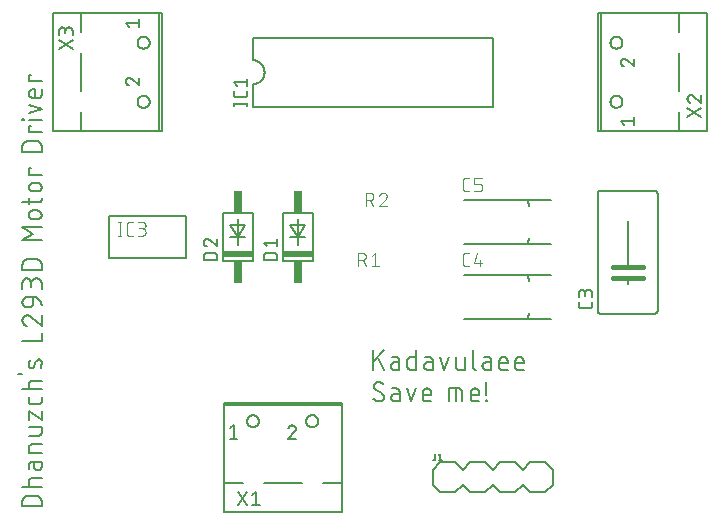
<source format=gbr>
G04 EAGLE Gerber RS-274X export*
G75*
%MOMM*%
%FSLAX34Y34*%
%LPD*%
%INSilkscreen Top*%
%IPPOS*%
%AMOC8*
5,1,8,0,0,1.08239X$1,22.5*%
G01*
%ADD10C,0.152400*%
%ADD11C,0.406400*%
%ADD12C,0.127000*%
%ADD13C,0.203200*%
%ADD14C,0.101600*%
%ADD15R,2.540000X0.508000*%
%ADD16R,0.762000X1.905000*%


D10*
X24638Y13462D02*
X8382Y13462D01*
X8382Y17978D01*
X8384Y18109D01*
X8390Y18241D01*
X8399Y18372D01*
X8413Y18502D01*
X8430Y18633D01*
X8451Y18762D01*
X8475Y18891D01*
X8504Y19019D01*
X8536Y19147D01*
X8572Y19273D01*
X8611Y19398D01*
X8654Y19523D01*
X8701Y19645D01*
X8751Y19767D01*
X8805Y19887D01*
X8862Y20005D01*
X8923Y20121D01*
X8987Y20236D01*
X9054Y20349D01*
X9125Y20460D01*
X9199Y20568D01*
X9276Y20675D01*
X9356Y20779D01*
X9439Y20881D01*
X9524Y20980D01*
X9613Y21077D01*
X9705Y21171D01*
X9799Y21263D01*
X9896Y21352D01*
X9995Y21437D01*
X10097Y21520D01*
X10201Y21600D01*
X10308Y21677D01*
X10416Y21751D01*
X10527Y21822D01*
X10640Y21889D01*
X10755Y21953D01*
X10871Y22014D01*
X10989Y22071D01*
X11109Y22125D01*
X11231Y22175D01*
X11353Y22222D01*
X11478Y22265D01*
X11603Y22304D01*
X11729Y22340D01*
X11857Y22372D01*
X11985Y22401D01*
X12114Y22425D01*
X12243Y22446D01*
X12374Y22463D01*
X12504Y22477D01*
X12635Y22486D01*
X12767Y22492D01*
X12898Y22494D01*
X12898Y22493D02*
X20122Y22493D01*
X20122Y22494D02*
X20253Y22492D01*
X20385Y22486D01*
X20516Y22477D01*
X20646Y22463D01*
X20777Y22446D01*
X20906Y22425D01*
X21035Y22401D01*
X21163Y22372D01*
X21291Y22340D01*
X21417Y22304D01*
X21542Y22265D01*
X21667Y22222D01*
X21789Y22175D01*
X21911Y22125D01*
X22031Y22071D01*
X22149Y22014D01*
X22265Y21953D01*
X22380Y21889D01*
X22493Y21822D01*
X22604Y21751D01*
X22712Y21677D01*
X22819Y21600D01*
X22923Y21520D01*
X23025Y21437D01*
X23124Y21352D01*
X23221Y21263D01*
X23315Y21171D01*
X23407Y21077D01*
X23496Y20980D01*
X23581Y20881D01*
X23664Y20779D01*
X23744Y20675D01*
X23821Y20568D01*
X23895Y20460D01*
X23966Y20349D01*
X24033Y20236D01*
X24097Y20121D01*
X24158Y20005D01*
X24215Y19887D01*
X24269Y19767D01*
X24319Y19645D01*
X24366Y19523D01*
X24409Y19398D01*
X24448Y19273D01*
X24484Y19147D01*
X24516Y19019D01*
X24545Y18891D01*
X24569Y18762D01*
X24590Y18632D01*
X24607Y18502D01*
X24621Y18372D01*
X24630Y18241D01*
X24636Y18109D01*
X24638Y17978D01*
X24638Y13462D01*
X24638Y29996D02*
X8382Y29996D01*
X13801Y29996D02*
X13801Y34512D01*
X13803Y34613D01*
X13809Y34714D01*
X13818Y34815D01*
X13831Y34916D01*
X13848Y35016D01*
X13869Y35115D01*
X13893Y35213D01*
X13921Y35310D01*
X13953Y35407D01*
X13988Y35502D01*
X14027Y35595D01*
X14069Y35687D01*
X14115Y35778D01*
X14164Y35867D01*
X14216Y35953D01*
X14272Y36038D01*
X14330Y36121D01*
X14392Y36201D01*
X14457Y36279D01*
X14524Y36355D01*
X14594Y36428D01*
X14667Y36498D01*
X14743Y36565D01*
X14821Y36630D01*
X14901Y36692D01*
X14984Y36750D01*
X15069Y36806D01*
X15156Y36858D01*
X15244Y36907D01*
X15335Y36953D01*
X15427Y36995D01*
X15520Y37034D01*
X15615Y37069D01*
X15712Y37101D01*
X15809Y37129D01*
X15907Y37153D01*
X16006Y37174D01*
X16106Y37191D01*
X16207Y37204D01*
X16308Y37213D01*
X16409Y37219D01*
X16510Y37221D01*
X24638Y37221D01*
X18316Y47152D02*
X18316Y51216D01*
X18316Y47152D02*
X18318Y47040D01*
X18324Y46929D01*
X18334Y46818D01*
X18347Y46707D01*
X18365Y46597D01*
X18387Y46488D01*
X18412Y46379D01*
X18441Y46271D01*
X18474Y46165D01*
X18511Y46059D01*
X18551Y45955D01*
X18595Y45853D01*
X18643Y45752D01*
X18694Y45653D01*
X18749Y45555D01*
X18807Y45460D01*
X18868Y45367D01*
X18933Y45276D01*
X19001Y45187D01*
X19072Y45101D01*
X19145Y45018D01*
X19222Y44937D01*
X19302Y44858D01*
X19384Y44783D01*
X19469Y44711D01*
X19556Y44641D01*
X19646Y44575D01*
X19738Y44512D01*
X19833Y44452D01*
X19929Y44396D01*
X20027Y44343D01*
X20127Y44294D01*
X20229Y44248D01*
X20332Y44206D01*
X20437Y44167D01*
X20543Y44132D01*
X20650Y44101D01*
X20758Y44074D01*
X20867Y44050D01*
X20977Y44031D01*
X21087Y44015D01*
X21198Y44003D01*
X21310Y43995D01*
X21421Y43991D01*
X21533Y43991D01*
X21644Y43995D01*
X21756Y44003D01*
X21867Y44015D01*
X21977Y44031D01*
X22087Y44050D01*
X22196Y44074D01*
X22304Y44101D01*
X22411Y44132D01*
X22517Y44167D01*
X22622Y44206D01*
X22725Y44248D01*
X22827Y44294D01*
X22927Y44343D01*
X23025Y44396D01*
X23121Y44452D01*
X23216Y44512D01*
X23308Y44575D01*
X23398Y44641D01*
X23485Y44711D01*
X23570Y44783D01*
X23652Y44858D01*
X23732Y44937D01*
X23809Y45018D01*
X23882Y45101D01*
X23953Y45187D01*
X24021Y45276D01*
X24086Y45367D01*
X24147Y45460D01*
X24205Y45555D01*
X24260Y45653D01*
X24311Y45752D01*
X24359Y45853D01*
X24403Y45955D01*
X24443Y46059D01*
X24480Y46165D01*
X24513Y46271D01*
X24542Y46379D01*
X24567Y46488D01*
X24589Y46597D01*
X24607Y46707D01*
X24620Y46818D01*
X24630Y46929D01*
X24636Y47040D01*
X24638Y47152D01*
X24638Y51216D01*
X16510Y51216D01*
X16409Y51214D01*
X16308Y51208D01*
X16207Y51199D01*
X16106Y51186D01*
X16006Y51169D01*
X15907Y51148D01*
X15809Y51124D01*
X15712Y51096D01*
X15615Y51064D01*
X15520Y51029D01*
X15427Y50990D01*
X15335Y50948D01*
X15244Y50902D01*
X15156Y50853D01*
X15069Y50801D01*
X14984Y50745D01*
X14901Y50687D01*
X14821Y50625D01*
X14743Y50560D01*
X14667Y50493D01*
X14594Y50423D01*
X14524Y50350D01*
X14457Y50274D01*
X14392Y50196D01*
X14330Y50116D01*
X14272Y50033D01*
X14216Y49948D01*
X14164Y49862D01*
X14115Y49773D01*
X14069Y49682D01*
X14027Y49590D01*
X13988Y49497D01*
X13953Y49402D01*
X13921Y49305D01*
X13893Y49208D01*
X13869Y49110D01*
X13848Y49011D01*
X13831Y48911D01*
X13818Y48810D01*
X13809Y48709D01*
X13803Y48608D01*
X13801Y48507D01*
X13801Y44894D01*
X13801Y58654D02*
X24638Y58654D01*
X13801Y58654D02*
X13801Y63169D01*
X13803Y63270D01*
X13809Y63371D01*
X13818Y63472D01*
X13831Y63573D01*
X13848Y63673D01*
X13869Y63772D01*
X13893Y63870D01*
X13921Y63967D01*
X13953Y64064D01*
X13988Y64159D01*
X14027Y64252D01*
X14069Y64344D01*
X14115Y64435D01*
X14164Y64524D01*
X14216Y64610D01*
X14272Y64695D01*
X14330Y64778D01*
X14392Y64858D01*
X14457Y64936D01*
X14524Y65012D01*
X14594Y65085D01*
X14667Y65155D01*
X14743Y65222D01*
X14821Y65287D01*
X14901Y65349D01*
X14984Y65407D01*
X15069Y65463D01*
X15156Y65515D01*
X15244Y65564D01*
X15335Y65610D01*
X15427Y65652D01*
X15520Y65691D01*
X15615Y65726D01*
X15712Y65758D01*
X15809Y65786D01*
X15907Y65810D01*
X16006Y65831D01*
X16106Y65848D01*
X16207Y65861D01*
X16308Y65870D01*
X16409Y65876D01*
X16510Y65878D01*
X24638Y65878D01*
X21929Y73243D02*
X13801Y73243D01*
X21929Y73243D02*
X22030Y73245D01*
X22131Y73251D01*
X22232Y73260D01*
X22333Y73273D01*
X22433Y73290D01*
X22532Y73311D01*
X22630Y73335D01*
X22727Y73363D01*
X22824Y73395D01*
X22919Y73430D01*
X23012Y73469D01*
X23104Y73511D01*
X23195Y73557D01*
X23283Y73606D01*
X23370Y73658D01*
X23455Y73714D01*
X23538Y73772D01*
X23618Y73834D01*
X23696Y73899D01*
X23772Y73966D01*
X23845Y74036D01*
X23915Y74109D01*
X23982Y74185D01*
X24047Y74263D01*
X24109Y74343D01*
X24167Y74426D01*
X24223Y74511D01*
X24275Y74597D01*
X24324Y74686D01*
X24370Y74777D01*
X24412Y74869D01*
X24451Y74962D01*
X24486Y75057D01*
X24518Y75154D01*
X24546Y75251D01*
X24570Y75349D01*
X24591Y75448D01*
X24608Y75548D01*
X24621Y75649D01*
X24630Y75750D01*
X24636Y75851D01*
X24638Y75952D01*
X24638Y80468D01*
X13801Y80468D01*
X13801Y86790D02*
X13801Y94015D01*
X24638Y86790D01*
X24638Y94015D01*
X24638Y102543D02*
X24638Y106155D01*
X24638Y102543D02*
X24636Y102442D01*
X24630Y102341D01*
X24621Y102240D01*
X24608Y102139D01*
X24591Y102039D01*
X24570Y101940D01*
X24546Y101842D01*
X24518Y101745D01*
X24486Y101648D01*
X24451Y101553D01*
X24412Y101460D01*
X24370Y101368D01*
X24324Y101277D01*
X24275Y101188D01*
X24223Y101102D01*
X24167Y101017D01*
X24109Y100934D01*
X24047Y100854D01*
X23982Y100776D01*
X23915Y100700D01*
X23845Y100627D01*
X23772Y100557D01*
X23696Y100490D01*
X23618Y100425D01*
X23538Y100363D01*
X23455Y100305D01*
X23370Y100249D01*
X23283Y100197D01*
X23195Y100148D01*
X23104Y100102D01*
X23012Y100060D01*
X22919Y100021D01*
X22824Y99986D01*
X22727Y99954D01*
X22630Y99926D01*
X22532Y99902D01*
X22433Y99881D01*
X22333Y99864D01*
X22232Y99851D01*
X22131Y99842D01*
X22030Y99836D01*
X21929Y99834D01*
X21929Y99833D02*
X16510Y99833D01*
X16510Y99834D02*
X16409Y99836D01*
X16308Y99842D01*
X16207Y99851D01*
X16106Y99864D01*
X16006Y99881D01*
X15907Y99902D01*
X15809Y99926D01*
X15712Y99954D01*
X15615Y99986D01*
X15520Y100021D01*
X15427Y100060D01*
X15335Y100102D01*
X15244Y100148D01*
X15156Y100197D01*
X15069Y100249D01*
X14984Y100305D01*
X14901Y100363D01*
X14821Y100425D01*
X14743Y100490D01*
X14667Y100557D01*
X14594Y100627D01*
X14524Y100700D01*
X14457Y100776D01*
X14392Y100854D01*
X14330Y100934D01*
X14272Y101017D01*
X14216Y101102D01*
X14164Y101189D01*
X14115Y101277D01*
X14069Y101368D01*
X14027Y101460D01*
X13988Y101553D01*
X13953Y101648D01*
X13921Y101745D01*
X13893Y101842D01*
X13869Y101940D01*
X13848Y102039D01*
X13831Y102139D01*
X13818Y102240D01*
X13809Y102341D01*
X13803Y102442D01*
X13801Y102543D01*
X13801Y106155D01*
X8382Y112321D02*
X24638Y112321D01*
X13801Y112321D02*
X13801Y116836D01*
X13803Y116937D01*
X13809Y117038D01*
X13818Y117139D01*
X13831Y117240D01*
X13848Y117340D01*
X13869Y117439D01*
X13893Y117537D01*
X13921Y117634D01*
X13953Y117731D01*
X13988Y117826D01*
X14027Y117919D01*
X14069Y118011D01*
X14115Y118102D01*
X14164Y118191D01*
X14216Y118277D01*
X14272Y118362D01*
X14330Y118445D01*
X14392Y118525D01*
X14457Y118603D01*
X14524Y118679D01*
X14594Y118752D01*
X14667Y118822D01*
X14743Y118889D01*
X14821Y118954D01*
X14901Y119016D01*
X14984Y119074D01*
X15069Y119130D01*
X15156Y119182D01*
X15244Y119231D01*
X15335Y119277D01*
X15427Y119319D01*
X15520Y119358D01*
X15615Y119393D01*
X15712Y119425D01*
X15809Y119453D01*
X15907Y119477D01*
X16006Y119498D01*
X16106Y119515D01*
X16207Y119528D01*
X16308Y119537D01*
X16409Y119543D01*
X16510Y119545D01*
X16510Y119546D02*
X24638Y119546D01*
X8382Y125312D02*
X4770Y125312D01*
X18316Y131912D02*
X20122Y136427D01*
X18316Y131911D02*
X18279Y131823D01*
X18238Y131737D01*
X18194Y131652D01*
X18146Y131569D01*
X18095Y131489D01*
X18041Y131410D01*
X17983Y131334D01*
X17923Y131260D01*
X17859Y131188D01*
X17793Y131120D01*
X17723Y131054D01*
X17652Y130991D01*
X17577Y130930D01*
X17501Y130873D01*
X17422Y130820D01*
X17341Y130769D01*
X17258Y130722D01*
X17173Y130678D01*
X17086Y130638D01*
X16998Y130601D01*
X16908Y130568D01*
X16817Y130538D01*
X16725Y130513D01*
X16632Y130491D01*
X16538Y130473D01*
X16444Y130458D01*
X16349Y130448D01*
X16253Y130442D01*
X16158Y130439D01*
X16062Y130440D01*
X15967Y130446D01*
X15871Y130455D01*
X15777Y130468D01*
X15683Y130484D01*
X15589Y130505D01*
X15497Y130530D01*
X15406Y130558D01*
X15316Y130590D01*
X15227Y130625D01*
X15140Y130664D01*
X15054Y130707D01*
X14970Y130753D01*
X14889Y130803D01*
X14809Y130855D01*
X14731Y130911D01*
X14656Y130971D01*
X14584Y131033D01*
X14514Y131098D01*
X14446Y131166D01*
X14382Y131236D01*
X14320Y131309D01*
X14262Y131385D01*
X14206Y131463D01*
X14154Y131543D01*
X14105Y131625D01*
X14060Y131709D01*
X14018Y131795D01*
X13979Y131882D01*
X13944Y131971D01*
X13913Y132062D01*
X13886Y132153D01*
X13862Y132246D01*
X13842Y132339D01*
X13826Y132433D01*
X13814Y132528D01*
X13805Y132623D01*
X13801Y132719D01*
X13800Y132814D01*
X13807Y133061D01*
X13819Y133307D01*
X13837Y133553D01*
X13862Y133799D01*
X13892Y134043D01*
X13928Y134287D01*
X13970Y134530D01*
X14017Y134772D01*
X14071Y135013D01*
X14130Y135252D01*
X14195Y135490D01*
X14266Y135727D01*
X14342Y135961D01*
X14424Y136194D01*
X14512Y136424D01*
X14605Y136652D01*
X14703Y136879D01*
X20123Y136428D02*
X20160Y136516D01*
X20201Y136602D01*
X20245Y136687D01*
X20293Y136770D01*
X20344Y136850D01*
X20398Y136929D01*
X20456Y137005D01*
X20516Y137079D01*
X20580Y137151D01*
X20646Y137219D01*
X20716Y137285D01*
X20787Y137348D01*
X20862Y137409D01*
X20938Y137466D01*
X21017Y137519D01*
X21098Y137570D01*
X21181Y137617D01*
X21266Y137661D01*
X21353Y137701D01*
X21441Y137738D01*
X21531Y137771D01*
X21622Y137801D01*
X21714Y137826D01*
X21807Y137848D01*
X21901Y137866D01*
X21995Y137881D01*
X22090Y137891D01*
X22186Y137897D01*
X22281Y137900D01*
X22377Y137899D01*
X22472Y137893D01*
X22568Y137884D01*
X22662Y137871D01*
X22756Y137855D01*
X22850Y137834D01*
X22942Y137809D01*
X23033Y137781D01*
X23123Y137749D01*
X23212Y137714D01*
X23299Y137675D01*
X23385Y137632D01*
X23469Y137586D01*
X23550Y137536D01*
X23630Y137484D01*
X23708Y137428D01*
X23783Y137368D01*
X23855Y137306D01*
X23925Y137241D01*
X23993Y137173D01*
X24057Y137103D01*
X24119Y137030D01*
X24177Y136954D01*
X24233Y136876D01*
X24285Y136796D01*
X24334Y136714D01*
X24379Y136630D01*
X24421Y136544D01*
X24460Y136457D01*
X24495Y136368D01*
X24526Y136277D01*
X24553Y136186D01*
X24577Y136093D01*
X24597Y136000D01*
X24613Y135906D01*
X24625Y135811D01*
X24634Y135716D01*
X24638Y135620D01*
X24639Y135525D01*
X24638Y135524D02*
X24629Y135162D01*
X24611Y134800D01*
X24584Y134439D01*
X24549Y134079D01*
X24506Y133719D01*
X24454Y133360D01*
X24393Y133003D01*
X24324Y132648D01*
X24247Y132294D01*
X24161Y131942D01*
X24067Y131592D01*
X23964Y131244D01*
X23854Y130899D01*
X23735Y130557D01*
X24638Y153131D02*
X8382Y153131D01*
X24638Y153131D02*
X24638Y160356D01*
X12446Y175158D02*
X12321Y175156D01*
X12196Y175150D01*
X12071Y175141D01*
X11947Y175127D01*
X11823Y175110D01*
X11699Y175089D01*
X11577Y175064D01*
X11455Y175035D01*
X11334Y175003D01*
X11214Y174967D01*
X11095Y174927D01*
X10978Y174884D01*
X10862Y174837D01*
X10747Y174786D01*
X10635Y174732D01*
X10523Y174674D01*
X10414Y174614D01*
X10307Y174549D01*
X10201Y174482D01*
X10098Y174411D01*
X9997Y174337D01*
X9898Y174260D01*
X9802Y174180D01*
X9708Y174097D01*
X9617Y174012D01*
X9528Y173923D01*
X9443Y173832D01*
X9360Y173738D01*
X9280Y173642D01*
X9203Y173543D01*
X9129Y173442D01*
X9058Y173339D01*
X8991Y173233D01*
X8926Y173126D01*
X8866Y173017D01*
X8808Y172905D01*
X8754Y172793D01*
X8703Y172678D01*
X8656Y172562D01*
X8613Y172445D01*
X8573Y172326D01*
X8537Y172206D01*
X8505Y172085D01*
X8476Y171963D01*
X8451Y171841D01*
X8430Y171717D01*
X8413Y171593D01*
X8399Y171469D01*
X8390Y171344D01*
X8384Y171219D01*
X8382Y171094D01*
X8384Y170951D01*
X8390Y170809D01*
X8400Y170666D01*
X8413Y170524D01*
X8431Y170383D01*
X8452Y170241D01*
X8477Y170101D01*
X8506Y169961D01*
X8539Y169822D01*
X8576Y169684D01*
X8616Y169547D01*
X8660Y169412D01*
X8708Y169277D01*
X8760Y169144D01*
X8815Y169012D01*
X8874Y168882D01*
X8936Y168754D01*
X9002Y168627D01*
X9071Y168502D01*
X9143Y168379D01*
X9219Y168258D01*
X9298Y168140D01*
X9381Y168023D01*
X9466Y167909D01*
X9555Y167797D01*
X9646Y167688D01*
X9741Y167581D01*
X9838Y167476D01*
X9939Y167375D01*
X10042Y167276D01*
X10147Y167180D01*
X10256Y167087D01*
X10367Y166997D01*
X10480Y166910D01*
X10595Y166826D01*
X10713Y166746D01*
X10833Y166668D01*
X10955Y166594D01*
X11079Y166524D01*
X11205Y166456D01*
X11333Y166393D01*
X11462Y166332D01*
X11593Y166275D01*
X11725Y166222D01*
X11859Y166173D01*
X11994Y166127D01*
X15607Y173803D02*
X15515Y173897D01*
X15421Y173987D01*
X15324Y174075D01*
X15224Y174160D01*
X15122Y174242D01*
X15017Y174320D01*
X14910Y174396D01*
X14801Y174468D01*
X14690Y174537D01*
X14576Y174603D01*
X14461Y174665D01*
X14344Y174724D01*
X14225Y174779D01*
X14105Y174830D01*
X13983Y174878D01*
X13860Y174923D01*
X13736Y174963D01*
X13610Y175000D01*
X13483Y175033D01*
X13356Y175062D01*
X13227Y175088D01*
X13098Y175109D01*
X12968Y175127D01*
X12838Y175140D01*
X12708Y175150D01*
X12577Y175156D01*
X12446Y175158D01*
X15607Y173803D02*
X24638Y166127D01*
X24638Y175158D01*
X17413Y185371D02*
X17413Y190789D01*
X17413Y185371D02*
X17411Y185253D01*
X17405Y185135D01*
X17396Y185017D01*
X17382Y184900D01*
X17365Y184783D01*
X17344Y184666D01*
X17319Y184551D01*
X17290Y184436D01*
X17257Y184322D01*
X17221Y184210D01*
X17181Y184099D01*
X17138Y183989D01*
X17091Y183880D01*
X17041Y183773D01*
X16986Y183668D01*
X16929Y183565D01*
X16868Y183464D01*
X16804Y183364D01*
X16737Y183267D01*
X16667Y183172D01*
X16593Y183080D01*
X16517Y182989D01*
X16437Y182902D01*
X16355Y182817D01*
X16270Y182735D01*
X16183Y182655D01*
X16092Y182579D01*
X16000Y182505D01*
X15905Y182435D01*
X15808Y182368D01*
X15708Y182304D01*
X15607Y182243D01*
X15504Y182186D01*
X15399Y182131D01*
X15292Y182081D01*
X15183Y182034D01*
X15073Y181991D01*
X14962Y181951D01*
X14850Y181915D01*
X14736Y181882D01*
X14621Y181853D01*
X14506Y181828D01*
X14389Y181807D01*
X14272Y181790D01*
X14155Y181776D01*
X14037Y181767D01*
X13919Y181761D01*
X13801Y181759D01*
X13801Y181758D02*
X12898Y181758D01*
X12765Y181760D01*
X12633Y181766D01*
X12501Y181776D01*
X12369Y181789D01*
X12237Y181807D01*
X12107Y181828D01*
X11976Y181853D01*
X11847Y181882D01*
X11719Y181915D01*
X11591Y181951D01*
X11465Y181991D01*
X11340Y182035D01*
X11216Y182083D01*
X11094Y182134D01*
X10973Y182189D01*
X10854Y182247D01*
X10736Y182309D01*
X10621Y182374D01*
X10507Y182443D01*
X10396Y182514D01*
X10287Y182590D01*
X10180Y182668D01*
X10075Y182749D01*
X9973Y182834D01*
X9873Y182921D01*
X9776Y183011D01*
X9681Y183104D01*
X9590Y183200D01*
X9501Y183298D01*
X9415Y183399D01*
X9332Y183503D01*
X9252Y183609D01*
X9176Y183717D01*
X9102Y183827D01*
X9032Y183940D01*
X8965Y184054D01*
X8902Y184171D01*
X8842Y184289D01*
X8785Y184409D01*
X8732Y184531D01*
X8683Y184654D01*
X8637Y184778D01*
X8595Y184904D01*
X8557Y185031D01*
X8522Y185159D01*
X8491Y185288D01*
X8464Y185417D01*
X8441Y185548D01*
X8421Y185679D01*
X8406Y185811D01*
X8394Y185943D01*
X8386Y186075D01*
X8382Y186208D01*
X8382Y186340D01*
X8386Y186473D01*
X8394Y186605D01*
X8406Y186737D01*
X8421Y186869D01*
X8441Y187000D01*
X8464Y187131D01*
X8491Y187260D01*
X8522Y187389D01*
X8557Y187517D01*
X8595Y187644D01*
X8637Y187770D01*
X8683Y187894D01*
X8732Y188017D01*
X8785Y188139D01*
X8842Y188259D01*
X8902Y188377D01*
X8965Y188494D01*
X9032Y188608D01*
X9102Y188721D01*
X9176Y188831D01*
X9252Y188939D01*
X9332Y189045D01*
X9415Y189149D01*
X9501Y189250D01*
X9590Y189348D01*
X9681Y189444D01*
X9776Y189537D01*
X9873Y189627D01*
X9973Y189714D01*
X10075Y189799D01*
X10180Y189880D01*
X10287Y189958D01*
X10396Y190034D01*
X10507Y190105D01*
X10621Y190174D01*
X10736Y190239D01*
X10854Y190301D01*
X10973Y190359D01*
X11094Y190414D01*
X11216Y190465D01*
X11340Y190513D01*
X11465Y190557D01*
X11591Y190597D01*
X11719Y190633D01*
X11847Y190666D01*
X11976Y190695D01*
X12107Y190720D01*
X12237Y190741D01*
X12369Y190759D01*
X12501Y190772D01*
X12633Y190782D01*
X12765Y190788D01*
X12898Y190790D01*
X12898Y190789D02*
X17413Y190789D01*
X17588Y190787D01*
X17762Y190781D01*
X17936Y190770D01*
X18110Y190755D01*
X18284Y190736D01*
X18457Y190713D01*
X18629Y190686D01*
X18801Y190654D01*
X18972Y190619D01*
X19142Y190579D01*
X19311Y190535D01*
X19479Y190487D01*
X19646Y190435D01*
X19811Y190379D01*
X19975Y190319D01*
X20138Y190256D01*
X20298Y190188D01*
X20458Y190116D01*
X20615Y190041D01*
X20771Y189961D01*
X20924Y189878D01*
X21076Y189792D01*
X21225Y189701D01*
X21372Y189607D01*
X21517Y189510D01*
X21660Y189409D01*
X21800Y189305D01*
X21937Y189197D01*
X22072Y189086D01*
X22204Y188972D01*
X22333Y188855D01*
X22460Y188734D01*
X22583Y188611D01*
X22704Y188484D01*
X22821Y188355D01*
X22935Y188223D01*
X23046Y188088D01*
X23154Y187951D01*
X23258Y187811D01*
X23359Y187668D01*
X23456Y187523D01*
X23550Y187376D01*
X23641Y187227D01*
X23727Y187075D01*
X23810Y186922D01*
X23890Y186766D01*
X23965Y186609D01*
X24037Y186449D01*
X24105Y186289D01*
X24168Y186126D01*
X24228Y185962D01*
X24284Y185797D01*
X24336Y185630D01*
X24384Y185462D01*
X24428Y185293D01*
X24468Y185123D01*
X24503Y184952D01*
X24535Y184780D01*
X24562Y184608D01*
X24585Y184435D01*
X24604Y184261D01*
X24619Y184087D01*
X24630Y183913D01*
X24636Y183739D01*
X24638Y183564D01*
X24638Y197389D02*
X24638Y201905D01*
X24636Y202038D01*
X24630Y202170D01*
X24620Y202302D01*
X24607Y202434D01*
X24589Y202566D01*
X24568Y202696D01*
X24543Y202827D01*
X24514Y202956D01*
X24481Y203084D01*
X24445Y203212D01*
X24405Y203338D01*
X24361Y203463D01*
X24313Y203587D01*
X24262Y203709D01*
X24207Y203830D01*
X24149Y203949D01*
X24087Y204067D01*
X24022Y204182D01*
X23953Y204296D01*
X23882Y204407D01*
X23806Y204516D01*
X23728Y204623D01*
X23647Y204728D01*
X23562Y204830D01*
X23475Y204930D01*
X23385Y205027D01*
X23292Y205122D01*
X23196Y205213D01*
X23098Y205302D01*
X22997Y205388D01*
X22893Y205471D01*
X22787Y205551D01*
X22679Y205627D01*
X22569Y205701D01*
X22456Y205771D01*
X22342Y205838D01*
X22225Y205901D01*
X22107Y205961D01*
X21987Y206018D01*
X21865Y206071D01*
X21742Y206120D01*
X21618Y206166D01*
X21492Y206208D01*
X21365Y206246D01*
X21237Y206281D01*
X21108Y206312D01*
X20979Y206339D01*
X20848Y206362D01*
X20717Y206382D01*
X20585Y206397D01*
X20453Y206409D01*
X20321Y206417D01*
X20188Y206421D01*
X20056Y206421D01*
X19923Y206417D01*
X19791Y206409D01*
X19659Y206397D01*
X19527Y206382D01*
X19396Y206362D01*
X19265Y206339D01*
X19136Y206312D01*
X19007Y206281D01*
X18879Y206246D01*
X18752Y206208D01*
X18626Y206166D01*
X18502Y206120D01*
X18379Y206071D01*
X18257Y206018D01*
X18137Y205961D01*
X18019Y205901D01*
X17902Y205838D01*
X17788Y205771D01*
X17675Y205701D01*
X17565Y205627D01*
X17457Y205551D01*
X17351Y205471D01*
X17247Y205388D01*
X17146Y205302D01*
X17048Y205213D01*
X16952Y205122D01*
X16859Y205027D01*
X16769Y204930D01*
X16682Y204830D01*
X16597Y204728D01*
X16516Y204623D01*
X16438Y204516D01*
X16362Y204407D01*
X16291Y204296D01*
X16222Y204182D01*
X16157Y204067D01*
X16095Y203949D01*
X16037Y203830D01*
X15982Y203709D01*
X15931Y203587D01*
X15883Y203463D01*
X15839Y203338D01*
X15799Y203212D01*
X15763Y203084D01*
X15730Y202956D01*
X15701Y202827D01*
X15676Y202696D01*
X15655Y202566D01*
X15637Y202434D01*
X15624Y202302D01*
X15614Y202170D01*
X15608Y202038D01*
X15606Y201905D01*
X8382Y202808D02*
X8382Y197389D01*
X8382Y202808D02*
X8384Y202927D01*
X8390Y203047D01*
X8400Y203166D01*
X8414Y203284D01*
X8431Y203403D01*
X8453Y203520D01*
X8478Y203637D01*
X8508Y203752D01*
X8541Y203867D01*
X8578Y203981D01*
X8618Y204093D01*
X8663Y204204D01*
X8711Y204313D01*
X8762Y204421D01*
X8817Y204527D01*
X8876Y204631D01*
X8938Y204733D01*
X9003Y204833D01*
X9072Y204931D01*
X9144Y205027D01*
X9219Y205120D01*
X9296Y205210D01*
X9377Y205298D01*
X9461Y205383D01*
X9548Y205465D01*
X9637Y205545D01*
X9729Y205621D01*
X9823Y205695D01*
X9920Y205765D01*
X10018Y205832D01*
X10119Y205896D01*
X10223Y205956D01*
X10328Y206013D01*
X10435Y206066D01*
X10543Y206116D01*
X10653Y206162D01*
X10765Y206204D01*
X10878Y206243D01*
X10992Y206278D01*
X11107Y206309D01*
X11224Y206337D01*
X11341Y206360D01*
X11458Y206380D01*
X11577Y206396D01*
X11696Y206408D01*
X11815Y206416D01*
X11934Y206420D01*
X12054Y206420D01*
X12173Y206416D01*
X12292Y206408D01*
X12411Y206396D01*
X12530Y206380D01*
X12647Y206360D01*
X12764Y206337D01*
X12881Y206309D01*
X12996Y206278D01*
X13110Y206243D01*
X13223Y206204D01*
X13335Y206162D01*
X13445Y206116D01*
X13553Y206066D01*
X13660Y206013D01*
X13765Y205956D01*
X13869Y205896D01*
X13970Y205832D01*
X14068Y205765D01*
X14165Y205695D01*
X14259Y205621D01*
X14351Y205545D01*
X14440Y205465D01*
X14527Y205383D01*
X14611Y205298D01*
X14692Y205210D01*
X14769Y205120D01*
X14844Y205027D01*
X14916Y204931D01*
X14985Y204833D01*
X15050Y204733D01*
X15112Y204631D01*
X15171Y204527D01*
X15226Y204421D01*
X15277Y204313D01*
X15325Y204204D01*
X15370Y204093D01*
X15410Y203981D01*
X15447Y203867D01*
X15480Y203752D01*
X15510Y203637D01*
X15535Y203520D01*
X15557Y203403D01*
X15574Y203284D01*
X15588Y203166D01*
X15598Y203047D01*
X15604Y202927D01*
X15606Y202808D01*
X15607Y202808D02*
X15607Y199196D01*
X8382Y213542D02*
X24638Y213542D01*
X8382Y213542D02*
X8382Y218057D01*
X8384Y218188D01*
X8390Y218320D01*
X8399Y218451D01*
X8413Y218581D01*
X8430Y218712D01*
X8451Y218841D01*
X8475Y218970D01*
X8504Y219098D01*
X8536Y219226D01*
X8572Y219352D01*
X8611Y219477D01*
X8654Y219602D01*
X8701Y219724D01*
X8751Y219846D01*
X8805Y219966D01*
X8862Y220084D01*
X8923Y220200D01*
X8987Y220315D01*
X9054Y220428D01*
X9125Y220539D01*
X9199Y220647D01*
X9276Y220754D01*
X9356Y220858D01*
X9439Y220960D01*
X9524Y221059D01*
X9613Y221156D01*
X9705Y221250D01*
X9799Y221342D01*
X9896Y221431D01*
X9995Y221516D01*
X10097Y221599D01*
X10201Y221679D01*
X10308Y221756D01*
X10416Y221830D01*
X10527Y221901D01*
X10640Y221968D01*
X10755Y222032D01*
X10871Y222093D01*
X10989Y222150D01*
X11109Y222204D01*
X11231Y222254D01*
X11353Y222301D01*
X11478Y222344D01*
X11603Y222383D01*
X11729Y222419D01*
X11857Y222451D01*
X11985Y222480D01*
X12114Y222504D01*
X12243Y222525D01*
X12374Y222542D01*
X12504Y222556D01*
X12635Y222565D01*
X12767Y222571D01*
X12898Y222573D01*
X20122Y222573D01*
X20253Y222571D01*
X20385Y222565D01*
X20516Y222556D01*
X20646Y222542D01*
X20777Y222525D01*
X20906Y222504D01*
X21035Y222480D01*
X21163Y222451D01*
X21291Y222419D01*
X21417Y222383D01*
X21542Y222344D01*
X21667Y222301D01*
X21789Y222254D01*
X21911Y222204D01*
X22031Y222150D01*
X22149Y222093D01*
X22265Y222032D01*
X22380Y221968D01*
X22493Y221901D01*
X22604Y221830D01*
X22712Y221756D01*
X22819Y221679D01*
X22923Y221599D01*
X23025Y221516D01*
X23124Y221431D01*
X23221Y221342D01*
X23315Y221250D01*
X23407Y221156D01*
X23496Y221059D01*
X23581Y220960D01*
X23664Y220858D01*
X23744Y220754D01*
X23821Y220647D01*
X23895Y220539D01*
X23966Y220428D01*
X24033Y220315D01*
X24097Y220200D01*
X24158Y220084D01*
X24215Y219966D01*
X24269Y219846D01*
X24319Y219724D01*
X24366Y219602D01*
X24409Y219477D01*
X24448Y219352D01*
X24484Y219226D01*
X24516Y219098D01*
X24545Y218970D01*
X24569Y218841D01*
X24590Y218711D01*
X24607Y218581D01*
X24621Y218451D01*
X24630Y218320D01*
X24636Y218188D01*
X24638Y218057D01*
X24638Y213542D01*
X24638Y238691D02*
X8382Y238691D01*
X17413Y244109D01*
X8382Y249528D01*
X24638Y249528D01*
X21026Y256649D02*
X17413Y256649D01*
X17294Y256651D01*
X17174Y256657D01*
X17055Y256667D01*
X16937Y256681D01*
X16818Y256698D01*
X16701Y256720D01*
X16584Y256745D01*
X16469Y256775D01*
X16354Y256808D01*
X16240Y256845D01*
X16128Y256885D01*
X16017Y256930D01*
X15908Y256978D01*
X15800Y257029D01*
X15694Y257084D01*
X15590Y257143D01*
X15488Y257205D01*
X15388Y257270D01*
X15290Y257339D01*
X15194Y257411D01*
X15101Y257486D01*
X15011Y257563D01*
X14923Y257644D01*
X14838Y257728D01*
X14756Y257815D01*
X14676Y257904D01*
X14600Y257996D01*
X14526Y258090D01*
X14456Y258187D01*
X14389Y258285D01*
X14325Y258386D01*
X14265Y258490D01*
X14208Y258595D01*
X14155Y258702D01*
X14105Y258810D01*
X14059Y258920D01*
X14017Y259032D01*
X13978Y259145D01*
X13943Y259259D01*
X13912Y259374D01*
X13884Y259491D01*
X13861Y259608D01*
X13841Y259725D01*
X13825Y259844D01*
X13813Y259963D01*
X13805Y260082D01*
X13801Y260201D01*
X13801Y260321D01*
X13805Y260440D01*
X13813Y260559D01*
X13825Y260678D01*
X13841Y260797D01*
X13861Y260914D01*
X13884Y261031D01*
X13912Y261148D01*
X13943Y261263D01*
X13978Y261377D01*
X14017Y261490D01*
X14059Y261602D01*
X14105Y261712D01*
X14155Y261820D01*
X14208Y261927D01*
X14265Y262032D01*
X14325Y262136D01*
X14389Y262237D01*
X14456Y262335D01*
X14526Y262432D01*
X14600Y262526D01*
X14676Y262618D01*
X14756Y262707D01*
X14838Y262794D01*
X14923Y262878D01*
X15011Y262959D01*
X15101Y263036D01*
X15194Y263111D01*
X15290Y263183D01*
X15388Y263252D01*
X15488Y263317D01*
X15590Y263379D01*
X15694Y263438D01*
X15800Y263493D01*
X15908Y263544D01*
X16017Y263592D01*
X16128Y263637D01*
X16240Y263677D01*
X16354Y263714D01*
X16469Y263747D01*
X16584Y263777D01*
X16701Y263802D01*
X16818Y263824D01*
X16937Y263841D01*
X17055Y263855D01*
X17174Y263865D01*
X17294Y263871D01*
X17413Y263873D01*
X17413Y263874D02*
X21026Y263874D01*
X21026Y263873D02*
X21145Y263871D01*
X21265Y263865D01*
X21384Y263855D01*
X21502Y263841D01*
X21621Y263824D01*
X21738Y263802D01*
X21855Y263777D01*
X21970Y263747D01*
X22085Y263714D01*
X22199Y263677D01*
X22311Y263637D01*
X22422Y263592D01*
X22531Y263544D01*
X22639Y263493D01*
X22745Y263438D01*
X22849Y263379D01*
X22951Y263317D01*
X23051Y263252D01*
X23149Y263183D01*
X23245Y263111D01*
X23338Y263036D01*
X23428Y262959D01*
X23516Y262878D01*
X23601Y262794D01*
X23683Y262707D01*
X23763Y262618D01*
X23839Y262526D01*
X23913Y262432D01*
X23983Y262335D01*
X24050Y262237D01*
X24114Y262136D01*
X24174Y262032D01*
X24231Y261927D01*
X24284Y261820D01*
X24334Y261712D01*
X24380Y261602D01*
X24422Y261490D01*
X24461Y261377D01*
X24496Y261263D01*
X24527Y261148D01*
X24555Y261031D01*
X24578Y260914D01*
X24598Y260797D01*
X24614Y260678D01*
X24626Y260559D01*
X24634Y260440D01*
X24638Y260321D01*
X24638Y260201D01*
X24634Y260082D01*
X24626Y259963D01*
X24614Y259844D01*
X24598Y259725D01*
X24578Y259608D01*
X24555Y259491D01*
X24527Y259374D01*
X24496Y259259D01*
X24461Y259145D01*
X24422Y259032D01*
X24380Y258920D01*
X24334Y258810D01*
X24284Y258702D01*
X24231Y258595D01*
X24174Y258490D01*
X24114Y258386D01*
X24050Y258285D01*
X23983Y258187D01*
X23913Y258090D01*
X23839Y257996D01*
X23763Y257904D01*
X23683Y257815D01*
X23601Y257728D01*
X23516Y257644D01*
X23428Y257563D01*
X23338Y257486D01*
X23245Y257411D01*
X23149Y257339D01*
X23051Y257270D01*
X22951Y257205D01*
X22849Y257143D01*
X22745Y257084D01*
X22639Y257029D01*
X22531Y256978D01*
X22422Y256930D01*
X22311Y256885D01*
X22199Y256845D01*
X22085Y256808D01*
X21970Y256775D01*
X21855Y256745D01*
X21738Y256720D01*
X21621Y256698D01*
X21502Y256681D01*
X21384Y256667D01*
X21265Y256657D01*
X21145Y256651D01*
X21026Y256649D01*
X13801Y268899D02*
X13801Y274317D01*
X8382Y270705D02*
X21929Y270705D01*
X22030Y270707D01*
X22131Y270713D01*
X22232Y270722D01*
X22333Y270735D01*
X22433Y270752D01*
X22532Y270773D01*
X22630Y270797D01*
X22727Y270825D01*
X22824Y270857D01*
X22919Y270892D01*
X23012Y270931D01*
X23104Y270973D01*
X23195Y271019D01*
X23283Y271068D01*
X23370Y271120D01*
X23455Y271176D01*
X23538Y271234D01*
X23618Y271296D01*
X23696Y271361D01*
X23772Y271428D01*
X23845Y271498D01*
X23915Y271571D01*
X23982Y271647D01*
X24047Y271725D01*
X24109Y271805D01*
X24167Y271888D01*
X24223Y271973D01*
X24275Y272060D01*
X24324Y272148D01*
X24370Y272239D01*
X24412Y272331D01*
X24451Y272424D01*
X24486Y272519D01*
X24518Y272616D01*
X24546Y272713D01*
X24570Y272811D01*
X24591Y272910D01*
X24608Y273010D01*
X24621Y273111D01*
X24630Y273212D01*
X24636Y273313D01*
X24638Y273414D01*
X24638Y274317D01*
X21026Y280096D02*
X17413Y280096D01*
X17294Y280098D01*
X17174Y280104D01*
X17055Y280114D01*
X16937Y280128D01*
X16818Y280145D01*
X16701Y280167D01*
X16584Y280192D01*
X16469Y280222D01*
X16354Y280255D01*
X16240Y280292D01*
X16128Y280332D01*
X16017Y280377D01*
X15908Y280425D01*
X15800Y280476D01*
X15694Y280531D01*
X15590Y280590D01*
X15488Y280652D01*
X15388Y280717D01*
X15290Y280786D01*
X15194Y280858D01*
X15101Y280933D01*
X15011Y281010D01*
X14923Y281091D01*
X14838Y281175D01*
X14756Y281262D01*
X14676Y281351D01*
X14600Y281443D01*
X14526Y281537D01*
X14456Y281634D01*
X14389Y281732D01*
X14325Y281833D01*
X14265Y281937D01*
X14208Y282042D01*
X14155Y282149D01*
X14105Y282257D01*
X14059Y282367D01*
X14017Y282479D01*
X13978Y282592D01*
X13943Y282706D01*
X13912Y282821D01*
X13884Y282938D01*
X13861Y283055D01*
X13841Y283172D01*
X13825Y283291D01*
X13813Y283410D01*
X13805Y283529D01*
X13801Y283648D01*
X13801Y283768D01*
X13805Y283887D01*
X13813Y284006D01*
X13825Y284125D01*
X13841Y284244D01*
X13861Y284361D01*
X13884Y284478D01*
X13912Y284595D01*
X13943Y284710D01*
X13978Y284824D01*
X14017Y284937D01*
X14059Y285049D01*
X14105Y285159D01*
X14155Y285267D01*
X14208Y285374D01*
X14265Y285479D01*
X14325Y285583D01*
X14389Y285684D01*
X14456Y285782D01*
X14526Y285879D01*
X14600Y285973D01*
X14676Y286065D01*
X14756Y286154D01*
X14838Y286241D01*
X14923Y286325D01*
X15011Y286406D01*
X15101Y286483D01*
X15194Y286558D01*
X15290Y286630D01*
X15388Y286699D01*
X15488Y286764D01*
X15590Y286826D01*
X15694Y286885D01*
X15800Y286940D01*
X15908Y286991D01*
X16017Y287039D01*
X16128Y287084D01*
X16240Y287124D01*
X16354Y287161D01*
X16469Y287194D01*
X16584Y287224D01*
X16701Y287249D01*
X16818Y287271D01*
X16937Y287288D01*
X17055Y287302D01*
X17174Y287312D01*
X17294Y287318D01*
X17413Y287320D01*
X17413Y287321D02*
X21026Y287321D01*
X21026Y287320D02*
X21145Y287318D01*
X21265Y287312D01*
X21384Y287302D01*
X21502Y287288D01*
X21621Y287271D01*
X21738Y287249D01*
X21855Y287224D01*
X21970Y287194D01*
X22085Y287161D01*
X22199Y287124D01*
X22311Y287084D01*
X22422Y287039D01*
X22531Y286991D01*
X22639Y286940D01*
X22745Y286885D01*
X22849Y286826D01*
X22951Y286764D01*
X23051Y286699D01*
X23149Y286630D01*
X23245Y286558D01*
X23338Y286483D01*
X23428Y286406D01*
X23516Y286325D01*
X23601Y286241D01*
X23683Y286154D01*
X23763Y286065D01*
X23839Y285973D01*
X23913Y285879D01*
X23983Y285782D01*
X24050Y285684D01*
X24114Y285583D01*
X24174Y285479D01*
X24231Y285374D01*
X24284Y285267D01*
X24334Y285159D01*
X24380Y285049D01*
X24422Y284937D01*
X24461Y284824D01*
X24496Y284710D01*
X24527Y284595D01*
X24555Y284478D01*
X24578Y284361D01*
X24598Y284244D01*
X24614Y284125D01*
X24626Y284006D01*
X24634Y283887D01*
X24638Y283768D01*
X24638Y283648D01*
X24634Y283529D01*
X24626Y283410D01*
X24614Y283291D01*
X24598Y283172D01*
X24578Y283055D01*
X24555Y282938D01*
X24527Y282821D01*
X24496Y282706D01*
X24461Y282592D01*
X24422Y282479D01*
X24380Y282367D01*
X24334Y282257D01*
X24284Y282149D01*
X24231Y282042D01*
X24174Y281937D01*
X24114Y281833D01*
X24050Y281732D01*
X23983Y281634D01*
X23913Y281537D01*
X23839Y281443D01*
X23763Y281351D01*
X23683Y281262D01*
X23601Y281175D01*
X23516Y281091D01*
X23428Y281010D01*
X23338Y280933D01*
X23245Y280858D01*
X23149Y280786D01*
X23051Y280717D01*
X22951Y280652D01*
X22849Y280590D01*
X22745Y280531D01*
X22639Y280476D01*
X22531Y280425D01*
X22422Y280377D01*
X22311Y280332D01*
X22199Y280292D01*
X22085Y280255D01*
X21970Y280222D01*
X21855Y280192D01*
X21738Y280167D01*
X21621Y280145D01*
X21502Y280128D01*
X21384Y280114D01*
X21265Y280104D01*
X21145Y280098D01*
X21026Y280096D01*
X24638Y294249D02*
X13801Y294249D01*
X13801Y299667D01*
X15607Y299667D01*
X8382Y313581D02*
X24638Y313581D01*
X8382Y313581D02*
X8382Y318097D01*
X8384Y318228D01*
X8390Y318360D01*
X8399Y318491D01*
X8413Y318621D01*
X8430Y318752D01*
X8451Y318881D01*
X8475Y319010D01*
X8504Y319138D01*
X8536Y319266D01*
X8572Y319392D01*
X8611Y319517D01*
X8654Y319642D01*
X8701Y319764D01*
X8751Y319886D01*
X8805Y320006D01*
X8862Y320124D01*
X8923Y320240D01*
X8987Y320355D01*
X9054Y320468D01*
X9125Y320579D01*
X9199Y320687D01*
X9276Y320794D01*
X9356Y320898D01*
X9439Y321000D01*
X9524Y321099D01*
X9613Y321196D01*
X9705Y321290D01*
X9799Y321382D01*
X9896Y321471D01*
X9995Y321556D01*
X10097Y321639D01*
X10201Y321719D01*
X10308Y321796D01*
X10416Y321870D01*
X10527Y321941D01*
X10640Y322008D01*
X10755Y322072D01*
X10871Y322133D01*
X10989Y322190D01*
X11109Y322244D01*
X11231Y322294D01*
X11353Y322341D01*
X11478Y322384D01*
X11603Y322423D01*
X11729Y322459D01*
X11857Y322491D01*
X11985Y322520D01*
X12114Y322544D01*
X12243Y322565D01*
X12374Y322582D01*
X12504Y322596D01*
X12635Y322605D01*
X12767Y322611D01*
X12898Y322613D01*
X12898Y322612D02*
X20122Y322612D01*
X20122Y322613D02*
X20253Y322611D01*
X20385Y322605D01*
X20516Y322596D01*
X20646Y322582D01*
X20777Y322565D01*
X20906Y322544D01*
X21035Y322520D01*
X21163Y322491D01*
X21291Y322459D01*
X21417Y322423D01*
X21542Y322384D01*
X21667Y322341D01*
X21789Y322294D01*
X21911Y322244D01*
X22031Y322190D01*
X22149Y322133D01*
X22265Y322072D01*
X22380Y322008D01*
X22493Y321941D01*
X22604Y321870D01*
X22712Y321796D01*
X22819Y321719D01*
X22923Y321639D01*
X23025Y321556D01*
X23124Y321471D01*
X23221Y321382D01*
X23315Y321290D01*
X23407Y321196D01*
X23496Y321099D01*
X23581Y321000D01*
X23664Y320898D01*
X23744Y320794D01*
X23821Y320687D01*
X23895Y320579D01*
X23966Y320468D01*
X24033Y320355D01*
X24097Y320240D01*
X24158Y320124D01*
X24215Y320006D01*
X24269Y319886D01*
X24319Y319764D01*
X24366Y319642D01*
X24409Y319517D01*
X24448Y319392D01*
X24484Y319266D01*
X24516Y319138D01*
X24545Y319010D01*
X24569Y318881D01*
X24590Y318751D01*
X24607Y318621D01*
X24621Y318491D01*
X24630Y318360D01*
X24636Y318228D01*
X24638Y318097D01*
X24638Y313581D01*
X24638Y330201D02*
X13801Y330201D01*
X13801Y335619D01*
X15607Y335619D01*
X13801Y340502D02*
X24638Y340502D01*
X9285Y340050D02*
X8382Y340050D01*
X8382Y340953D01*
X9285Y340953D01*
X9285Y340050D01*
X13801Y346268D02*
X24638Y349880D01*
X13801Y353493D01*
X24638Y362003D02*
X24638Y366519D01*
X24638Y362003D02*
X24636Y361902D01*
X24630Y361801D01*
X24621Y361700D01*
X24608Y361599D01*
X24591Y361499D01*
X24570Y361400D01*
X24546Y361302D01*
X24518Y361205D01*
X24486Y361108D01*
X24451Y361013D01*
X24412Y360920D01*
X24370Y360828D01*
X24324Y360737D01*
X24275Y360649D01*
X24223Y360562D01*
X24167Y360477D01*
X24109Y360394D01*
X24047Y360314D01*
X23982Y360236D01*
X23915Y360160D01*
X23845Y360087D01*
X23772Y360017D01*
X23696Y359950D01*
X23618Y359885D01*
X23538Y359823D01*
X23455Y359765D01*
X23370Y359709D01*
X23283Y359657D01*
X23195Y359608D01*
X23104Y359562D01*
X23012Y359520D01*
X22919Y359481D01*
X22824Y359446D01*
X22727Y359414D01*
X22630Y359386D01*
X22532Y359362D01*
X22433Y359341D01*
X22333Y359324D01*
X22232Y359311D01*
X22131Y359302D01*
X22030Y359296D01*
X21929Y359294D01*
X17413Y359294D01*
X17294Y359296D01*
X17174Y359302D01*
X17055Y359312D01*
X16937Y359326D01*
X16818Y359343D01*
X16701Y359365D01*
X16584Y359390D01*
X16469Y359420D01*
X16354Y359453D01*
X16240Y359490D01*
X16128Y359530D01*
X16017Y359575D01*
X15908Y359623D01*
X15800Y359674D01*
X15694Y359729D01*
X15590Y359788D01*
X15488Y359850D01*
X15388Y359915D01*
X15290Y359984D01*
X15194Y360056D01*
X15101Y360131D01*
X15011Y360208D01*
X14923Y360289D01*
X14838Y360373D01*
X14756Y360460D01*
X14676Y360549D01*
X14600Y360641D01*
X14526Y360735D01*
X14456Y360832D01*
X14389Y360930D01*
X14325Y361031D01*
X14265Y361135D01*
X14208Y361240D01*
X14155Y361347D01*
X14105Y361455D01*
X14059Y361565D01*
X14017Y361677D01*
X13978Y361790D01*
X13943Y361904D01*
X13912Y362019D01*
X13884Y362136D01*
X13861Y362253D01*
X13841Y362370D01*
X13825Y362489D01*
X13813Y362608D01*
X13805Y362727D01*
X13801Y362846D01*
X13801Y362966D01*
X13805Y363085D01*
X13813Y363204D01*
X13825Y363323D01*
X13841Y363442D01*
X13861Y363559D01*
X13884Y363676D01*
X13912Y363793D01*
X13943Y363908D01*
X13978Y364022D01*
X14017Y364135D01*
X14059Y364247D01*
X14105Y364357D01*
X14155Y364465D01*
X14208Y364572D01*
X14265Y364677D01*
X14325Y364781D01*
X14389Y364882D01*
X14456Y364980D01*
X14526Y365077D01*
X14600Y365171D01*
X14676Y365263D01*
X14756Y365352D01*
X14838Y365439D01*
X14923Y365523D01*
X15011Y365604D01*
X15101Y365681D01*
X15194Y365756D01*
X15290Y365828D01*
X15388Y365897D01*
X15488Y365962D01*
X15590Y366024D01*
X15694Y366083D01*
X15800Y366138D01*
X15908Y366189D01*
X16017Y366237D01*
X16128Y366282D01*
X16240Y366322D01*
X16354Y366359D01*
X16469Y366392D01*
X16584Y366422D01*
X16701Y366447D01*
X16818Y366469D01*
X16937Y366486D01*
X17055Y366500D01*
X17174Y366510D01*
X17294Y366516D01*
X17413Y366518D01*
X17413Y366519D02*
X19219Y366519D01*
X19219Y359294D01*
X24638Y373447D02*
X13801Y373447D01*
X13801Y378866D01*
X15607Y378866D01*
X305562Y145288D02*
X305562Y129032D01*
X305562Y135354D02*
X314593Y145288D01*
X309174Y138966D02*
X314593Y129032D01*
X323410Y135354D02*
X327474Y135354D01*
X323410Y135354D02*
X323298Y135352D01*
X323187Y135346D01*
X323076Y135336D01*
X322965Y135323D01*
X322855Y135305D01*
X322746Y135283D01*
X322637Y135258D01*
X322529Y135229D01*
X322423Y135196D01*
X322317Y135159D01*
X322213Y135119D01*
X322111Y135075D01*
X322010Y135027D01*
X321911Y134976D01*
X321813Y134921D01*
X321718Y134863D01*
X321625Y134802D01*
X321534Y134737D01*
X321445Y134669D01*
X321359Y134598D01*
X321276Y134525D01*
X321195Y134448D01*
X321116Y134368D01*
X321041Y134286D01*
X320969Y134201D01*
X320899Y134114D01*
X320833Y134024D01*
X320770Y133932D01*
X320710Y133837D01*
X320654Y133741D01*
X320601Y133643D01*
X320552Y133543D01*
X320506Y133441D01*
X320464Y133338D01*
X320425Y133233D01*
X320390Y133127D01*
X320359Y133020D01*
X320332Y132912D01*
X320308Y132803D01*
X320289Y132693D01*
X320273Y132583D01*
X320261Y132472D01*
X320253Y132360D01*
X320249Y132249D01*
X320249Y132137D01*
X320253Y132026D01*
X320261Y131914D01*
X320273Y131803D01*
X320289Y131693D01*
X320308Y131583D01*
X320332Y131474D01*
X320359Y131366D01*
X320390Y131259D01*
X320425Y131153D01*
X320464Y131048D01*
X320506Y130945D01*
X320552Y130843D01*
X320601Y130743D01*
X320654Y130645D01*
X320710Y130549D01*
X320770Y130454D01*
X320833Y130362D01*
X320899Y130272D01*
X320969Y130185D01*
X321041Y130100D01*
X321116Y130018D01*
X321195Y129938D01*
X321276Y129861D01*
X321359Y129788D01*
X321445Y129717D01*
X321534Y129649D01*
X321625Y129584D01*
X321718Y129523D01*
X321813Y129465D01*
X321911Y129410D01*
X322010Y129359D01*
X322111Y129311D01*
X322213Y129267D01*
X322317Y129227D01*
X322423Y129190D01*
X322529Y129157D01*
X322637Y129128D01*
X322746Y129103D01*
X322855Y129081D01*
X322965Y129063D01*
X323076Y129050D01*
X323187Y129040D01*
X323298Y129034D01*
X323410Y129032D01*
X327474Y129032D01*
X327474Y137160D01*
X327472Y137261D01*
X327466Y137362D01*
X327457Y137463D01*
X327444Y137564D01*
X327427Y137664D01*
X327406Y137763D01*
X327382Y137861D01*
X327354Y137958D01*
X327322Y138055D01*
X327287Y138150D01*
X327248Y138243D01*
X327206Y138335D01*
X327160Y138426D01*
X327111Y138515D01*
X327059Y138601D01*
X327003Y138686D01*
X326945Y138769D01*
X326883Y138849D01*
X326818Y138927D01*
X326751Y139003D01*
X326681Y139076D01*
X326608Y139146D01*
X326532Y139213D01*
X326454Y139278D01*
X326374Y139340D01*
X326291Y139398D01*
X326206Y139454D01*
X326120Y139506D01*
X326031Y139555D01*
X325940Y139601D01*
X325848Y139643D01*
X325755Y139682D01*
X325660Y139717D01*
X325563Y139749D01*
X325466Y139777D01*
X325368Y139801D01*
X325269Y139822D01*
X325169Y139839D01*
X325068Y139852D01*
X324967Y139861D01*
X324866Y139867D01*
X324765Y139869D01*
X321152Y139869D01*
X341542Y145288D02*
X341542Y129032D01*
X337026Y129032D01*
X336925Y129034D01*
X336824Y129040D01*
X336723Y129049D01*
X336622Y129062D01*
X336522Y129079D01*
X336423Y129100D01*
X336325Y129124D01*
X336228Y129152D01*
X336131Y129184D01*
X336036Y129219D01*
X335943Y129258D01*
X335851Y129300D01*
X335760Y129346D01*
X335672Y129395D01*
X335585Y129447D01*
X335500Y129503D01*
X335417Y129561D01*
X335337Y129623D01*
X335259Y129688D01*
X335183Y129755D01*
X335110Y129825D01*
X335040Y129898D01*
X334973Y129974D01*
X334908Y130052D01*
X334846Y130132D01*
X334788Y130215D01*
X334732Y130300D01*
X334680Y130387D01*
X334631Y130475D01*
X334585Y130566D01*
X334543Y130658D01*
X334504Y130751D01*
X334469Y130846D01*
X334437Y130943D01*
X334409Y131040D01*
X334385Y131138D01*
X334364Y131237D01*
X334347Y131337D01*
X334334Y131438D01*
X334325Y131539D01*
X334319Y131640D01*
X334317Y131741D01*
X334317Y137160D01*
X334319Y137261D01*
X334325Y137362D01*
X334334Y137463D01*
X334347Y137564D01*
X334364Y137664D01*
X334385Y137763D01*
X334409Y137861D01*
X334437Y137958D01*
X334469Y138055D01*
X334504Y138150D01*
X334543Y138243D01*
X334585Y138335D01*
X334631Y138426D01*
X334680Y138515D01*
X334732Y138601D01*
X334788Y138686D01*
X334846Y138769D01*
X334908Y138849D01*
X334973Y138927D01*
X335040Y139003D01*
X335110Y139076D01*
X335183Y139146D01*
X335259Y139213D01*
X335337Y139278D01*
X335417Y139340D01*
X335500Y139398D01*
X335585Y139454D01*
X335672Y139506D01*
X335760Y139555D01*
X335851Y139601D01*
X335943Y139643D01*
X336036Y139682D01*
X336131Y139717D01*
X336228Y139749D01*
X336325Y139777D01*
X336423Y139801D01*
X336522Y139822D01*
X336622Y139839D01*
X336723Y139852D01*
X336824Y139861D01*
X336925Y139867D01*
X337026Y139869D01*
X341542Y139869D01*
X351546Y135354D02*
X355610Y135354D01*
X351546Y135354D02*
X351434Y135352D01*
X351323Y135346D01*
X351212Y135336D01*
X351101Y135323D01*
X350991Y135305D01*
X350882Y135283D01*
X350773Y135258D01*
X350665Y135229D01*
X350559Y135196D01*
X350453Y135159D01*
X350349Y135119D01*
X350247Y135075D01*
X350146Y135027D01*
X350047Y134976D01*
X349949Y134921D01*
X349854Y134863D01*
X349761Y134802D01*
X349670Y134737D01*
X349581Y134669D01*
X349495Y134598D01*
X349412Y134525D01*
X349331Y134448D01*
X349252Y134368D01*
X349177Y134286D01*
X349105Y134201D01*
X349035Y134114D01*
X348969Y134024D01*
X348906Y133932D01*
X348846Y133837D01*
X348790Y133741D01*
X348737Y133643D01*
X348688Y133543D01*
X348642Y133441D01*
X348600Y133338D01*
X348561Y133233D01*
X348526Y133127D01*
X348495Y133020D01*
X348468Y132912D01*
X348444Y132803D01*
X348425Y132693D01*
X348409Y132583D01*
X348397Y132472D01*
X348389Y132360D01*
X348385Y132249D01*
X348385Y132137D01*
X348389Y132026D01*
X348397Y131914D01*
X348409Y131803D01*
X348425Y131693D01*
X348444Y131583D01*
X348468Y131474D01*
X348495Y131366D01*
X348526Y131259D01*
X348561Y131153D01*
X348600Y131048D01*
X348642Y130945D01*
X348688Y130843D01*
X348737Y130743D01*
X348790Y130645D01*
X348846Y130549D01*
X348906Y130454D01*
X348969Y130362D01*
X349035Y130272D01*
X349105Y130185D01*
X349177Y130100D01*
X349252Y130018D01*
X349331Y129938D01*
X349412Y129861D01*
X349495Y129788D01*
X349581Y129717D01*
X349670Y129649D01*
X349761Y129584D01*
X349854Y129523D01*
X349949Y129465D01*
X350047Y129410D01*
X350146Y129359D01*
X350247Y129311D01*
X350349Y129267D01*
X350453Y129227D01*
X350559Y129190D01*
X350665Y129157D01*
X350773Y129128D01*
X350882Y129103D01*
X350991Y129081D01*
X351101Y129063D01*
X351212Y129050D01*
X351323Y129040D01*
X351434Y129034D01*
X351546Y129032D01*
X355610Y129032D01*
X355610Y137160D01*
X355608Y137261D01*
X355602Y137362D01*
X355593Y137463D01*
X355580Y137564D01*
X355563Y137664D01*
X355542Y137763D01*
X355518Y137861D01*
X355490Y137958D01*
X355458Y138055D01*
X355423Y138150D01*
X355384Y138243D01*
X355342Y138335D01*
X355296Y138426D01*
X355247Y138515D01*
X355195Y138601D01*
X355139Y138686D01*
X355081Y138769D01*
X355019Y138849D01*
X354954Y138927D01*
X354887Y139003D01*
X354817Y139076D01*
X354744Y139146D01*
X354668Y139213D01*
X354590Y139278D01*
X354510Y139340D01*
X354427Y139398D01*
X354342Y139454D01*
X354256Y139506D01*
X354167Y139555D01*
X354076Y139601D01*
X353984Y139643D01*
X353891Y139682D01*
X353796Y139717D01*
X353699Y139749D01*
X353602Y139777D01*
X353504Y139801D01*
X353405Y139822D01*
X353305Y139839D01*
X353204Y139852D01*
X353103Y139861D01*
X353002Y139867D01*
X352901Y139869D01*
X349288Y139869D01*
X362005Y139869D02*
X365618Y129032D01*
X369230Y139869D01*
X375553Y139869D02*
X375553Y131741D01*
X375555Y131640D01*
X375561Y131539D01*
X375570Y131438D01*
X375583Y131337D01*
X375600Y131237D01*
X375621Y131138D01*
X375645Y131040D01*
X375673Y130943D01*
X375705Y130846D01*
X375740Y130751D01*
X375779Y130658D01*
X375821Y130566D01*
X375867Y130475D01*
X375916Y130387D01*
X375968Y130300D01*
X376024Y130215D01*
X376082Y130132D01*
X376144Y130052D01*
X376209Y129974D01*
X376276Y129898D01*
X376346Y129825D01*
X376419Y129755D01*
X376495Y129688D01*
X376573Y129623D01*
X376653Y129561D01*
X376736Y129503D01*
X376821Y129447D01*
X376908Y129395D01*
X376996Y129346D01*
X377087Y129300D01*
X377179Y129258D01*
X377272Y129219D01*
X377367Y129184D01*
X377464Y129152D01*
X377561Y129124D01*
X377659Y129100D01*
X377758Y129079D01*
X377858Y129062D01*
X377959Y129049D01*
X378060Y129040D01*
X378161Y129034D01*
X378262Y129032D01*
X382777Y129032D01*
X382777Y139869D01*
X389858Y145288D02*
X389858Y131741D01*
X389860Y131640D01*
X389866Y131539D01*
X389875Y131438D01*
X389888Y131337D01*
X389905Y131237D01*
X389926Y131138D01*
X389950Y131040D01*
X389978Y130943D01*
X390010Y130846D01*
X390045Y130751D01*
X390084Y130658D01*
X390126Y130566D01*
X390172Y130475D01*
X390221Y130387D01*
X390273Y130300D01*
X390329Y130215D01*
X390387Y130132D01*
X390449Y130052D01*
X390514Y129974D01*
X390581Y129898D01*
X390651Y129825D01*
X390724Y129755D01*
X390800Y129688D01*
X390878Y129623D01*
X390958Y129561D01*
X391041Y129503D01*
X391126Y129447D01*
X391213Y129395D01*
X391301Y129346D01*
X391392Y129300D01*
X391484Y129258D01*
X391577Y129219D01*
X391672Y129184D01*
X391769Y129152D01*
X391866Y129124D01*
X391964Y129100D01*
X392063Y129079D01*
X392163Y129062D01*
X392264Y129049D01*
X392365Y129040D01*
X392466Y129034D01*
X392567Y129032D01*
X401045Y135354D02*
X405109Y135354D01*
X401045Y135354D02*
X400933Y135352D01*
X400822Y135346D01*
X400711Y135336D01*
X400600Y135323D01*
X400490Y135305D01*
X400381Y135283D01*
X400272Y135258D01*
X400164Y135229D01*
X400058Y135196D01*
X399952Y135159D01*
X399848Y135119D01*
X399746Y135075D01*
X399645Y135027D01*
X399546Y134976D01*
X399448Y134921D01*
X399353Y134863D01*
X399260Y134802D01*
X399169Y134737D01*
X399080Y134669D01*
X398994Y134598D01*
X398911Y134525D01*
X398830Y134448D01*
X398751Y134368D01*
X398676Y134286D01*
X398604Y134201D01*
X398534Y134114D01*
X398468Y134024D01*
X398405Y133932D01*
X398345Y133837D01*
X398289Y133741D01*
X398236Y133643D01*
X398187Y133543D01*
X398141Y133441D01*
X398099Y133338D01*
X398060Y133233D01*
X398025Y133127D01*
X397994Y133020D01*
X397967Y132912D01*
X397943Y132803D01*
X397924Y132693D01*
X397908Y132583D01*
X397896Y132472D01*
X397888Y132360D01*
X397884Y132249D01*
X397884Y132137D01*
X397888Y132026D01*
X397896Y131914D01*
X397908Y131803D01*
X397924Y131693D01*
X397943Y131583D01*
X397967Y131474D01*
X397994Y131366D01*
X398025Y131259D01*
X398060Y131153D01*
X398099Y131048D01*
X398141Y130945D01*
X398187Y130843D01*
X398236Y130743D01*
X398289Y130645D01*
X398345Y130549D01*
X398405Y130454D01*
X398468Y130362D01*
X398534Y130272D01*
X398604Y130185D01*
X398676Y130100D01*
X398751Y130018D01*
X398830Y129938D01*
X398911Y129861D01*
X398994Y129788D01*
X399080Y129717D01*
X399169Y129649D01*
X399260Y129584D01*
X399353Y129523D01*
X399448Y129465D01*
X399546Y129410D01*
X399645Y129359D01*
X399746Y129311D01*
X399848Y129267D01*
X399952Y129227D01*
X400058Y129190D01*
X400164Y129157D01*
X400272Y129128D01*
X400381Y129103D01*
X400490Y129081D01*
X400600Y129063D01*
X400711Y129050D01*
X400822Y129040D01*
X400933Y129034D01*
X401045Y129032D01*
X405109Y129032D01*
X405109Y137160D01*
X405107Y137261D01*
X405101Y137362D01*
X405092Y137463D01*
X405079Y137564D01*
X405062Y137664D01*
X405041Y137763D01*
X405017Y137861D01*
X404989Y137958D01*
X404957Y138055D01*
X404922Y138150D01*
X404883Y138243D01*
X404841Y138335D01*
X404795Y138426D01*
X404746Y138515D01*
X404694Y138601D01*
X404638Y138686D01*
X404580Y138769D01*
X404518Y138849D01*
X404453Y138927D01*
X404386Y139003D01*
X404316Y139076D01*
X404243Y139146D01*
X404167Y139213D01*
X404089Y139278D01*
X404009Y139340D01*
X403926Y139398D01*
X403841Y139454D01*
X403755Y139506D01*
X403666Y139555D01*
X403575Y139601D01*
X403483Y139643D01*
X403390Y139682D01*
X403295Y139717D01*
X403198Y139749D01*
X403101Y139777D01*
X403003Y139801D01*
X402904Y139822D01*
X402804Y139839D01*
X402703Y139852D01*
X402602Y139861D01*
X402501Y139867D01*
X402400Y139869D01*
X398787Y139869D01*
X414735Y129032D02*
X419250Y129032D01*
X414735Y129032D02*
X414634Y129034D01*
X414533Y129040D01*
X414432Y129049D01*
X414331Y129062D01*
X414231Y129079D01*
X414132Y129100D01*
X414034Y129124D01*
X413937Y129152D01*
X413840Y129184D01*
X413745Y129219D01*
X413652Y129258D01*
X413560Y129300D01*
X413469Y129346D01*
X413381Y129395D01*
X413294Y129447D01*
X413209Y129503D01*
X413126Y129561D01*
X413046Y129623D01*
X412968Y129688D01*
X412892Y129755D01*
X412819Y129825D01*
X412749Y129898D01*
X412682Y129974D01*
X412617Y130052D01*
X412555Y130132D01*
X412497Y130215D01*
X412441Y130300D01*
X412389Y130387D01*
X412340Y130475D01*
X412294Y130566D01*
X412252Y130658D01*
X412213Y130751D01*
X412178Y130846D01*
X412146Y130943D01*
X412118Y131040D01*
X412094Y131138D01*
X412073Y131237D01*
X412056Y131337D01*
X412043Y131438D01*
X412034Y131539D01*
X412028Y131640D01*
X412026Y131741D01*
X412025Y131741D02*
X412025Y136257D01*
X412026Y136257D02*
X412028Y136376D01*
X412034Y136496D01*
X412044Y136615D01*
X412058Y136733D01*
X412075Y136852D01*
X412097Y136969D01*
X412122Y137086D01*
X412152Y137201D01*
X412185Y137316D01*
X412222Y137430D01*
X412262Y137542D01*
X412307Y137653D01*
X412355Y137762D01*
X412406Y137870D01*
X412461Y137976D01*
X412520Y138080D01*
X412582Y138182D01*
X412647Y138282D01*
X412716Y138380D01*
X412788Y138476D01*
X412863Y138569D01*
X412940Y138659D01*
X413021Y138747D01*
X413105Y138832D01*
X413192Y138914D01*
X413281Y138994D01*
X413373Y139070D01*
X413467Y139144D01*
X413564Y139214D01*
X413662Y139281D01*
X413763Y139345D01*
X413867Y139405D01*
X413972Y139462D01*
X414079Y139515D01*
X414187Y139565D01*
X414297Y139611D01*
X414409Y139653D01*
X414522Y139692D01*
X414636Y139727D01*
X414751Y139758D01*
X414868Y139786D01*
X414985Y139809D01*
X415102Y139829D01*
X415221Y139845D01*
X415340Y139857D01*
X415459Y139865D01*
X415578Y139869D01*
X415698Y139869D01*
X415817Y139865D01*
X415936Y139857D01*
X416055Y139845D01*
X416174Y139829D01*
X416291Y139809D01*
X416408Y139786D01*
X416525Y139758D01*
X416640Y139727D01*
X416754Y139692D01*
X416867Y139653D01*
X416979Y139611D01*
X417089Y139565D01*
X417197Y139515D01*
X417304Y139462D01*
X417409Y139405D01*
X417513Y139345D01*
X417614Y139281D01*
X417712Y139214D01*
X417809Y139144D01*
X417903Y139070D01*
X417995Y138994D01*
X418084Y138914D01*
X418171Y138832D01*
X418255Y138747D01*
X418336Y138659D01*
X418413Y138569D01*
X418488Y138476D01*
X418560Y138380D01*
X418629Y138282D01*
X418694Y138182D01*
X418756Y138080D01*
X418815Y137976D01*
X418870Y137870D01*
X418921Y137762D01*
X418969Y137653D01*
X419014Y137542D01*
X419054Y137430D01*
X419091Y137316D01*
X419124Y137201D01*
X419154Y137086D01*
X419179Y136969D01*
X419201Y136852D01*
X419218Y136733D01*
X419232Y136615D01*
X419242Y136496D01*
X419248Y136376D01*
X419250Y136257D01*
X419250Y134451D01*
X412025Y134451D01*
X428282Y129032D02*
X432797Y129032D01*
X428282Y129032D02*
X428181Y129034D01*
X428080Y129040D01*
X427979Y129049D01*
X427878Y129062D01*
X427778Y129079D01*
X427679Y129100D01*
X427581Y129124D01*
X427484Y129152D01*
X427387Y129184D01*
X427292Y129219D01*
X427199Y129258D01*
X427107Y129300D01*
X427016Y129346D01*
X426928Y129395D01*
X426841Y129447D01*
X426756Y129503D01*
X426673Y129561D01*
X426593Y129623D01*
X426515Y129688D01*
X426439Y129755D01*
X426366Y129825D01*
X426296Y129898D01*
X426229Y129974D01*
X426164Y130052D01*
X426102Y130132D01*
X426044Y130215D01*
X425988Y130300D01*
X425936Y130387D01*
X425887Y130475D01*
X425841Y130566D01*
X425799Y130658D01*
X425760Y130751D01*
X425725Y130846D01*
X425693Y130943D01*
X425665Y131040D01*
X425641Y131138D01*
X425620Y131237D01*
X425603Y131337D01*
X425590Y131438D01*
X425581Y131539D01*
X425575Y131640D01*
X425573Y131741D01*
X425572Y131741D02*
X425572Y136257D01*
X425573Y136257D02*
X425575Y136376D01*
X425581Y136496D01*
X425591Y136615D01*
X425605Y136733D01*
X425622Y136852D01*
X425644Y136969D01*
X425669Y137086D01*
X425699Y137201D01*
X425732Y137316D01*
X425769Y137430D01*
X425809Y137542D01*
X425854Y137653D01*
X425902Y137762D01*
X425953Y137870D01*
X426008Y137976D01*
X426067Y138080D01*
X426129Y138182D01*
X426194Y138282D01*
X426263Y138380D01*
X426335Y138476D01*
X426410Y138569D01*
X426487Y138659D01*
X426568Y138747D01*
X426652Y138832D01*
X426739Y138914D01*
X426828Y138994D01*
X426920Y139070D01*
X427014Y139144D01*
X427111Y139214D01*
X427209Y139281D01*
X427310Y139345D01*
X427414Y139405D01*
X427519Y139462D01*
X427626Y139515D01*
X427734Y139565D01*
X427844Y139611D01*
X427956Y139653D01*
X428069Y139692D01*
X428183Y139727D01*
X428298Y139758D01*
X428415Y139786D01*
X428532Y139809D01*
X428649Y139829D01*
X428768Y139845D01*
X428887Y139857D01*
X429006Y139865D01*
X429125Y139869D01*
X429245Y139869D01*
X429364Y139865D01*
X429483Y139857D01*
X429602Y139845D01*
X429721Y139829D01*
X429838Y139809D01*
X429955Y139786D01*
X430072Y139758D01*
X430187Y139727D01*
X430301Y139692D01*
X430414Y139653D01*
X430526Y139611D01*
X430636Y139565D01*
X430744Y139515D01*
X430851Y139462D01*
X430956Y139405D01*
X431060Y139345D01*
X431161Y139281D01*
X431259Y139214D01*
X431356Y139144D01*
X431450Y139070D01*
X431542Y138994D01*
X431631Y138914D01*
X431718Y138832D01*
X431802Y138747D01*
X431883Y138659D01*
X431960Y138569D01*
X432035Y138476D01*
X432107Y138380D01*
X432176Y138282D01*
X432241Y138182D01*
X432303Y138080D01*
X432362Y137976D01*
X432417Y137870D01*
X432468Y137762D01*
X432516Y137653D01*
X432561Y137542D01*
X432601Y137430D01*
X432638Y137316D01*
X432671Y137201D01*
X432701Y137086D01*
X432726Y136969D01*
X432748Y136852D01*
X432765Y136733D01*
X432779Y136615D01*
X432789Y136496D01*
X432795Y136376D01*
X432797Y136257D01*
X432797Y134451D01*
X425572Y134451D01*
X314593Y105974D02*
X314591Y105856D01*
X314585Y105738D01*
X314576Y105620D01*
X314562Y105503D01*
X314545Y105386D01*
X314524Y105269D01*
X314499Y105154D01*
X314470Y105039D01*
X314437Y104925D01*
X314401Y104813D01*
X314361Y104702D01*
X314318Y104592D01*
X314271Y104483D01*
X314221Y104376D01*
X314166Y104271D01*
X314109Y104168D01*
X314048Y104067D01*
X313984Y103967D01*
X313917Y103870D01*
X313847Y103775D01*
X313773Y103683D01*
X313697Y103592D01*
X313617Y103505D01*
X313535Y103420D01*
X313450Y103338D01*
X313363Y103258D01*
X313272Y103182D01*
X313180Y103108D01*
X313085Y103038D01*
X312988Y102971D01*
X312888Y102907D01*
X312787Y102846D01*
X312684Y102789D01*
X312579Y102734D01*
X312472Y102684D01*
X312363Y102637D01*
X312253Y102594D01*
X312142Y102554D01*
X312030Y102518D01*
X311916Y102485D01*
X311801Y102456D01*
X311686Y102431D01*
X311569Y102410D01*
X311452Y102393D01*
X311335Y102379D01*
X311217Y102370D01*
X311099Y102364D01*
X310981Y102362D01*
X310798Y102364D01*
X310616Y102371D01*
X310434Y102382D01*
X310252Y102397D01*
X310070Y102417D01*
X309889Y102440D01*
X309709Y102469D01*
X309529Y102501D01*
X309350Y102538D01*
X309173Y102579D01*
X308996Y102625D01*
X308820Y102674D01*
X308646Y102728D01*
X308472Y102786D01*
X308301Y102848D01*
X308131Y102914D01*
X307962Y102985D01*
X307795Y103059D01*
X307630Y103137D01*
X307467Y103219D01*
X307306Y103305D01*
X307147Y103395D01*
X306990Y103489D01*
X306836Y103586D01*
X306684Y103687D01*
X306534Y103792D01*
X306387Y103900D01*
X306243Y104011D01*
X306101Y104126D01*
X305962Y104245D01*
X305826Y104367D01*
X305693Y104492D01*
X305563Y104620D01*
X306014Y115006D02*
X306016Y115124D01*
X306022Y115242D01*
X306031Y115360D01*
X306045Y115477D01*
X306062Y115594D01*
X306083Y115711D01*
X306108Y115826D01*
X306137Y115941D01*
X306170Y116055D01*
X306206Y116167D01*
X306246Y116278D01*
X306289Y116388D01*
X306336Y116497D01*
X306386Y116604D01*
X306441Y116709D01*
X306498Y116812D01*
X306559Y116913D01*
X306623Y117013D01*
X306690Y117110D01*
X306760Y117205D01*
X306834Y117297D01*
X306910Y117388D01*
X306990Y117475D01*
X307072Y117560D01*
X307157Y117642D01*
X307244Y117722D01*
X307335Y117798D01*
X307427Y117872D01*
X307522Y117942D01*
X307619Y118009D01*
X307719Y118073D01*
X307820Y118134D01*
X307923Y118192D01*
X308028Y118246D01*
X308135Y118296D01*
X308244Y118343D01*
X308354Y118387D01*
X308465Y118426D01*
X308578Y118462D01*
X308691Y118495D01*
X308806Y118524D01*
X308921Y118549D01*
X309038Y118570D01*
X309155Y118587D01*
X309272Y118601D01*
X309390Y118610D01*
X309508Y118616D01*
X309626Y118618D01*
X309787Y118616D01*
X309949Y118610D01*
X310110Y118601D01*
X310271Y118587D01*
X310431Y118570D01*
X310591Y118549D01*
X310751Y118524D01*
X310910Y118495D01*
X311068Y118463D01*
X311225Y118427D01*
X311381Y118387D01*
X311537Y118343D01*
X311691Y118295D01*
X311844Y118244D01*
X311996Y118190D01*
X312147Y118131D01*
X312296Y118070D01*
X312443Y118004D01*
X312589Y117935D01*
X312734Y117863D01*
X312876Y117787D01*
X313017Y117708D01*
X313156Y117626D01*
X313292Y117540D01*
X313427Y117451D01*
X313560Y117359D01*
X313690Y117263D01*
X307819Y111845D02*
X307718Y111907D01*
X307618Y111972D01*
X307521Y112041D01*
X307426Y112113D01*
X307333Y112187D01*
X307243Y112265D01*
X307155Y112346D01*
X307070Y112429D01*
X306988Y112515D01*
X306909Y112604D01*
X306832Y112695D01*
X306759Y112789D01*
X306688Y112885D01*
X306621Y112983D01*
X306557Y113083D01*
X306496Y113186D01*
X306439Y113290D01*
X306385Y113396D01*
X306335Y113504D01*
X306288Y113613D01*
X306244Y113724D01*
X306204Y113836D01*
X306168Y113950D01*
X306136Y114064D01*
X306107Y114180D01*
X306082Y114296D01*
X306061Y114413D01*
X306044Y114531D01*
X306030Y114649D01*
X306021Y114768D01*
X306015Y114887D01*
X306013Y115006D01*
X312787Y109135D02*
X312888Y109073D01*
X312988Y109008D01*
X313085Y108939D01*
X313180Y108867D01*
X313273Y108793D01*
X313363Y108715D01*
X313451Y108634D01*
X313536Y108551D01*
X313618Y108465D01*
X313697Y108376D01*
X313774Y108285D01*
X313847Y108191D01*
X313918Y108095D01*
X313985Y107997D01*
X314049Y107897D01*
X314110Y107794D01*
X314167Y107690D01*
X314221Y107584D01*
X314271Y107476D01*
X314318Y107367D01*
X314362Y107256D01*
X314402Y107144D01*
X314438Y107030D01*
X314470Y106916D01*
X314499Y106800D01*
X314524Y106684D01*
X314545Y106567D01*
X314562Y106449D01*
X314576Y106331D01*
X314585Y106212D01*
X314591Y106093D01*
X314593Y105974D01*
X312787Y109135D02*
X307820Y111845D01*
X323621Y108684D02*
X327685Y108684D01*
X323621Y108684D02*
X323509Y108682D01*
X323398Y108676D01*
X323287Y108666D01*
X323176Y108653D01*
X323066Y108635D01*
X322957Y108613D01*
X322848Y108588D01*
X322740Y108559D01*
X322634Y108526D01*
X322528Y108489D01*
X322424Y108449D01*
X322322Y108405D01*
X322221Y108357D01*
X322122Y108306D01*
X322024Y108251D01*
X321929Y108193D01*
X321836Y108132D01*
X321745Y108067D01*
X321656Y107999D01*
X321570Y107928D01*
X321487Y107855D01*
X321406Y107778D01*
X321327Y107698D01*
X321252Y107616D01*
X321180Y107531D01*
X321110Y107444D01*
X321044Y107354D01*
X320981Y107262D01*
X320921Y107167D01*
X320865Y107071D01*
X320812Y106973D01*
X320763Y106873D01*
X320717Y106771D01*
X320675Y106668D01*
X320636Y106563D01*
X320601Y106457D01*
X320570Y106350D01*
X320543Y106242D01*
X320519Y106133D01*
X320500Y106023D01*
X320484Y105913D01*
X320472Y105802D01*
X320464Y105690D01*
X320460Y105579D01*
X320460Y105467D01*
X320464Y105356D01*
X320472Y105244D01*
X320484Y105133D01*
X320500Y105023D01*
X320519Y104913D01*
X320543Y104804D01*
X320570Y104696D01*
X320601Y104589D01*
X320636Y104483D01*
X320675Y104378D01*
X320717Y104275D01*
X320763Y104173D01*
X320812Y104073D01*
X320865Y103975D01*
X320921Y103879D01*
X320981Y103784D01*
X321044Y103692D01*
X321110Y103602D01*
X321180Y103515D01*
X321252Y103430D01*
X321327Y103348D01*
X321406Y103268D01*
X321487Y103191D01*
X321570Y103118D01*
X321656Y103047D01*
X321745Y102979D01*
X321836Y102914D01*
X321929Y102853D01*
X322024Y102795D01*
X322122Y102740D01*
X322221Y102689D01*
X322322Y102641D01*
X322424Y102597D01*
X322528Y102557D01*
X322634Y102520D01*
X322740Y102487D01*
X322848Y102458D01*
X322957Y102433D01*
X323066Y102411D01*
X323176Y102393D01*
X323287Y102380D01*
X323398Y102370D01*
X323509Y102364D01*
X323621Y102362D01*
X327685Y102362D01*
X327685Y110490D01*
X327684Y110490D02*
X327682Y110591D01*
X327676Y110692D01*
X327667Y110793D01*
X327654Y110894D01*
X327637Y110994D01*
X327616Y111093D01*
X327592Y111191D01*
X327564Y111288D01*
X327532Y111385D01*
X327497Y111480D01*
X327458Y111573D01*
X327416Y111665D01*
X327370Y111756D01*
X327321Y111845D01*
X327269Y111931D01*
X327213Y112016D01*
X327155Y112099D01*
X327093Y112179D01*
X327028Y112257D01*
X326961Y112333D01*
X326891Y112406D01*
X326818Y112476D01*
X326742Y112543D01*
X326664Y112608D01*
X326584Y112670D01*
X326501Y112728D01*
X326416Y112784D01*
X326330Y112836D01*
X326241Y112885D01*
X326150Y112931D01*
X326058Y112973D01*
X325965Y113012D01*
X325870Y113047D01*
X325773Y113079D01*
X325676Y113107D01*
X325578Y113131D01*
X325479Y113152D01*
X325379Y113169D01*
X325278Y113182D01*
X325177Y113191D01*
X325076Y113197D01*
X324975Y113199D01*
X321363Y113199D01*
X334080Y113199D02*
X337693Y102362D01*
X341305Y113199D01*
X349816Y102362D02*
X354331Y102362D01*
X349816Y102362D02*
X349715Y102364D01*
X349614Y102370D01*
X349513Y102379D01*
X349412Y102392D01*
X349312Y102409D01*
X349213Y102430D01*
X349115Y102454D01*
X349018Y102482D01*
X348921Y102514D01*
X348826Y102549D01*
X348733Y102588D01*
X348641Y102630D01*
X348550Y102676D01*
X348462Y102725D01*
X348375Y102777D01*
X348290Y102833D01*
X348207Y102891D01*
X348127Y102953D01*
X348049Y103018D01*
X347973Y103085D01*
X347900Y103155D01*
X347830Y103228D01*
X347763Y103304D01*
X347698Y103382D01*
X347636Y103462D01*
X347578Y103545D01*
X347522Y103630D01*
X347470Y103717D01*
X347421Y103805D01*
X347375Y103896D01*
X347333Y103988D01*
X347294Y104081D01*
X347259Y104176D01*
X347227Y104273D01*
X347199Y104370D01*
X347175Y104468D01*
X347154Y104567D01*
X347137Y104667D01*
X347124Y104768D01*
X347115Y104869D01*
X347109Y104970D01*
X347107Y105071D01*
X347106Y105071D02*
X347106Y109587D01*
X347107Y109587D02*
X347109Y109706D01*
X347115Y109826D01*
X347125Y109945D01*
X347139Y110063D01*
X347156Y110182D01*
X347178Y110299D01*
X347203Y110416D01*
X347233Y110531D01*
X347266Y110646D01*
X347303Y110760D01*
X347343Y110872D01*
X347388Y110983D01*
X347436Y111092D01*
X347487Y111200D01*
X347542Y111306D01*
X347601Y111410D01*
X347663Y111512D01*
X347728Y111612D01*
X347797Y111710D01*
X347869Y111806D01*
X347944Y111899D01*
X348021Y111989D01*
X348102Y112077D01*
X348186Y112162D01*
X348273Y112244D01*
X348362Y112324D01*
X348454Y112400D01*
X348548Y112474D01*
X348645Y112544D01*
X348743Y112611D01*
X348844Y112675D01*
X348948Y112735D01*
X349053Y112792D01*
X349160Y112845D01*
X349268Y112895D01*
X349378Y112941D01*
X349490Y112983D01*
X349603Y113022D01*
X349717Y113057D01*
X349832Y113088D01*
X349949Y113116D01*
X350066Y113139D01*
X350183Y113159D01*
X350302Y113175D01*
X350421Y113187D01*
X350540Y113195D01*
X350659Y113199D01*
X350779Y113199D01*
X350898Y113195D01*
X351017Y113187D01*
X351136Y113175D01*
X351255Y113159D01*
X351372Y113139D01*
X351489Y113116D01*
X351606Y113088D01*
X351721Y113057D01*
X351835Y113022D01*
X351948Y112983D01*
X352060Y112941D01*
X352170Y112895D01*
X352278Y112845D01*
X352385Y112792D01*
X352490Y112735D01*
X352594Y112675D01*
X352695Y112611D01*
X352793Y112544D01*
X352890Y112474D01*
X352984Y112400D01*
X353076Y112324D01*
X353165Y112244D01*
X353252Y112162D01*
X353336Y112077D01*
X353417Y111989D01*
X353494Y111899D01*
X353569Y111806D01*
X353641Y111710D01*
X353710Y111612D01*
X353775Y111512D01*
X353837Y111410D01*
X353896Y111306D01*
X353951Y111200D01*
X354002Y111092D01*
X354050Y110983D01*
X354095Y110872D01*
X354135Y110760D01*
X354172Y110646D01*
X354205Y110531D01*
X354235Y110416D01*
X354260Y110299D01*
X354282Y110182D01*
X354299Y110063D01*
X354313Y109945D01*
X354323Y109826D01*
X354329Y109706D01*
X354331Y109587D01*
X354331Y107781D01*
X347106Y107781D01*
X369789Y102362D02*
X369789Y113199D01*
X377917Y113199D01*
X378018Y113197D01*
X378119Y113191D01*
X378220Y113182D01*
X378321Y113169D01*
X378421Y113152D01*
X378520Y113131D01*
X378618Y113107D01*
X378715Y113079D01*
X378812Y113047D01*
X378907Y113012D01*
X379000Y112973D01*
X379092Y112931D01*
X379183Y112885D01*
X379272Y112836D01*
X379358Y112784D01*
X379443Y112728D01*
X379526Y112670D01*
X379606Y112608D01*
X379684Y112543D01*
X379760Y112476D01*
X379833Y112406D01*
X379903Y112333D01*
X379970Y112257D01*
X380035Y112179D01*
X380097Y112099D01*
X380155Y112016D01*
X380211Y111931D01*
X380263Y111845D01*
X380312Y111756D01*
X380358Y111665D01*
X380400Y111573D01*
X380439Y111480D01*
X380474Y111385D01*
X380506Y111288D01*
X380534Y111191D01*
X380558Y111093D01*
X380579Y110994D01*
X380596Y110894D01*
X380609Y110793D01*
X380618Y110692D01*
X380624Y110591D01*
X380626Y110490D01*
X380626Y102362D01*
X375208Y102362D02*
X375208Y113199D01*
X390457Y102362D02*
X394972Y102362D01*
X390457Y102362D02*
X390356Y102364D01*
X390255Y102370D01*
X390154Y102379D01*
X390053Y102392D01*
X389953Y102409D01*
X389854Y102430D01*
X389756Y102454D01*
X389659Y102482D01*
X389562Y102514D01*
X389467Y102549D01*
X389374Y102588D01*
X389282Y102630D01*
X389191Y102676D01*
X389103Y102725D01*
X389016Y102777D01*
X388931Y102833D01*
X388848Y102891D01*
X388768Y102953D01*
X388690Y103018D01*
X388614Y103085D01*
X388541Y103155D01*
X388471Y103228D01*
X388404Y103304D01*
X388339Y103382D01*
X388277Y103462D01*
X388219Y103545D01*
X388163Y103630D01*
X388111Y103717D01*
X388062Y103805D01*
X388016Y103896D01*
X387974Y103988D01*
X387935Y104081D01*
X387900Y104176D01*
X387868Y104273D01*
X387840Y104370D01*
X387816Y104468D01*
X387795Y104567D01*
X387778Y104667D01*
X387765Y104768D01*
X387756Y104869D01*
X387750Y104970D01*
X387748Y105071D01*
X387747Y105071D02*
X387747Y109587D01*
X387748Y109587D02*
X387750Y109706D01*
X387756Y109826D01*
X387766Y109945D01*
X387780Y110063D01*
X387797Y110182D01*
X387819Y110299D01*
X387844Y110416D01*
X387874Y110531D01*
X387907Y110646D01*
X387944Y110760D01*
X387984Y110872D01*
X388029Y110983D01*
X388077Y111092D01*
X388128Y111200D01*
X388183Y111306D01*
X388242Y111410D01*
X388304Y111512D01*
X388369Y111612D01*
X388438Y111710D01*
X388510Y111806D01*
X388585Y111899D01*
X388662Y111989D01*
X388743Y112077D01*
X388827Y112162D01*
X388914Y112244D01*
X389003Y112324D01*
X389095Y112400D01*
X389189Y112474D01*
X389286Y112544D01*
X389384Y112611D01*
X389485Y112675D01*
X389589Y112735D01*
X389694Y112792D01*
X389801Y112845D01*
X389909Y112895D01*
X390019Y112941D01*
X390131Y112983D01*
X390244Y113022D01*
X390358Y113057D01*
X390473Y113088D01*
X390590Y113116D01*
X390707Y113139D01*
X390824Y113159D01*
X390943Y113175D01*
X391062Y113187D01*
X391181Y113195D01*
X391300Y113199D01*
X391420Y113199D01*
X391539Y113195D01*
X391658Y113187D01*
X391777Y113175D01*
X391896Y113159D01*
X392013Y113139D01*
X392130Y113116D01*
X392247Y113088D01*
X392362Y113057D01*
X392476Y113022D01*
X392589Y112983D01*
X392701Y112941D01*
X392811Y112895D01*
X392919Y112845D01*
X393026Y112792D01*
X393131Y112735D01*
X393235Y112675D01*
X393336Y112611D01*
X393434Y112544D01*
X393531Y112474D01*
X393625Y112400D01*
X393717Y112324D01*
X393806Y112244D01*
X393893Y112162D01*
X393977Y112077D01*
X394058Y111989D01*
X394135Y111899D01*
X394210Y111806D01*
X394282Y111710D01*
X394351Y111612D01*
X394416Y111512D01*
X394478Y111410D01*
X394537Y111306D01*
X394592Y111200D01*
X394643Y111092D01*
X394691Y110983D01*
X394736Y110872D01*
X394776Y110760D01*
X394813Y110646D01*
X394846Y110531D01*
X394876Y110416D01*
X394901Y110299D01*
X394923Y110182D01*
X394940Y110063D01*
X394954Y109945D01*
X394964Y109826D01*
X394970Y109706D01*
X394972Y109587D01*
X394972Y107781D01*
X387747Y107781D01*
X401260Y107781D02*
X401260Y118618D01*
X400808Y103265D02*
X400808Y102362D01*
X400808Y103265D02*
X401711Y103265D01*
X401711Y102362D01*
X400808Y102362D01*
X495300Y179070D02*
X495300Y278130D01*
X497840Y176530D02*
X543560Y176530D01*
X546100Y179070D02*
X546100Y278130D01*
X543560Y280670D02*
X497840Y280670D01*
X497740Y280668D01*
X497641Y280662D01*
X497541Y280652D01*
X497443Y280639D01*
X497344Y280621D01*
X497247Y280600D01*
X497151Y280575D01*
X497055Y280546D01*
X496961Y280513D01*
X496868Y280477D01*
X496777Y280437D01*
X496687Y280393D01*
X496599Y280346D01*
X496513Y280296D01*
X496429Y280242D01*
X496347Y280185D01*
X496268Y280125D01*
X496190Y280061D01*
X496116Y279995D01*
X496044Y279926D01*
X495975Y279854D01*
X495909Y279780D01*
X495845Y279702D01*
X495785Y279623D01*
X495728Y279541D01*
X495674Y279457D01*
X495624Y279371D01*
X495577Y279283D01*
X495533Y279193D01*
X495493Y279102D01*
X495457Y279009D01*
X495424Y278915D01*
X495395Y278819D01*
X495370Y278723D01*
X495349Y278626D01*
X495331Y278527D01*
X495318Y278429D01*
X495308Y278329D01*
X495302Y278230D01*
X495300Y278130D01*
X543560Y280670D02*
X543660Y280668D01*
X543759Y280662D01*
X543859Y280652D01*
X543957Y280639D01*
X544056Y280621D01*
X544153Y280600D01*
X544249Y280575D01*
X544345Y280546D01*
X544439Y280513D01*
X544532Y280477D01*
X544623Y280437D01*
X544713Y280393D01*
X544801Y280346D01*
X544887Y280296D01*
X544971Y280242D01*
X545053Y280185D01*
X545132Y280125D01*
X545210Y280061D01*
X545284Y279995D01*
X545356Y279926D01*
X545425Y279854D01*
X545491Y279780D01*
X545555Y279702D01*
X545615Y279623D01*
X545672Y279541D01*
X545726Y279457D01*
X545776Y279371D01*
X545823Y279283D01*
X545867Y279193D01*
X545907Y279102D01*
X545943Y279009D01*
X545976Y278915D01*
X546005Y278819D01*
X546030Y278723D01*
X546051Y278626D01*
X546069Y278527D01*
X546082Y278429D01*
X546092Y278329D01*
X546098Y278230D01*
X546100Y278130D01*
X546100Y179070D02*
X546098Y178970D01*
X546092Y178871D01*
X546082Y178771D01*
X546069Y178673D01*
X546051Y178574D01*
X546030Y178477D01*
X546005Y178381D01*
X545976Y178285D01*
X545943Y178191D01*
X545907Y178098D01*
X545867Y178007D01*
X545823Y177917D01*
X545776Y177829D01*
X545726Y177743D01*
X545672Y177659D01*
X545615Y177577D01*
X545555Y177498D01*
X545491Y177420D01*
X545425Y177346D01*
X545356Y177274D01*
X545284Y177205D01*
X545210Y177139D01*
X545132Y177075D01*
X545053Y177015D01*
X544971Y176958D01*
X544887Y176904D01*
X544801Y176854D01*
X544713Y176807D01*
X544623Y176763D01*
X544532Y176723D01*
X544439Y176687D01*
X544345Y176654D01*
X544249Y176625D01*
X544153Y176600D01*
X544056Y176579D01*
X543957Y176561D01*
X543859Y176548D01*
X543759Y176538D01*
X543660Y176532D01*
X543560Y176530D01*
X497840Y176530D02*
X497740Y176532D01*
X497641Y176538D01*
X497541Y176548D01*
X497443Y176561D01*
X497344Y176579D01*
X497247Y176600D01*
X497151Y176625D01*
X497055Y176654D01*
X496961Y176687D01*
X496868Y176723D01*
X496777Y176763D01*
X496687Y176807D01*
X496599Y176854D01*
X496513Y176904D01*
X496429Y176958D01*
X496347Y177015D01*
X496268Y177075D01*
X496190Y177139D01*
X496116Y177205D01*
X496044Y177274D01*
X495975Y177346D01*
X495909Y177420D01*
X495845Y177498D01*
X495785Y177577D01*
X495728Y177659D01*
X495674Y177743D01*
X495624Y177829D01*
X495577Y177917D01*
X495533Y178007D01*
X495493Y178098D01*
X495457Y178191D01*
X495424Y178285D01*
X495395Y178381D01*
X495370Y178477D01*
X495349Y178574D01*
X495331Y178673D01*
X495318Y178771D01*
X495308Y178871D01*
X495302Y178970D01*
X495300Y179070D01*
X520700Y215900D02*
X520700Y255270D01*
X520700Y207010D02*
X520700Y201930D01*
D11*
X520700Y207010D02*
X508000Y207010D01*
X520700Y207010D02*
X533400Y207010D01*
X520700Y215900D02*
X508000Y215900D01*
X520700Y215900D02*
X533400Y215900D01*
D12*
X490855Y186055D02*
X490855Y183515D01*
X490853Y183415D01*
X490847Y183316D01*
X490837Y183216D01*
X490824Y183118D01*
X490806Y183019D01*
X490785Y182922D01*
X490760Y182826D01*
X490731Y182730D01*
X490698Y182636D01*
X490662Y182543D01*
X490622Y182452D01*
X490578Y182362D01*
X490531Y182274D01*
X490481Y182188D01*
X490427Y182104D01*
X490370Y182022D01*
X490310Y181943D01*
X490246Y181865D01*
X490180Y181791D01*
X490111Y181719D01*
X490039Y181650D01*
X489965Y181584D01*
X489887Y181520D01*
X489808Y181460D01*
X489726Y181403D01*
X489642Y181349D01*
X489556Y181299D01*
X489468Y181252D01*
X489378Y181208D01*
X489287Y181168D01*
X489194Y181132D01*
X489100Y181099D01*
X489004Y181070D01*
X488908Y181045D01*
X488811Y181024D01*
X488712Y181006D01*
X488614Y180993D01*
X488514Y180983D01*
X488415Y180977D01*
X488315Y180975D01*
X481965Y180975D01*
X481865Y180977D01*
X481766Y180983D01*
X481666Y180993D01*
X481568Y181006D01*
X481469Y181024D01*
X481372Y181045D01*
X481276Y181070D01*
X481180Y181099D01*
X481086Y181132D01*
X480993Y181168D01*
X480902Y181208D01*
X480812Y181252D01*
X480724Y181299D01*
X480638Y181349D01*
X480554Y181403D01*
X480472Y181460D01*
X480393Y181520D01*
X480315Y181584D01*
X480241Y181650D01*
X480169Y181719D01*
X480100Y181791D01*
X480034Y181865D01*
X479970Y181943D01*
X479910Y182022D01*
X479853Y182104D01*
X479799Y182188D01*
X479749Y182274D01*
X479702Y182362D01*
X479658Y182452D01*
X479618Y182543D01*
X479582Y182636D01*
X479549Y182730D01*
X479520Y182826D01*
X479495Y182922D01*
X479474Y183019D01*
X479456Y183118D01*
X479443Y183216D01*
X479433Y183316D01*
X479427Y183415D01*
X479425Y183515D01*
X479425Y186055D01*
X490855Y190537D02*
X490855Y193712D01*
X490853Y193823D01*
X490847Y193933D01*
X490838Y194044D01*
X490824Y194154D01*
X490807Y194263D01*
X490786Y194372D01*
X490761Y194480D01*
X490732Y194587D01*
X490700Y194693D01*
X490664Y194798D01*
X490624Y194901D01*
X490581Y195003D01*
X490534Y195104D01*
X490483Y195203D01*
X490430Y195300D01*
X490373Y195394D01*
X490312Y195487D01*
X490249Y195578D01*
X490182Y195667D01*
X490112Y195753D01*
X490039Y195836D01*
X489964Y195918D01*
X489886Y195996D01*
X489804Y196071D01*
X489721Y196144D01*
X489635Y196214D01*
X489546Y196281D01*
X489455Y196344D01*
X489362Y196405D01*
X489268Y196462D01*
X489171Y196515D01*
X489072Y196566D01*
X488971Y196613D01*
X488869Y196656D01*
X488766Y196696D01*
X488661Y196732D01*
X488555Y196764D01*
X488448Y196793D01*
X488340Y196818D01*
X488231Y196839D01*
X488122Y196856D01*
X488012Y196870D01*
X487901Y196879D01*
X487791Y196885D01*
X487680Y196887D01*
X487569Y196885D01*
X487459Y196879D01*
X487348Y196870D01*
X487238Y196856D01*
X487129Y196839D01*
X487020Y196818D01*
X486912Y196793D01*
X486805Y196764D01*
X486699Y196732D01*
X486594Y196696D01*
X486491Y196656D01*
X486389Y196613D01*
X486288Y196566D01*
X486189Y196515D01*
X486093Y196462D01*
X485998Y196405D01*
X485905Y196344D01*
X485814Y196281D01*
X485725Y196214D01*
X485639Y196144D01*
X485556Y196071D01*
X485474Y195996D01*
X485396Y195918D01*
X485321Y195836D01*
X485248Y195753D01*
X485178Y195667D01*
X485111Y195578D01*
X485048Y195487D01*
X484987Y195394D01*
X484930Y195300D01*
X484877Y195203D01*
X484826Y195104D01*
X484779Y195003D01*
X484736Y194901D01*
X484696Y194798D01*
X484660Y194693D01*
X484628Y194587D01*
X484599Y194480D01*
X484574Y194372D01*
X484553Y194263D01*
X484536Y194154D01*
X484522Y194044D01*
X484513Y193933D01*
X484507Y193823D01*
X484505Y193712D01*
X479425Y194347D02*
X479425Y190537D01*
X479425Y194347D02*
X479427Y194447D01*
X479433Y194546D01*
X479443Y194646D01*
X479456Y194744D01*
X479474Y194843D01*
X479495Y194940D01*
X479520Y195036D01*
X479549Y195132D01*
X479582Y195226D01*
X479618Y195319D01*
X479658Y195410D01*
X479702Y195500D01*
X479749Y195588D01*
X479799Y195674D01*
X479853Y195758D01*
X479910Y195840D01*
X479970Y195919D01*
X480034Y195997D01*
X480100Y196071D01*
X480169Y196143D01*
X480241Y196212D01*
X480315Y196278D01*
X480393Y196342D01*
X480472Y196402D01*
X480554Y196459D01*
X480638Y196513D01*
X480724Y196563D01*
X480812Y196610D01*
X480902Y196654D01*
X480993Y196694D01*
X481086Y196730D01*
X481180Y196763D01*
X481276Y196792D01*
X481372Y196817D01*
X481469Y196838D01*
X481568Y196856D01*
X481666Y196869D01*
X481766Y196879D01*
X481865Y196885D01*
X481965Y196887D01*
X482065Y196885D01*
X482164Y196879D01*
X482264Y196869D01*
X482362Y196856D01*
X482461Y196838D01*
X482558Y196817D01*
X482654Y196792D01*
X482750Y196763D01*
X482844Y196730D01*
X482937Y196694D01*
X483028Y196654D01*
X483118Y196610D01*
X483206Y196563D01*
X483292Y196513D01*
X483376Y196459D01*
X483458Y196402D01*
X483537Y196342D01*
X483615Y196278D01*
X483689Y196212D01*
X483761Y196143D01*
X483830Y196071D01*
X483896Y195997D01*
X483960Y195919D01*
X484020Y195840D01*
X484077Y195758D01*
X484131Y195674D01*
X484181Y195588D01*
X484228Y195500D01*
X484272Y195410D01*
X484312Y195319D01*
X484348Y195226D01*
X484381Y195132D01*
X484410Y195036D01*
X484435Y194940D01*
X484456Y194843D01*
X484474Y194744D01*
X484487Y194646D01*
X484497Y194546D01*
X484503Y194447D01*
X484505Y194347D01*
X484505Y191807D01*
D13*
X455600Y209000D02*
X382600Y209000D01*
X382600Y172000D02*
X455600Y172000D01*
X437100Y177000D02*
X436100Y173000D01*
X437100Y204000D02*
X436100Y208000D01*
D14*
X386701Y216408D02*
X384104Y216408D01*
X384005Y216410D01*
X383905Y216416D01*
X383806Y216425D01*
X383708Y216438D01*
X383610Y216455D01*
X383512Y216476D01*
X383416Y216501D01*
X383321Y216529D01*
X383227Y216561D01*
X383134Y216596D01*
X383042Y216635D01*
X382952Y216678D01*
X382864Y216723D01*
X382777Y216773D01*
X382693Y216825D01*
X382610Y216881D01*
X382530Y216939D01*
X382452Y217001D01*
X382377Y217066D01*
X382304Y217134D01*
X382234Y217204D01*
X382166Y217277D01*
X382101Y217352D01*
X382039Y217430D01*
X381981Y217510D01*
X381925Y217593D01*
X381873Y217677D01*
X381823Y217764D01*
X381778Y217852D01*
X381735Y217942D01*
X381696Y218034D01*
X381661Y218127D01*
X381629Y218221D01*
X381601Y218316D01*
X381576Y218412D01*
X381555Y218510D01*
X381538Y218608D01*
X381525Y218706D01*
X381516Y218805D01*
X381510Y218905D01*
X381508Y219004D01*
X381508Y225496D01*
X381510Y225595D01*
X381516Y225695D01*
X381525Y225794D01*
X381538Y225892D01*
X381555Y225990D01*
X381576Y226088D01*
X381601Y226184D01*
X381629Y226279D01*
X381661Y226373D01*
X381696Y226466D01*
X381735Y226558D01*
X381778Y226648D01*
X381823Y226736D01*
X381873Y226823D01*
X381925Y226907D01*
X381981Y226990D01*
X382039Y227070D01*
X382101Y227148D01*
X382166Y227223D01*
X382234Y227296D01*
X382304Y227366D01*
X382377Y227434D01*
X382452Y227499D01*
X382530Y227561D01*
X382610Y227619D01*
X382693Y227675D01*
X382777Y227727D01*
X382864Y227777D01*
X382952Y227822D01*
X383042Y227865D01*
X383134Y227904D01*
X383226Y227939D01*
X383321Y227971D01*
X383416Y227999D01*
X383512Y228024D01*
X383610Y228045D01*
X383708Y228062D01*
X383806Y228075D01*
X383905Y228084D01*
X384005Y228090D01*
X384104Y228092D01*
X386701Y228092D01*
X393663Y228092D02*
X391066Y219004D01*
X397557Y219004D01*
X395610Y221601D02*
X395610Y216408D01*
D13*
X382600Y272500D02*
X455600Y272500D01*
X455600Y235500D02*
X382600Y235500D01*
X436100Y236500D02*
X437100Y240500D01*
X437100Y267500D02*
X436100Y271500D01*
D14*
X386701Y279908D02*
X384104Y279908D01*
X384005Y279910D01*
X383905Y279916D01*
X383806Y279925D01*
X383708Y279938D01*
X383610Y279955D01*
X383512Y279976D01*
X383416Y280001D01*
X383321Y280029D01*
X383227Y280061D01*
X383134Y280096D01*
X383042Y280135D01*
X382952Y280178D01*
X382864Y280223D01*
X382777Y280273D01*
X382693Y280325D01*
X382610Y280381D01*
X382530Y280439D01*
X382452Y280501D01*
X382377Y280566D01*
X382304Y280634D01*
X382234Y280704D01*
X382166Y280777D01*
X382101Y280852D01*
X382039Y280930D01*
X381981Y281010D01*
X381925Y281093D01*
X381873Y281177D01*
X381823Y281264D01*
X381778Y281352D01*
X381735Y281442D01*
X381696Y281534D01*
X381661Y281627D01*
X381629Y281721D01*
X381601Y281816D01*
X381576Y281912D01*
X381555Y282010D01*
X381538Y282108D01*
X381525Y282206D01*
X381516Y282305D01*
X381510Y282405D01*
X381508Y282504D01*
X381508Y288996D01*
X381510Y289095D01*
X381516Y289195D01*
X381525Y289294D01*
X381538Y289392D01*
X381555Y289490D01*
X381576Y289588D01*
X381601Y289684D01*
X381629Y289779D01*
X381661Y289873D01*
X381696Y289966D01*
X381735Y290058D01*
X381778Y290148D01*
X381823Y290236D01*
X381873Y290323D01*
X381925Y290407D01*
X381981Y290490D01*
X382039Y290570D01*
X382101Y290648D01*
X382166Y290723D01*
X382234Y290796D01*
X382304Y290866D01*
X382377Y290934D01*
X382452Y290999D01*
X382530Y291061D01*
X382610Y291119D01*
X382693Y291175D01*
X382777Y291227D01*
X382864Y291277D01*
X382952Y291322D01*
X383042Y291365D01*
X383134Y291404D01*
X383226Y291439D01*
X383321Y291471D01*
X383416Y291499D01*
X383512Y291524D01*
X383610Y291545D01*
X383708Y291562D01*
X383806Y291575D01*
X383905Y291584D01*
X384005Y291590D01*
X384104Y291592D01*
X386701Y291592D01*
X391066Y279908D02*
X394961Y279908D01*
X395060Y279910D01*
X395160Y279916D01*
X395259Y279925D01*
X395357Y279938D01*
X395455Y279955D01*
X395553Y279976D01*
X395649Y280001D01*
X395744Y280029D01*
X395838Y280061D01*
X395931Y280096D01*
X396023Y280135D01*
X396113Y280178D01*
X396201Y280223D01*
X396288Y280273D01*
X396372Y280325D01*
X396455Y280381D01*
X396535Y280439D01*
X396613Y280501D01*
X396688Y280566D01*
X396761Y280634D01*
X396831Y280704D01*
X396899Y280777D01*
X396964Y280852D01*
X397026Y280930D01*
X397084Y281010D01*
X397140Y281093D01*
X397192Y281177D01*
X397242Y281264D01*
X397287Y281352D01*
X397330Y281442D01*
X397369Y281534D01*
X397404Y281627D01*
X397436Y281721D01*
X397464Y281816D01*
X397489Y281912D01*
X397510Y282010D01*
X397527Y282108D01*
X397540Y282206D01*
X397549Y282305D01*
X397555Y282405D01*
X397557Y282504D01*
X397557Y283803D01*
X397555Y283902D01*
X397549Y284002D01*
X397540Y284101D01*
X397527Y284199D01*
X397510Y284297D01*
X397489Y284395D01*
X397464Y284491D01*
X397436Y284586D01*
X397404Y284680D01*
X397369Y284773D01*
X397330Y284865D01*
X397287Y284955D01*
X397242Y285043D01*
X397192Y285130D01*
X397140Y285214D01*
X397084Y285297D01*
X397026Y285377D01*
X396964Y285455D01*
X396899Y285530D01*
X396831Y285603D01*
X396761Y285673D01*
X396688Y285741D01*
X396613Y285806D01*
X396535Y285868D01*
X396455Y285926D01*
X396372Y285982D01*
X396288Y286034D01*
X396201Y286084D01*
X396113Y286129D01*
X396023Y286172D01*
X395931Y286211D01*
X395838Y286246D01*
X395744Y286278D01*
X395649Y286306D01*
X395553Y286331D01*
X395455Y286352D01*
X395357Y286369D01*
X395259Y286382D01*
X395160Y286391D01*
X395060Y286397D01*
X394961Y286399D01*
X391066Y286399D01*
X391066Y291592D01*
X397557Y291592D01*
D10*
X254000Y261620D02*
X254000Y220980D01*
X254000Y261620D02*
X228600Y261620D01*
X228600Y220980D01*
X254000Y220980D01*
X241300Y234950D02*
X241300Y241300D01*
X234950Y251460D02*
X247650Y251460D01*
X241300Y241300D01*
X241300Y256540D01*
X234950Y251460D02*
X241300Y241300D01*
X234950Y241300D01*
X241300Y241300D02*
X247650Y241300D01*
D15*
X241300Y227330D03*
D16*
X241300Y271145D03*
X241300Y211455D03*
D12*
X224155Y221615D02*
X212725Y221615D01*
X212725Y224790D01*
X212727Y224901D01*
X212733Y225011D01*
X212742Y225122D01*
X212756Y225232D01*
X212773Y225341D01*
X212794Y225450D01*
X212819Y225558D01*
X212848Y225665D01*
X212880Y225771D01*
X212916Y225876D01*
X212956Y225979D01*
X212999Y226081D01*
X213046Y226182D01*
X213097Y226281D01*
X213150Y226378D01*
X213207Y226472D01*
X213268Y226565D01*
X213331Y226656D01*
X213398Y226745D01*
X213468Y226831D01*
X213541Y226914D01*
X213616Y226996D01*
X213694Y227074D01*
X213776Y227149D01*
X213859Y227222D01*
X213945Y227292D01*
X214034Y227359D01*
X214125Y227422D01*
X214218Y227483D01*
X214313Y227540D01*
X214409Y227593D01*
X214508Y227644D01*
X214609Y227691D01*
X214711Y227734D01*
X214814Y227774D01*
X214919Y227810D01*
X215025Y227842D01*
X215132Y227871D01*
X215240Y227896D01*
X215349Y227917D01*
X215458Y227934D01*
X215568Y227948D01*
X215679Y227957D01*
X215789Y227963D01*
X215900Y227965D01*
X220980Y227965D01*
X221091Y227963D01*
X221201Y227957D01*
X221312Y227948D01*
X221422Y227934D01*
X221531Y227917D01*
X221640Y227896D01*
X221748Y227871D01*
X221855Y227842D01*
X221961Y227810D01*
X222066Y227774D01*
X222169Y227734D01*
X222271Y227691D01*
X222372Y227644D01*
X222471Y227593D01*
X222568Y227540D01*
X222662Y227483D01*
X222755Y227422D01*
X222846Y227359D01*
X222935Y227292D01*
X223021Y227222D01*
X223104Y227149D01*
X223186Y227074D01*
X223264Y226996D01*
X223339Y226914D01*
X223412Y226831D01*
X223482Y226745D01*
X223549Y226656D01*
X223612Y226565D01*
X223673Y226472D01*
X223730Y226378D01*
X223783Y226281D01*
X223834Y226182D01*
X223881Y226081D01*
X223924Y225979D01*
X223964Y225876D01*
X224000Y225771D01*
X224032Y225665D01*
X224061Y225558D01*
X224086Y225450D01*
X224107Y225341D01*
X224124Y225232D01*
X224138Y225122D01*
X224147Y225011D01*
X224153Y224901D01*
X224155Y224790D01*
X224155Y221615D01*
X215265Y233426D02*
X212725Y236601D01*
X224155Y236601D01*
X224155Y233426D02*
X224155Y239776D01*
D10*
X203200Y220980D02*
X203200Y261620D01*
X177800Y261620D01*
X177800Y220980D01*
X203200Y220980D01*
X190500Y234950D02*
X190500Y241300D01*
X184150Y251460D02*
X196850Y251460D01*
X190500Y241300D01*
X190500Y256540D01*
X184150Y251460D02*
X190500Y241300D01*
X184150Y241300D01*
X190500Y241300D02*
X196850Y241300D01*
D15*
X190500Y227330D03*
D16*
X190500Y271145D03*
X190500Y211455D03*
D12*
X173355Y221615D02*
X161925Y221615D01*
X161925Y224790D01*
X161927Y224901D01*
X161933Y225011D01*
X161942Y225122D01*
X161956Y225232D01*
X161973Y225341D01*
X161994Y225450D01*
X162019Y225558D01*
X162048Y225665D01*
X162080Y225771D01*
X162116Y225876D01*
X162156Y225979D01*
X162199Y226081D01*
X162246Y226182D01*
X162297Y226281D01*
X162350Y226378D01*
X162407Y226472D01*
X162468Y226565D01*
X162531Y226656D01*
X162598Y226745D01*
X162668Y226831D01*
X162741Y226914D01*
X162816Y226996D01*
X162894Y227074D01*
X162976Y227149D01*
X163059Y227222D01*
X163145Y227292D01*
X163234Y227359D01*
X163325Y227422D01*
X163418Y227483D01*
X163513Y227540D01*
X163609Y227593D01*
X163708Y227644D01*
X163809Y227691D01*
X163911Y227734D01*
X164014Y227774D01*
X164119Y227810D01*
X164225Y227842D01*
X164332Y227871D01*
X164440Y227896D01*
X164549Y227917D01*
X164658Y227934D01*
X164768Y227948D01*
X164879Y227957D01*
X164989Y227963D01*
X165100Y227965D01*
X170180Y227965D01*
X170291Y227963D01*
X170401Y227957D01*
X170512Y227948D01*
X170622Y227934D01*
X170731Y227917D01*
X170840Y227896D01*
X170948Y227871D01*
X171055Y227842D01*
X171161Y227810D01*
X171266Y227774D01*
X171369Y227734D01*
X171471Y227691D01*
X171572Y227644D01*
X171671Y227593D01*
X171768Y227540D01*
X171862Y227483D01*
X171955Y227422D01*
X172046Y227359D01*
X172135Y227292D01*
X172221Y227222D01*
X172304Y227149D01*
X172386Y227074D01*
X172464Y226996D01*
X172539Y226914D01*
X172612Y226831D01*
X172682Y226745D01*
X172749Y226656D01*
X172812Y226565D01*
X172873Y226472D01*
X172930Y226378D01*
X172983Y226281D01*
X173034Y226182D01*
X173081Y226081D01*
X173124Y225979D01*
X173164Y225876D01*
X173200Y225771D01*
X173232Y225665D01*
X173261Y225558D01*
X173286Y225450D01*
X173307Y225341D01*
X173324Y225232D01*
X173338Y225122D01*
X173347Y225011D01*
X173353Y224901D01*
X173355Y224790D01*
X173355Y221615D01*
X161925Y236919D02*
X161927Y237023D01*
X161933Y237128D01*
X161942Y237232D01*
X161955Y237335D01*
X161973Y237438D01*
X161993Y237540D01*
X162018Y237642D01*
X162046Y237742D01*
X162078Y237842D01*
X162114Y237940D01*
X162153Y238037D01*
X162195Y238132D01*
X162241Y238226D01*
X162291Y238318D01*
X162343Y238408D01*
X162399Y238496D01*
X162459Y238582D01*
X162521Y238666D01*
X162586Y238747D01*
X162654Y238826D01*
X162726Y238903D01*
X162799Y238976D01*
X162876Y239048D01*
X162955Y239116D01*
X163036Y239181D01*
X163120Y239243D01*
X163206Y239303D01*
X163294Y239359D01*
X163384Y239411D01*
X163476Y239461D01*
X163570Y239507D01*
X163665Y239549D01*
X163762Y239588D01*
X163860Y239624D01*
X163960Y239656D01*
X164060Y239684D01*
X164162Y239709D01*
X164264Y239729D01*
X164367Y239747D01*
X164470Y239760D01*
X164574Y239769D01*
X164679Y239775D01*
X164783Y239777D01*
X161925Y236919D02*
X161927Y236801D01*
X161933Y236682D01*
X161942Y236564D01*
X161955Y236447D01*
X161973Y236330D01*
X161993Y236213D01*
X162018Y236097D01*
X162046Y235982D01*
X162079Y235869D01*
X162114Y235756D01*
X162154Y235644D01*
X162196Y235534D01*
X162243Y235425D01*
X162293Y235317D01*
X162346Y235212D01*
X162403Y235108D01*
X162463Y235006D01*
X162526Y234906D01*
X162593Y234808D01*
X162662Y234712D01*
X162735Y234619D01*
X162811Y234528D01*
X162889Y234439D01*
X162971Y234353D01*
X163055Y234270D01*
X163141Y234189D01*
X163231Y234112D01*
X163322Y234037D01*
X163416Y233965D01*
X163513Y233896D01*
X163611Y233831D01*
X163712Y233768D01*
X163815Y233709D01*
X163919Y233653D01*
X164025Y233601D01*
X164133Y233552D01*
X164242Y233507D01*
X164353Y233465D01*
X164465Y233427D01*
X167005Y238824D02*
X166930Y238900D01*
X166851Y238975D01*
X166770Y239046D01*
X166686Y239115D01*
X166600Y239180D01*
X166512Y239242D01*
X166422Y239302D01*
X166330Y239358D01*
X166235Y239411D01*
X166139Y239460D01*
X166041Y239506D01*
X165942Y239549D01*
X165841Y239588D01*
X165739Y239623D01*
X165636Y239655D01*
X165532Y239683D01*
X165427Y239708D01*
X165320Y239729D01*
X165214Y239746D01*
X165107Y239759D01*
X164999Y239768D01*
X164891Y239774D01*
X164783Y239776D01*
X167005Y238824D02*
X173355Y233426D01*
X173355Y239776D01*
D10*
X203200Y410210D02*
X406400Y410210D01*
X406400Y351790D02*
X203200Y351790D01*
X406400Y351790D02*
X406400Y410210D01*
X203200Y410210D02*
X203200Y391160D01*
X203200Y370840D02*
X203200Y351790D01*
X203200Y370840D02*
X203447Y370843D01*
X203695Y370852D01*
X203942Y370867D01*
X204188Y370888D01*
X204434Y370915D01*
X204679Y370948D01*
X204924Y370987D01*
X205167Y371032D01*
X205409Y371083D01*
X205650Y371140D01*
X205889Y371202D01*
X206127Y371271D01*
X206363Y371345D01*
X206597Y371425D01*
X206829Y371510D01*
X207059Y371602D01*
X207287Y371698D01*
X207512Y371801D01*
X207735Y371908D01*
X207955Y372022D01*
X208172Y372140D01*
X208387Y372264D01*
X208598Y372393D01*
X208806Y372527D01*
X209011Y372666D01*
X209212Y372810D01*
X209410Y372958D01*
X209604Y373112D01*
X209794Y373270D01*
X209980Y373433D01*
X210162Y373600D01*
X210340Y373772D01*
X210514Y373948D01*
X210684Y374128D01*
X210849Y374313D01*
X211009Y374501D01*
X211165Y374693D01*
X211317Y374889D01*
X211463Y375088D01*
X211605Y375291D01*
X211741Y375498D01*
X211873Y375707D01*
X211999Y375920D01*
X212120Y376136D01*
X212236Y376354D01*
X212346Y376576D01*
X212451Y376800D01*
X212551Y377026D01*
X212645Y377255D01*
X212733Y377486D01*
X212816Y377720D01*
X212893Y377955D01*
X212964Y378192D01*
X213030Y378430D01*
X213089Y378670D01*
X213143Y378912D01*
X213191Y379155D01*
X213233Y379398D01*
X213269Y379643D01*
X213299Y379889D01*
X213323Y380135D01*
X213341Y380382D01*
X213353Y380629D01*
X213359Y380876D01*
X213359Y381124D01*
X213353Y381371D01*
X213341Y381618D01*
X213323Y381865D01*
X213299Y382111D01*
X213269Y382357D01*
X213233Y382602D01*
X213191Y382845D01*
X213143Y383088D01*
X213089Y383330D01*
X213030Y383570D01*
X212964Y383808D01*
X212893Y384045D01*
X212816Y384280D01*
X212733Y384514D01*
X212645Y384745D01*
X212551Y384974D01*
X212451Y385200D01*
X212346Y385424D01*
X212236Y385646D01*
X212120Y385864D01*
X211999Y386080D01*
X211873Y386293D01*
X211741Y386502D01*
X211605Y386709D01*
X211463Y386912D01*
X211317Y387111D01*
X211165Y387307D01*
X211009Y387499D01*
X210849Y387687D01*
X210684Y387872D01*
X210514Y388052D01*
X210340Y388228D01*
X210162Y388400D01*
X209980Y388567D01*
X209794Y388730D01*
X209604Y388888D01*
X209410Y389042D01*
X209212Y389190D01*
X209011Y389334D01*
X208806Y389473D01*
X208598Y389607D01*
X208387Y389736D01*
X208172Y389860D01*
X207955Y389978D01*
X207735Y390092D01*
X207512Y390199D01*
X207287Y390302D01*
X207059Y390398D01*
X206829Y390490D01*
X206597Y390575D01*
X206363Y390655D01*
X206127Y390729D01*
X205889Y390798D01*
X205650Y390860D01*
X205409Y390917D01*
X205167Y390968D01*
X204924Y391013D01*
X204679Y391052D01*
X204434Y391085D01*
X204188Y391112D01*
X203942Y391133D01*
X203695Y391148D01*
X203447Y391157D01*
X203200Y391160D01*
D12*
X198755Y353695D02*
X187325Y353695D01*
X198755Y352425D02*
X198755Y354965D01*
X187325Y354965D02*
X187325Y352425D01*
X198755Y362167D02*
X198755Y364707D01*
X198755Y362167D02*
X198753Y362067D01*
X198747Y361968D01*
X198737Y361868D01*
X198724Y361770D01*
X198706Y361671D01*
X198685Y361574D01*
X198660Y361478D01*
X198631Y361382D01*
X198598Y361288D01*
X198562Y361195D01*
X198522Y361104D01*
X198478Y361014D01*
X198431Y360926D01*
X198381Y360840D01*
X198327Y360756D01*
X198270Y360674D01*
X198210Y360595D01*
X198146Y360517D01*
X198080Y360443D01*
X198011Y360371D01*
X197939Y360302D01*
X197865Y360236D01*
X197787Y360172D01*
X197708Y360112D01*
X197626Y360055D01*
X197542Y360001D01*
X197456Y359951D01*
X197368Y359904D01*
X197278Y359860D01*
X197187Y359820D01*
X197094Y359784D01*
X197000Y359751D01*
X196904Y359722D01*
X196808Y359697D01*
X196711Y359676D01*
X196612Y359658D01*
X196514Y359645D01*
X196414Y359635D01*
X196315Y359629D01*
X196215Y359627D01*
X189865Y359627D01*
X189765Y359629D01*
X189666Y359635D01*
X189566Y359645D01*
X189468Y359658D01*
X189369Y359676D01*
X189272Y359697D01*
X189176Y359722D01*
X189080Y359751D01*
X188986Y359784D01*
X188893Y359820D01*
X188802Y359860D01*
X188712Y359904D01*
X188624Y359951D01*
X188538Y360001D01*
X188454Y360055D01*
X188372Y360112D01*
X188293Y360172D01*
X188215Y360236D01*
X188141Y360302D01*
X188069Y360371D01*
X188000Y360443D01*
X187934Y360517D01*
X187870Y360595D01*
X187810Y360674D01*
X187753Y360756D01*
X187699Y360840D01*
X187649Y360926D01*
X187602Y361014D01*
X187558Y361104D01*
X187518Y361195D01*
X187482Y361288D01*
X187449Y361382D01*
X187420Y361478D01*
X187395Y361574D01*
X187374Y361671D01*
X187356Y361770D01*
X187343Y361868D01*
X187333Y361968D01*
X187327Y362067D01*
X187325Y362167D01*
X187325Y364707D01*
X189865Y369189D02*
X187325Y372364D01*
X198755Y372364D01*
X198755Y369189D02*
X198755Y375539D01*
D13*
X147070Y259080D02*
X147070Y223520D01*
X81530Y223520D01*
X81530Y259080D01*
X147070Y259080D01*
D14*
X90706Y254000D02*
X90706Y242316D01*
X89408Y242316D02*
X92004Y242316D01*
X92004Y254000D02*
X89408Y254000D01*
X99168Y242316D02*
X101764Y242316D01*
X99168Y242316D02*
X99069Y242318D01*
X98969Y242324D01*
X98870Y242333D01*
X98772Y242346D01*
X98674Y242363D01*
X98576Y242384D01*
X98480Y242409D01*
X98385Y242437D01*
X98291Y242469D01*
X98198Y242504D01*
X98106Y242543D01*
X98016Y242586D01*
X97928Y242631D01*
X97841Y242681D01*
X97757Y242733D01*
X97674Y242789D01*
X97594Y242847D01*
X97516Y242909D01*
X97441Y242974D01*
X97368Y243042D01*
X97298Y243112D01*
X97230Y243185D01*
X97165Y243260D01*
X97103Y243338D01*
X97045Y243418D01*
X96989Y243501D01*
X96937Y243585D01*
X96887Y243672D01*
X96842Y243760D01*
X96799Y243850D01*
X96760Y243942D01*
X96725Y244035D01*
X96693Y244129D01*
X96665Y244224D01*
X96640Y244320D01*
X96619Y244418D01*
X96602Y244516D01*
X96589Y244614D01*
X96580Y244713D01*
X96574Y244813D01*
X96572Y244912D01*
X96571Y244912D02*
X96571Y251404D01*
X96572Y251404D02*
X96574Y251503D01*
X96580Y251603D01*
X96589Y251702D01*
X96602Y251800D01*
X96619Y251898D01*
X96640Y251996D01*
X96665Y252092D01*
X96693Y252187D01*
X96725Y252281D01*
X96760Y252374D01*
X96799Y252466D01*
X96842Y252556D01*
X96887Y252644D01*
X96937Y252731D01*
X96989Y252815D01*
X97045Y252898D01*
X97103Y252978D01*
X97165Y253056D01*
X97230Y253131D01*
X97298Y253204D01*
X97368Y253274D01*
X97441Y253342D01*
X97516Y253407D01*
X97594Y253469D01*
X97674Y253527D01*
X97757Y253583D01*
X97841Y253635D01*
X97928Y253685D01*
X98016Y253730D01*
X98106Y253773D01*
X98198Y253812D01*
X98290Y253847D01*
X98385Y253879D01*
X98480Y253907D01*
X98576Y253932D01*
X98674Y253953D01*
X98772Y253970D01*
X98870Y253983D01*
X98969Y253992D01*
X99069Y253998D01*
X99168Y254000D01*
X101764Y254000D01*
X106130Y242316D02*
X109375Y242316D01*
X109488Y242318D01*
X109601Y242324D01*
X109714Y242334D01*
X109827Y242348D01*
X109939Y242365D01*
X110050Y242387D01*
X110160Y242412D01*
X110270Y242442D01*
X110378Y242475D01*
X110485Y242512D01*
X110591Y242552D01*
X110695Y242597D01*
X110798Y242645D01*
X110899Y242696D01*
X110998Y242751D01*
X111095Y242809D01*
X111190Y242871D01*
X111283Y242936D01*
X111373Y243004D01*
X111461Y243075D01*
X111547Y243150D01*
X111630Y243227D01*
X111710Y243307D01*
X111787Y243390D01*
X111862Y243476D01*
X111933Y243564D01*
X112001Y243654D01*
X112066Y243747D01*
X112128Y243842D01*
X112186Y243939D01*
X112241Y244038D01*
X112292Y244139D01*
X112340Y244242D01*
X112385Y244346D01*
X112425Y244452D01*
X112462Y244559D01*
X112495Y244667D01*
X112525Y244777D01*
X112550Y244887D01*
X112572Y244998D01*
X112589Y245110D01*
X112603Y245223D01*
X112613Y245336D01*
X112619Y245449D01*
X112621Y245562D01*
X112619Y245675D01*
X112613Y245788D01*
X112603Y245901D01*
X112589Y246014D01*
X112572Y246126D01*
X112550Y246237D01*
X112525Y246347D01*
X112495Y246457D01*
X112462Y246565D01*
X112425Y246672D01*
X112385Y246778D01*
X112340Y246882D01*
X112292Y246985D01*
X112241Y247086D01*
X112186Y247185D01*
X112128Y247282D01*
X112066Y247377D01*
X112001Y247470D01*
X111933Y247560D01*
X111862Y247648D01*
X111787Y247734D01*
X111710Y247817D01*
X111630Y247897D01*
X111547Y247974D01*
X111461Y248049D01*
X111373Y248120D01*
X111283Y248188D01*
X111190Y248253D01*
X111095Y248315D01*
X110998Y248373D01*
X110899Y248428D01*
X110798Y248479D01*
X110695Y248527D01*
X110591Y248572D01*
X110485Y248612D01*
X110378Y248649D01*
X110270Y248682D01*
X110160Y248712D01*
X110050Y248737D01*
X109939Y248759D01*
X109827Y248776D01*
X109714Y248790D01*
X109601Y248800D01*
X109488Y248806D01*
X109375Y248808D01*
X110024Y254000D02*
X106130Y254000D01*
X110024Y254000D02*
X110125Y253998D01*
X110225Y253992D01*
X110325Y253982D01*
X110425Y253969D01*
X110524Y253951D01*
X110623Y253930D01*
X110720Y253905D01*
X110817Y253876D01*
X110912Y253843D01*
X111006Y253807D01*
X111098Y253767D01*
X111189Y253724D01*
X111278Y253677D01*
X111365Y253627D01*
X111451Y253573D01*
X111534Y253516D01*
X111614Y253456D01*
X111693Y253393D01*
X111769Y253326D01*
X111842Y253257D01*
X111912Y253185D01*
X111980Y253111D01*
X112045Y253034D01*
X112106Y252954D01*
X112165Y252872D01*
X112220Y252788D01*
X112272Y252702D01*
X112321Y252614D01*
X112366Y252524D01*
X112408Y252432D01*
X112446Y252339D01*
X112480Y252244D01*
X112511Y252149D01*
X112538Y252052D01*
X112561Y251954D01*
X112581Y251855D01*
X112596Y251755D01*
X112608Y251655D01*
X112616Y251555D01*
X112620Y251454D01*
X112620Y251354D01*
X112616Y251253D01*
X112608Y251153D01*
X112596Y251053D01*
X112581Y250953D01*
X112561Y250854D01*
X112538Y250756D01*
X112511Y250659D01*
X112480Y250564D01*
X112446Y250469D01*
X112408Y250376D01*
X112366Y250284D01*
X112321Y250194D01*
X112272Y250106D01*
X112220Y250020D01*
X112165Y249936D01*
X112106Y249854D01*
X112045Y249774D01*
X111980Y249697D01*
X111912Y249623D01*
X111842Y249551D01*
X111769Y249482D01*
X111693Y249415D01*
X111614Y249352D01*
X111534Y249292D01*
X111451Y249235D01*
X111365Y249181D01*
X111278Y249131D01*
X111189Y249084D01*
X111098Y249041D01*
X111006Y249001D01*
X110912Y248965D01*
X110817Y248932D01*
X110720Y248903D01*
X110623Y248878D01*
X110524Y248857D01*
X110425Y248839D01*
X110325Y248826D01*
X110225Y248816D01*
X110125Y248810D01*
X110024Y248808D01*
X110024Y248807D02*
X107428Y248807D01*
D13*
X438150Y50800D02*
X450850Y50800D01*
X457200Y44450D01*
X457200Y31750D02*
X450850Y25400D01*
X412750Y50800D02*
X406400Y44450D01*
X412750Y50800D02*
X425450Y50800D01*
X431800Y44450D01*
X431800Y31750D02*
X425450Y25400D01*
X412750Y25400D01*
X406400Y31750D01*
X431800Y44450D02*
X438150Y50800D01*
X431800Y31750D02*
X438150Y25400D01*
X450850Y25400D01*
X374650Y50800D02*
X361950Y50800D01*
X374650Y50800D02*
X381000Y44450D01*
X381000Y31750D02*
X374650Y25400D01*
X381000Y44450D02*
X387350Y50800D01*
X400050Y50800D01*
X406400Y44450D01*
X406400Y31750D02*
X400050Y25400D01*
X387350Y25400D01*
X381000Y31750D01*
X355600Y31750D02*
X355600Y44450D01*
X361950Y50800D01*
X355600Y31750D02*
X361950Y25400D01*
X374650Y25400D01*
X457200Y31750D02*
X457200Y44450D01*
D12*
X357844Y53777D02*
X357844Y57531D01*
X357843Y53777D02*
X357841Y53712D01*
X357835Y53648D01*
X357825Y53584D01*
X357812Y53520D01*
X357794Y53458D01*
X357773Y53397D01*
X357749Y53337D01*
X357720Y53279D01*
X357688Y53222D01*
X357653Y53168D01*
X357615Y53116D01*
X357573Y53066D01*
X357529Y53019D01*
X357482Y52975D01*
X357432Y52933D01*
X357380Y52895D01*
X357326Y52860D01*
X357269Y52828D01*
X357211Y52799D01*
X357151Y52775D01*
X357090Y52754D01*
X357028Y52736D01*
X356964Y52723D01*
X356900Y52713D01*
X356836Y52707D01*
X356771Y52705D01*
X356235Y52705D01*
X360792Y56459D02*
X362132Y57531D01*
X362132Y52705D01*
X360792Y52705D02*
X363473Y52705D01*
D14*
X292608Y216408D02*
X292608Y228092D01*
X295854Y228092D01*
X295967Y228090D01*
X296080Y228084D01*
X296193Y228074D01*
X296306Y228060D01*
X296418Y228043D01*
X296529Y228021D01*
X296639Y227996D01*
X296749Y227966D01*
X296857Y227933D01*
X296964Y227896D01*
X297070Y227856D01*
X297174Y227811D01*
X297277Y227763D01*
X297378Y227712D01*
X297477Y227657D01*
X297574Y227599D01*
X297669Y227537D01*
X297762Y227472D01*
X297852Y227404D01*
X297940Y227333D01*
X298026Y227258D01*
X298109Y227181D01*
X298189Y227101D01*
X298266Y227018D01*
X298341Y226932D01*
X298412Y226844D01*
X298480Y226754D01*
X298545Y226661D01*
X298607Y226566D01*
X298665Y226469D01*
X298720Y226370D01*
X298771Y226269D01*
X298819Y226166D01*
X298864Y226062D01*
X298904Y225956D01*
X298941Y225849D01*
X298974Y225741D01*
X299004Y225631D01*
X299029Y225521D01*
X299051Y225410D01*
X299068Y225298D01*
X299082Y225185D01*
X299092Y225072D01*
X299098Y224959D01*
X299100Y224846D01*
X299098Y224733D01*
X299092Y224620D01*
X299082Y224507D01*
X299068Y224394D01*
X299051Y224282D01*
X299029Y224171D01*
X299004Y224061D01*
X298974Y223951D01*
X298941Y223843D01*
X298904Y223736D01*
X298864Y223630D01*
X298819Y223526D01*
X298771Y223423D01*
X298720Y223322D01*
X298665Y223223D01*
X298607Y223126D01*
X298545Y223031D01*
X298480Y222938D01*
X298412Y222848D01*
X298341Y222760D01*
X298266Y222674D01*
X298189Y222591D01*
X298109Y222511D01*
X298026Y222434D01*
X297940Y222359D01*
X297852Y222288D01*
X297762Y222220D01*
X297669Y222155D01*
X297574Y222093D01*
X297477Y222035D01*
X297378Y221980D01*
X297277Y221929D01*
X297174Y221881D01*
X297070Y221836D01*
X296964Y221796D01*
X296857Y221759D01*
X296749Y221726D01*
X296639Y221696D01*
X296529Y221671D01*
X296418Y221649D01*
X296306Y221632D01*
X296193Y221618D01*
X296080Y221608D01*
X295967Y221602D01*
X295854Y221600D01*
X295854Y221601D02*
X292608Y221601D01*
X296503Y221601D02*
X299099Y216408D01*
X303964Y225496D02*
X307210Y228092D01*
X307210Y216408D01*
X310455Y216408D02*
X303964Y216408D01*
X298958Y267208D02*
X298958Y278892D01*
X302204Y278892D01*
X302317Y278890D01*
X302430Y278884D01*
X302543Y278874D01*
X302656Y278860D01*
X302768Y278843D01*
X302879Y278821D01*
X302989Y278796D01*
X303099Y278766D01*
X303207Y278733D01*
X303314Y278696D01*
X303420Y278656D01*
X303524Y278611D01*
X303627Y278563D01*
X303728Y278512D01*
X303827Y278457D01*
X303924Y278399D01*
X304019Y278337D01*
X304112Y278272D01*
X304202Y278204D01*
X304290Y278133D01*
X304376Y278058D01*
X304459Y277981D01*
X304539Y277901D01*
X304616Y277818D01*
X304691Y277732D01*
X304762Y277644D01*
X304830Y277554D01*
X304895Y277461D01*
X304957Y277366D01*
X305015Y277269D01*
X305070Y277170D01*
X305121Y277069D01*
X305169Y276966D01*
X305214Y276862D01*
X305254Y276756D01*
X305291Y276649D01*
X305324Y276541D01*
X305354Y276431D01*
X305379Y276321D01*
X305401Y276210D01*
X305418Y276098D01*
X305432Y275985D01*
X305442Y275872D01*
X305448Y275759D01*
X305450Y275646D01*
X305448Y275533D01*
X305442Y275420D01*
X305432Y275307D01*
X305418Y275194D01*
X305401Y275082D01*
X305379Y274971D01*
X305354Y274861D01*
X305324Y274751D01*
X305291Y274643D01*
X305254Y274536D01*
X305214Y274430D01*
X305169Y274326D01*
X305121Y274223D01*
X305070Y274122D01*
X305015Y274023D01*
X304957Y273926D01*
X304895Y273831D01*
X304830Y273738D01*
X304762Y273648D01*
X304691Y273560D01*
X304616Y273474D01*
X304539Y273391D01*
X304459Y273311D01*
X304376Y273234D01*
X304290Y273159D01*
X304202Y273088D01*
X304112Y273020D01*
X304019Y272955D01*
X303924Y272893D01*
X303827Y272835D01*
X303728Y272780D01*
X303627Y272729D01*
X303524Y272681D01*
X303420Y272636D01*
X303314Y272596D01*
X303207Y272559D01*
X303099Y272526D01*
X302989Y272496D01*
X302879Y272471D01*
X302768Y272449D01*
X302656Y272432D01*
X302543Y272418D01*
X302430Y272408D01*
X302317Y272402D01*
X302204Y272400D01*
X302204Y272401D02*
X298958Y272401D01*
X302853Y272401D02*
X305449Y267208D01*
X316805Y275971D02*
X316803Y276078D01*
X316797Y276184D01*
X316787Y276290D01*
X316774Y276396D01*
X316756Y276502D01*
X316735Y276606D01*
X316710Y276710D01*
X316681Y276813D01*
X316649Y276914D01*
X316612Y277014D01*
X316572Y277113D01*
X316529Y277211D01*
X316482Y277307D01*
X316431Y277401D01*
X316377Y277493D01*
X316320Y277583D01*
X316260Y277671D01*
X316196Y277756D01*
X316129Y277839D01*
X316059Y277920D01*
X315987Y277998D01*
X315911Y278074D01*
X315833Y278146D01*
X315752Y278216D01*
X315669Y278283D01*
X315584Y278347D01*
X315496Y278407D01*
X315406Y278464D01*
X315314Y278518D01*
X315220Y278569D01*
X315124Y278616D01*
X315026Y278659D01*
X314927Y278699D01*
X314827Y278736D01*
X314726Y278768D01*
X314623Y278797D01*
X314519Y278822D01*
X314415Y278843D01*
X314309Y278861D01*
X314203Y278874D01*
X314097Y278884D01*
X313991Y278890D01*
X313884Y278892D01*
X313763Y278890D01*
X313642Y278884D01*
X313522Y278874D01*
X313401Y278861D01*
X313282Y278843D01*
X313162Y278822D01*
X313044Y278797D01*
X312927Y278768D01*
X312810Y278735D01*
X312695Y278699D01*
X312581Y278658D01*
X312468Y278615D01*
X312356Y278567D01*
X312247Y278516D01*
X312139Y278461D01*
X312032Y278403D01*
X311928Y278342D01*
X311826Y278277D01*
X311726Y278209D01*
X311628Y278138D01*
X311532Y278064D01*
X311439Y277987D01*
X311349Y277906D01*
X311261Y277823D01*
X311176Y277737D01*
X311093Y277648D01*
X311014Y277557D01*
X310937Y277463D01*
X310864Y277367D01*
X310794Y277269D01*
X310727Y277168D01*
X310663Y277065D01*
X310603Y276960D01*
X310546Y276853D01*
X310492Y276745D01*
X310442Y276635D01*
X310396Y276523D01*
X310353Y276410D01*
X310314Y276295D01*
X315832Y273699D02*
X315911Y273776D01*
X315987Y273857D01*
X316060Y273940D01*
X316130Y274025D01*
X316197Y274113D01*
X316261Y274203D01*
X316321Y274295D01*
X316378Y274390D01*
X316432Y274486D01*
X316483Y274584D01*
X316530Y274684D01*
X316574Y274786D01*
X316614Y274889D01*
X316650Y274993D01*
X316682Y275099D01*
X316711Y275205D01*
X316736Y275313D01*
X316758Y275421D01*
X316775Y275531D01*
X316789Y275640D01*
X316798Y275750D01*
X316804Y275861D01*
X316806Y275971D01*
X315832Y273699D02*
X310314Y267208D01*
X316805Y267208D01*
D10*
X278530Y8890D02*
X178710Y8890D01*
X278530Y98810D02*
X278530Y100840D01*
X178710Y100840D01*
X178710Y32770D02*
X178710Y8890D01*
X178710Y32770D02*
X194710Y32770D01*
X212490Y32770D02*
X244750Y32770D01*
X262530Y32770D02*
X278530Y32770D01*
X178710Y32770D02*
X178710Y98810D01*
X278530Y32770D02*
X278530Y8890D01*
X278530Y98810D02*
X178710Y98810D01*
X178710Y100840D01*
X278530Y98810D02*
X278530Y32770D01*
X198520Y85598D02*
X198522Y85740D01*
X198528Y85883D01*
X198538Y86025D01*
X198552Y86167D01*
X198570Y86308D01*
X198592Y86449D01*
X198618Y86589D01*
X198647Y86728D01*
X198681Y86867D01*
X198719Y87004D01*
X198760Y87141D01*
X198805Y87276D01*
X198854Y87410D01*
X198907Y87542D01*
X198963Y87673D01*
X199023Y87802D01*
X199087Y87930D01*
X199154Y88055D01*
X199225Y88179D01*
X199299Y88301D01*
X199376Y88420D01*
X199457Y88538D01*
X199541Y88653D01*
X199628Y88765D01*
X199719Y88875D01*
X199812Y88983D01*
X199909Y89088D01*
X200008Y89190D01*
X200110Y89289D01*
X200215Y89386D01*
X200323Y89479D01*
X200433Y89570D01*
X200545Y89657D01*
X200660Y89741D01*
X200778Y89822D01*
X200897Y89899D01*
X201019Y89973D01*
X201143Y90044D01*
X201268Y90111D01*
X201396Y90175D01*
X201525Y90235D01*
X201656Y90291D01*
X201788Y90344D01*
X201922Y90393D01*
X202057Y90438D01*
X202194Y90479D01*
X202331Y90517D01*
X202470Y90551D01*
X202609Y90580D01*
X202749Y90606D01*
X202890Y90628D01*
X203031Y90646D01*
X203173Y90660D01*
X203315Y90670D01*
X203458Y90676D01*
X203600Y90678D01*
X203742Y90676D01*
X203885Y90670D01*
X204027Y90660D01*
X204169Y90646D01*
X204310Y90628D01*
X204451Y90606D01*
X204591Y90580D01*
X204730Y90551D01*
X204869Y90517D01*
X205006Y90479D01*
X205143Y90438D01*
X205278Y90393D01*
X205412Y90344D01*
X205544Y90291D01*
X205675Y90235D01*
X205804Y90175D01*
X205932Y90111D01*
X206057Y90044D01*
X206181Y89973D01*
X206303Y89899D01*
X206422Y89822D01*
X206540Y89741D01*
X206655Y89657D01*
X206767Y89570D01*
X206877Y89479D01*
X206985Y89386D01*
X207090Y89289D01*
X207192Y89190D01*
X207291Y89088D01*
X207388Y88983D01*
X207481Y88875D01*
X207572Y88765D01*
X207659Y88653D01*
X207743Y88538D01*
X207824Y88420D01*
X207901Y88301D01*
X207975Y88179D01*
X208046Y88055D01*
X208113Y87930D01*
X208177Y87802D01*
X208237Y87673D01*
X208293Y87542D01*
X208346Y87410D01*
X208395Y87276D01*
X208440Y87141D01*
X208481Y87004D01*
X208519Y86867D01*
X208553Y86728D01*
X208582Y86589D01*
X208608Y86449D01*
X208630Y86308D01*
X208648Y86167D01*
X208662Y86025D01*
X208672Y85883D01*
X208678Y85740D01*
X208680Y85598D01*
X208678Y85456D01*
X208672Y85313D01*
X208662Y85171D01*
X208648Y85029D01*
X208630Y84888D01*
X208608Y84747D01*
X208582Y84607D01*
X208553Y84468D01*
X208519Y84329D01*
X208481Y84192D01*
X208440Y84055D01*
X208395Y83920D01*
X208346Y83786D01*
X208293Y83654D01*
X208237Y83523D01*
X208177Y83394D01*
X208113Y83266D01*
X208046Y83141D01*
X207975Y83017D01*
X207901Y82895D01*
X207824Y82776D01*
X207743Y82658D01*
X207659Y82543D01*
X207572Y82431D01*
X207481Y82321D01*
X207388Y82213D01*
X207291Y82108D01*
X207192Y82006D01*
X207090Y81907D01*
X206985Y81810D01*
X206877Y81717D01*
X206767Y81626D01*
X206655Y81539D01*
X206540Y81455D01*
X206422Y81374D01*
X206303Y81297D01*
X206181Y81223D01*
X206057Y81152D01*
X205932Y81085D01*
X205804Y81021D01*
X205675Y80961D01*
X205544Y80905D01*
X205412Y80852D01*
X205278Y80803D01*
X205143Y80758D01*
X205006Y80717D01*
X204869Y80679D01*
X204730Y80645D01*
X204591Y80616D01*
X204451Y80590D01*
X204310Y80568D01*
X204169Y80550D01*
X204027Y80536D01*
X203885Y80526D01*
X203742Y80520D01*
X203600Y80518D01*
X203458Y80520D01*
X203315Y80526D01*
X203173Y80536D01*
X203031Y80550D01*
X202890Y80568D01*
X202749Y80590D01*
X202609Y80616D01*
X202470Y80645D01*
X202331Y80679D01*
X202194Y80717D01*
X202057Y80758D01*
X201922Y80803D01*
X201788Y80852D01*
X201656Y80905D01*
X201525Y80961D01*
X201396Y81021D01*
X201268Y81085D01*
X201143Y81152D01*
X201019Y81223D01*
X200897Y81297D01*
X200778Y81374D01*
X200660Y81455D01*
X200545Y81539D01*
X200433Y81626D01*
X200323Y81717D01*
X200215Y81810D01*
X200110Y81907D01*
X200008Y82006D01*
X199909Y82108D01*
X199812Y82213D01*
X199719Y82321D01*
X199628Y82431D01*
X199541Y82543D01*
X199457Y82658D01*
X199376Y82776D01*
X199299Y82895D01*
X199225Y83017D01*
X199154Y83141D01*
X199087Y83266D01*
X199023Y83394D01*
X198963Y83523D01*
X198907Y83654D01*
X198854Y83786D01*
X198805Y83920D01*
X198760Y84055D01*
X198719Y84192D01*
X198681Y84329D01*
X198647Y84468D01*
X198618Y84607D01*
X198592Y84747D01*
X198570Y84888D01*
X198552Y85029D01*
X198538Y85171D01*
X198528Y85313D01*
X198522Y85456D01*
X198520Y85598D01*
X248558Y85598D02*
X248560Y85740D01*
X248566Y85883D01*
X248576Y86025D01*
X248590Y86167D01*
X248608Y86308D01*
X248630Y86449D01*
X248656Y86589D01*
X248685Y86728D01*
X248719Y86867D01*
X248757Y87004D01*
X248798Y87141D01*
X248843Y87276D01*
X248892Y87410D01*
X248945Y87542D01*
X249001Y87673D01*
X249061Y87802D01*
X249125Y87930D01*
X249192Y88055D01*
X249263Y88179D01*
X249337Y88301D01*
X249414Y88420D01*
X249495Y88538D01*
X249579Y88653D01*
X249666Y88765D01*
X249757Y88875D01*
X249850Y88983D01*
X249947Y89088D01*
X250046Y89190D01*
X250148Y89289D01*
X250253Y89386D01*
X250361Y89479D01*
X250471Y89570D01*
X250583Y89657D01*
X250698Y89741D01*
X250816Y89822D01*
X250935Y89899D01*
X251057Y89973D01*
X251181Y90044D01*
X251306Y90111D01*
X251434Y90175D01*
X251563Y90235D01*
X251694Y90291D01*
X251826Y90344D01*
X251960Y90393D01*
X252095Y90438D01*
X252232Y90479D01*
X252369Y90517D01*
X252508Y90551D01*
X252647Y90580D01*
X252787Y90606D01*
X252928Y90628D01*
X253069Y90646D01*
X253211Y90660D01*
X253353Y90670D01*
X253496Y90676D01*
X253638Y90678D01*
X253780Y90676D01*
X253923Y90670D01*
X254065Y90660D01*
X254207Y90646D01*
X254348Y90628D01*
X254489Y90606D01*
X254629Y90580D01*
X254768Y90551D01*
X254907Y90517D01*
X255044Y90479D01*
X255181Y90438D01*
X255316Y90393D01*
X255450Y90344D01*
X255582Y90291D01*
X255713Y90235D01*
X255842Y90175D01*
X255970Y90111D01*
X256095Y90044D01*
X256219Y89973D01*
X256341Y89899D01*
X256460Y89822D01*
X256578Y89741D01*
X256693Y89657D01*
X256805Y89570D01*
X256915Y89479D01*
X257023Y89386D01*
X257128Y89289D01*
X257230Y89190D01*
X257329Y89088D01*
X257426Y88983D01*
X257519Y88875D01*
X257610Y88765D01*
X257697Y88653D01*
X257781Y88538D01*
X257862Y88420D01*
X257939Y88301D01*
X258013Y88179D01*
X258084Y88055D01*
X258151Y87930D01*
X258215Y87802D01*
X258275Y87673D01*
X258331Y87542D01*
X258384Y87410D01*
X258433Y87276D01*
X258478Y87141D01*
X258519Y87004D01*
X258557Y86867D01*
X258591Y86728D01*
X258620Y86589D01*
X258646Y86449D01*
X258668Y86308D01*
X258686Y86167D01*
X258700Y86025D01*
X258710Y85883D01*
X258716Y85740D01*
X258718Y85598D01*
X258716Y85456D01*
X258710Y85313D01*
X258700Y85171D01*
X258686Y85029D01*
X258668Y84888D01*
X258646Y84747D01*
X258620Y84607D01*
X258591Y84468D01*
X258557Y84329D01*
X258519Y84192D01*
X258478Y84055D01*
X258433Y83920D01*
X258384Y83786D01*
X258331Y83654D01*
X258275Y83523D01*
X258215Y83394D01*
X258151Y83266D01*
X258084Y83141D01*
X258013Y83017D01*
X257939Y82895D01*
X257862Y82776D01*
X257781Y82658D01*
X257697Y82543D01*
X257610Y82431D01*
X257519Y82321D01*
X257426Y82213D01*
X257329Y82108D01*
X257230Y82006D01*
X257128Y81907D01*
X257023Y81810D01*
X256915Y81717D01*
X256805Y81626D01*
X256693Y81539D01*
X256578Y81455D01*
X256460Y81374D01*
X256341Y81297D01*
X256219Y81223D01*
X256095Y81152D01*
X255970Y81085D01*
X255842Y81021D01*
X255713Y80961D01*
X255582Y80905D01*
X255450Y80852D01*
X255316Y80803D01*
X255181Y80758D01*
X255044Y80717D01*
X254907Y80679D01*
X254768Y80645D01*
X254629Y80616D01*
X254489Y80590D01*
X254348Y80568D01*
X254207Y80550D01*
X254065Y80536D01*
X253923Y80526D01*
X253780Y80520D01*
X253638Y80518D01*
X253496Y80520D01*
X253353Y80526D01*
X253211Y80536D01*
X253069Y80550D01*
X252928Y80568D01*
X252787Y80590D01*
X252647Y80616D01*
X252508Y80645D01*
X252369Y80679D01*
X252232Y80717D01*
X252095Y80758D01*
X251960Y80803D01*
X251826Y80852D01*
X251694Y80905D01*
X251563Y80961D01*
X251434Y81021D01*
X251306Y81085D01*
X251181Y81152D01*
X251057Y81223D01*
X250935Y81297D01*
X250816Y81374D01*
X250698Y81455D01*
X250583Y81539D01*
X250471Y81626D01*
X250361Y81717D01*
X250253Y81810D01*
X250148Y81907D01*
X250046Y82006D01*
X249947Y82108D01*
X249850Y82213D01*
X249757Y82321D01*
X249666Y82431D01*
X249579Y82543D01*
X249495Y82658D01*
X249414Y82776D01*
X249337Y82895D01*
X249263Y83017D01*
X249192Y83141D01*
X249125Y83266D01*
X249061Y83394D01*
X249001Y83523D01*
X248945Y83654D01*
X248892Y83786D01*
X248843Y83920D01*
X248798Y84055D01*
X248757Y84192D01*
X248719Y84329D01*
X248685Y84468D01*
X248656Y84607D01*
X248630Y84747D01*
X248608Y84888D01*
X248590Y85029D01*
X248576Y85171D01*
X248566Y85313D01*
X248560Y85456D01*
X248558Y85598D01*
D12*
X187090Y81915D02*
X183915Y79375D01*
X187090Y81915D02*
X187090Y70485D01*
X183915Y70485D02*
X190265Y70485D01*
X236938Y81916D02*
X237042Y81914D01*
X237147Y81908D01*
X237251Y81899D01*
X237354Y81886D01*
X237457Y81868D01*
X237559Y81848D01*
X237661Y81823D01*
X237761Y81795D01*
X237861Y81763D01*
X237959Y81727D01*
X238056Y81688D01*
X238151Y81646D01*
X238245Y81600D01*
X238337Y81550D01*
X238427Y81498D01*
X238515Y81442D01*
X238601Y81382D01*
X238685Y81320D01*
X238766Y81255D01*
X238845Y81187D01*
X238922Y81115D01*
X238995Y81042D01*
X239067Y80965D01*
X239135Y80886D01*
X239200Y80805D01*
X239262Y80721D01*
X239322Y80635D01*
X239378Y80547D01*
X239430Y80457D01*
X239480Y80365D01*
X239526Y80271D01*
X239568Y80176D01*
X239607Y80079D01*
X239643Y79981D01*
X239675Y79881D01*
X239703Y79781D01*
X239728Y79679D01*
X239748Y79577D01*
X239766Y79474D01*
X239779Y79371D01*
X239788Y79267D01*
X239794Y79162D01*
X239796Y79058D01*
X236938Y81915D02*
X236820Y81913D01*
X236701Y81907D01*
X236583Y81898D01*
X236466Y81885D01*
X236349Y81867D01*
X236232Y81847D01*
X236116Y81822D01*
X236001Y81794D01*
X235888Y81761D01*
X235775Y81726D01*
X235663Y81686D01*
X235553Y81644D01*
X235444Y81597D01*
X235336Y81547D01*
X235231Y81494D01*
X235127Y81437D01*
X235025Y81377D01*
X234925Y81314D01*
X234827Y81247D01*
X234731Y81178D01*
X234638Y81105D01*
X234547Y81029D01*
X234458Y80951D01*
X234372Y80869D01*
X234289Y80785D01*
X234208Y80699D01*
X234131Y80609D01*
X234056Y80518D01*
X233984Y80424D01*
X233915Y80327D01*
X233850Y80229D01*
X233787Y80128D01*
X233728Y80025D01*
X233672Y79921D01*
X233620Y79815D01*
X233571Y79707D01*
X233526Y79598D01*
X233484Y79487D01*
X233446Y79375D01*
X238843Y76836D02*
X238919Y76911D01*
X238994Y76990D01*
X239065Y77071D01*
X239134Y77155D01*
X239199Y77241D01*
X239261Y77329D01*
X239321Y77419D01*
X239377Y77511D01*
X239430Y77606D01*
X239479Y77702D01*
X239525Y77800D01*
X239568Y77899D01*
X239607Y78000D01*
X239642Y78102D01*
X239674Y78205D01*
X239702Y78309D01*
X239727Y78414D01*
X239748Y78521D01*
X239765Y78627D01*
X239778Y78734D01*
X239787Y78842D01*
X239793Y78950D01*
X239795Y79058D01*
X238843Y76835D02*
X233445Y70485D01*
X239795Y70485D01*
X198393Y25527D02*
X190773Y14097D01*
X198393Y14097D02*
X190773Y25527D01*
X202838Y22987D02*
X206013Y25527D01*
X206013Y14097D01*
X202838Y14097D02*
X209188Y14097D01*
D10*
X588010Y331110D02*
X588010Y430930D01*
X498090Y430930D02*
X496060Y430930D01*
X496060Y331110D01*
X564130Y331110D02*
X588010Y331110D01*
X564130Y331110D02*
X564130Y347110D01*
X564130Y364890D02*
X564130Y397150D01*
X564130Y414930D02*
X564130Y430930D01*
X564130Y331110D02*
X498090Y331110D01*
X564130Y430930D02*
X588010Y430930D01*
X498090Y430930D02*
X498090Y331110D01*
X496060Y331110D01*
X498090Y430930D02*
X564130Y430930D01*
X506222Y356000D02*
X506224Y356142D01*
X506230Y356285D01*
X506240Y356427D01*
X506254Y356569D01*
X506272Y356710D01*
X506294Y356851D01*
X506320Y356991D01*
X506349Y357130D01*
X506383Y357269D01*
X506421Y357406D01*
X506462Y357543D01*
X506507Y357678D01*
X506556Y357812D01*
X506609Y357944D01*
X506665Y358075D01*
X506725Y358204D01*
X506789Y358332D01*
X506856Y358457D01*
X506927Y358581D01*
X507001Y358703D01*
X507078Y358822D01*
X507159Y358940D01*
X507243Y359055D01*
X507330Y359167D01*
X507421Y359277D01*
X507514Y359385D01*
X507611Y359490D01*
X507710Y359592D01*
X507812Y359691D01*
X507917Y359788D01*
X508025Y359881D01*
X508135Y359972D01*
X508247Y360059D01*
X508362Y360143D01*
X508480Y360224D01*
X508599Y360301D01*
X508721Y360375D01*
X508845Y360446D01*
X508970Y360513D01*
X509098Y360577D01*
X509227Y360637D01*
X509358Y360693D01*
X509490Y360746D01*
X509624Y360795D01*
X509759Y360840D01*
X509896Y360881D01*
X510033Y360919D01*
X510172Y360953D01*
X510311Y360982D01*
X510451Y361008D01*
X510592Y361030D01*
X510733Y361048D01*
X510875Y361062D01*
X511017Y361072D01*
X511160Y361078D01*
X511302Y361080D01*
X511444Y361078D01*
X511587Y361072D01*
X511729Y361062D01*
X511871Y361048D01*
X512012Y361030D01*
X512153Y361008D01*
X512293Y360982D01*
X512432Y360953D01*
X512571Y360919D01*
X512708Y360881D01*
X512845Y360840D01*
X512980Y360795D01*
X513114Y360746D01*
X513246Y360693D01*
X513377Y360637D01*
X513506Y360577D01*
X513634Y360513D01*
X513759Y360446D01*
X513883Y360375D01*
X514005Y360301D01*
X514124Y360224D01*
X514242Y360143D01*
X514357Y360059D01*
X514469Y359972D01*
X514579Y359881D01*
X514687Y359788D01*
X514792Y359691D01*
X514894Y359592D01*
X514993Y359490D01*
X515090Y359385D01*
X515183Y359277D01*
X515274Y359167D01*
X515361Y359055D01*
X515445Y358940D01*
X515526Y358822D01*
X515603Y358703D01*
X515677Y358581D01*
X515748Y358457D01*
X515815Y358332D01*
X515879Y358204D01*
X515939Y358075D01*
X515995Y357944D01*
X516048Y357812D01*
X516097Y357678D01*
X516142Y357543D01*
X516183Y357406D01*
X516221Y357269D01*
X516255Y357130D01*
X516284Y356991D01*
X516310Y356851D01*
X516332Y356710D01*
X516350Y356569D01*
X516364Y356427D01*
X516374Y356285D01*
X516380Y356142D01*
X516382Y356000D01*
X516380Y355858D01*
X516374Y355715D01*
X516364Y355573D01*
X516350Y355431D01*
X516332Y355290D01*
X516310Y355149D01*
X516284Y355009D01*
X516255Y354870D01*
X516221Y354731D01*
X516183Y354594D01*
X516142Y354457D01*
X516097Y354322D01*
X516048Y354188D01*
X515995Y354056D01*
X515939Y353925D01*
X515879Y353796D01*
X515815Y353668D01*
X515748Y353543D01*
X515677Y353419D01*
X515603Y353297D01*
X515526Y353178D01*
X515445Y353060D01*
X515361Y352945D01*
X515274Y352833D01*
X515183Y352723D01*
X515090Y352615D01*
X514993Y352510D01*
X514894Y352408D01*
X514792Y352309D01*
X514687Y352212D01*
X514579Y352119D01*
X514469Y352028D01*
X514357Y351941D01*
X514242Y351857D01*
X514124Y351776D01*
X514005Y351699D01*
X513883Y351625D01*
X513759Y351554D01*
X513634Y351487D01*
X513506Y351423D01*
X513377Y351363D01*
X513246Y351307D01*
X513114Y351254D01*
X512980Y351205D01*
X512845Y351160D01*
X512708Y351119D01*
X512571Y351081D01*
X512432Y351047D01*
X512293Y351018D01*
X512153Y350992D01*
X512012Y350970D01*
X511871Y350952D01*
X511729Y350938D01*
X511587Y350928D01*
X511444Y350922D01*
X511302Y350920D01*
X511160Y350922D01*
X511017Y350928D01*
X510875Y350938D01*
X510733Y350952D01*
X510592Y350970D01*
X510451Y350992D01*
X510311Y351018D01*
X510172Y351047D01*
X510033Y351081D01*
X509896Y351119D01*
X509759Y351160D01*
X509624Y351205D01*
X509490Y351254D01*
X509358Y351307D01*
X509227Y351363D01*
X509098Y351423D01*
X508970Y351487D01*
X508845Y351554D01*
X508721Y351625D01*
X508599Y351699D01*
X508480Y351776D01*
X508362Y351857D01*
X508247Y351941D01*
X508135Y352028D01*
X508025Y352119D01*
X507917Y352212D01*
X507812Y352309D01*
X507710Y352408D01*
X507611Y352510D01*
X507514Y352615D01*
X507421Y352723D01*
X507330Y352833D01*
X507243Y352945D01*
X507159Y353060D01*
X507078Y353178D01*
X507001Y353297D01*
X506927Y353419D01*
X506856Y353543D01*
X506789Y353668D01*
X506725Y353796D01*
X506665Y353925D01*
X506609Y354056D01*
X506556Y354188D01*
X506507Y354322D01*
X506462Y354457D01*
X506421Y354594D01*
X506383Y354731D01*
X506349Y354870D01*
X506320Y355009D01*
X506294Y355149D01*
X506272Y355290D01*
X506254Y355431D01*
X506240Y355573D01*
X506230Y355715D01*
X506224Y355858D01*
X506222Y356000D01*
X506222Y406038D02*
X506224Y406180D01*
X506230Y406323D01*
X506240Y406465D01*
X506254Y406607D01*
X506272Y406748D01*
X506294Y406889D01*
X506320Y407029D01*
X506349Y407168D01*
X506383Y407307D01*
X506421Y407444D01*
X506462Y407581D01*
X506507Y407716D01*
X506556Y407850D01*
X506609Y407982D01*
X506665Y408113D01*
X506725Y408242D01*
X506789Y408370D01*
X506856Y408495D01*
X506927Y408619D01*
X507001Y408741D01*
X507078Y408860D01*
X507159Y408978D01*
X507243Y409093D01*
X507330Y409205D01*
X507421Y409315D01*
X507514Y409423D01*
X507611Y409528D01*
X507710Y409630D01*
X507812Y409729D01*
X507917Y409826D01*
X508025Y409919D01*
X508135Y410010D01*
X508247Y410097D01*
X508362Y410181D01*
X508480Y410262D01*
X508599Y410339D01*
X508721Y410413D01*
X508845Y410484D01*
X508970Y410551D01*
X509098Y410615D01*
X509227Y410675D01*
X509358Y410731D01*
X509490Y410784D01*
X509624Y410833D01*
X509759Y410878D01*
X509896Y410919D01*
X510033Y410957D01*
X510172Y410991D01*
X510311Y411020D01*
X510451Y411046D01*
X510592Y411068D01*
X510733Y411086D01*
X510875Y411100D01*
X511017Y411110D01*
X511160Y411116D01*
X511302Y411118D01*
X511444Y411116D01*
X511587Y411110D01*
X511729Y411100D01*
X511871Y411086D01*
X512012Y411068D01*
X512153Y411046D01*
X512293Y411020D01*
X512432Y410991D01*
X512571Y410957D01*
X512708Y410919D01*
X512845Y410878D01*
X512980Y410833D01*
X513114Y410784D01*
X513246Y410731D01*
X513377Y410675D01*
X513506Y410615D01*
X513634Y410551D01*
X513759Y410484D01*
X513883Y410413D01*
X514005Y410339D01*
X514124Y410262D01*
X514242Y410181D01*
X514357Y410097D01*
X514469Y410010D01*
X514579Y409919D01*
X514687Y409826D01*
X514792Y409729D01*
X514894Y409630D01*
X514993Y409528D01*
X515090Y409423D01*
X515183Y409315D01*
X515274Y409205D01*
X515361Y409093D01*
X515445Y408978D01*
X515526Y408860D01*
X515603Y408741D01*
X515677Y408619D01*
X515748Y408495D01*
X515815Y408370D01*
X515879Y408242D01*
X515939Y408113D01*
X515995Y407982D01*
X516048Y407850D01*
X516097Y407716D01*
X516142Y407581D01*
X516183Y407444D01*
X516221Y407307D01*
X516255Y407168D01*
X516284Y407029D01*
X516310Y406889D01*
X516332Y406748D01*
X516350Y406607D01*
X516364Y406465D01*
X516374Y406323D01*
X516380Y406180D01*
X516382Y406038D01*
X516380Y405896D01*
X516374Y405753D01*
X516364Y405611D01*
X516350Y405469D01*
X516332Y405328D01*
X516310Y405187D01*
X516284Y405047D01*
X516255Y404908D01*
X516221Y404769D01*
X516183Y404632D01*
X516142Y404495D01*
X516097Y404360D01*
X516048Y404226D01*
X515995Y404094D01*
X515939Y403963D01*
X515879Y403834D01*
X515815Y403706D01*
X515748Y403581D01*
X515677Y403457D01*
X515603Y403335D01*
X515526Y403216D01*
X515445Y403098D01*
X515361Y402983D01*
X515274Y402871D01*
X515183Y402761D01*
X515090Y402653D01*
X514993Y402548D01*
X514894Y402446D01*
X514792Y402347D01*
X514687Y402250D01*
X514579Y402157D01*
X514469Y402066D01*
X514357Y401979D01*
X514242Y401895D01*
X514124Y401814D01*
X514005Y401737D01*
X513883Y401663D01*
X513759Y401592D01*
X513634Y401525D01*
X513506Y401461D01*
X513377Y401401D01*
X513246Y401345D01*
X513114Y401292D01*
X512980Y401243D01*
X512845Y401198D01*
X512708Y401157D01*
X512571Y401119D01*
X512432Y401085D01*
X512293Y401056D01*
X512153Y401030D01*
X512012Y401008D01*
X511871Y400990D01*
X511729Y400976D01*
X511587Y400966D01*
X511444Y400960D01*
X511302Y400958D01*
X511160Y400960D01*
X511017Y400966D01*
X510875Y400976D01*
X510733Y400990D01*
X510592Y401008D01*
X510451Y401030D01*
X510311Y401056D01*
X510172Y401085D01*
X510033Y401119D01*
X509896Y401157D01*
X509759Y401198D01*
X509624Y401243D01*
X509490Y401292D01*
X509358Y401345D01*
X509227Y401401D01*
X509098Y401461D01*
X508970Y401525D01*
X508845Y401592D01*
X508721Y401663D01*
X508599Y401737D01*
X508480Y401814D01*
X508362Y401895D01*
X508247Y401979D01*
X508135Y402066D01*
X508025Y402157D01*
X507917Y402250D01*
X507812Y402347D01*
X507710Y402446D01*
X507611Y402548D01*
X507514Y402653D01*
X507421Y402761D01*
X507330Y402871D01*
X507243Y402983D01*
X507159Y403098D01*
X507078Y403216D01*
X507001Y403335D01*
X506927Y403457D01*
X506856Y403581D01*
X506789Y403706D01*
X506725Y403834D01*
X506665Y403963D01*
X506609Y404094D01*
X506556Y404226D01*
X506507Y404360D01*
X506462Y404495D01*
X506421Y404632D01*
X506383Y404769D01*
X506349Y404908D01*
X506320Y405047D01*
X506294Y405187D01*
X506272Y405328D01*
X506254Y405469D01*
X506240Y405611D01*
X506230Y405753D01*
X506224Y405896D01*
X506222Y406038D01*
D12*
X514985Y339490D02*
X517525Y336315D01*
X514985Y339490D02*
X526415Y339490D01*
X526415Y336315D02*
X526415Y342665D01*
X514985Y389338D02*
X514987Y389442D01*
X514993Y389547D01*
X515002Y389651D01*
X515015Y389754D01*
X515033Y389857D01*
X515053Y389959D01*
X515078Y390061D01*
X515106Y390161D01*
X515138Y390261D01*
X515174Y390359D01*
X515213Y390456D01*
X515255Y390551D01*
X515301Y390645D01*
X515351Y390737D01*
X515403Y390827D01*
X515459Y390915D01*
X515519Y391001D01*
X515581Y391085D01*
X515646Y391166D01*
X515714Y391245D01*
X515786Y391322D01*
X515859Y391395D01*
X515936Y391467D01*
X516015Y391535D01*
X516096Y391600D01*
X516180Y391662D01*
X516266Y391722D01*
X516354Y391778D01*
X516444Y391830D01*
X516536Y391880D01*
X516630Y391926D01*
X516725Y391968D01*
X516822Y392007D01*
X516920Y392043D01*
X517020Y392075D01*
X517120Y392103D01*
X517222Y392128D01*
X517324Y392148D01*
X517427Y392166D01*
X517530Y392179D01*
X517634Y392188D01*
X517739Y392194D01*
X517843Y392196D01*
X514985Y389338D02*
X514987Y389220D01*
X514993Y389101D01*
X515002Y388983D01*
X515015Y388866D01*
X515033Y388749D01*
X515053Y388632D01*
X515078Y388516D01*
X515106Y388401D01*
X515139Y388288D01*
X515174Y388175D01*
X515214Y388063D01*
X515256Y387953D01*
X515303Y387844D01*
X515353Y387736D01*
X515406Y387631D01*
X515463Y387527D01*
X515523Y387425D01*
X515586Y387325D01*
X515653Y387227D01*
X515722Y387131D01*
X515795Y387038D01*
X515871Y386947D01*
X515949Y386858D01*
X516031Y386772D01*
X516115Y386689D01*
X516201Y386608D01*
X516291Y386531D01*
X516382Y386456D01*
X516476Y386384D01*
X516573Y386315D01*
X516671Y386250D01*
X516772Y386187D01*
X516875Y386128D01*
X516979Y386072D01*
X517085Y386020D01*
X517193Y385971D01*
X517302Y385926D01*
X517413Y385884D01*
X517525Y385846D01*
X520065Y391243D02*
X519990Y391319D01*
X519911Y391394D01*
X519830Y391465D01*
X519746Y391534D01*
X519660Y391599D01*
X519572Y391661D01*
X519482Y391721D01*
X519390Y391777D01*
X519295Y391830D01*
X519199Y391879D01*
X519101Y391925D01*
X519002Y391968D01*
X518901Y392007D01*
X518799Y392042D01*
X518696Y392074D01*
X518592Y392102D01*
X518487Y392127D01*
X518380Y392148D01*
X518274Y392165D01*
X518167Y392178D01*
X518059Y392187D01*
X517951Y392193D01*
X517843Y392195D01*
X520065Y391243D02*
X526415Y385845D01*
X526415Y392195D01*
X571373Y350793D02*
X582803Y343173D01*
X582803Y350793D02*
X571373Y343173D01*
X571373Y358731D02*
X571375Y358835D01*
X571381Y358940D01*
X571390Y359044D01*
X571403Y359147D01*
X571421Y359250D01*
X571441Y359352D01*
X571466Y359454D01*
X571494Y359554D01*
X571526Y359654D01*
X571562Y359752D01*
X571601Y359849D01*
X571643Y359944D01*
X571689Y360038D01*
X571739Y360130D01*
X571791Y360220D01*
X571847Y360308D01*
X571907Y360394D01*
X571969Y360478D01*
X572034Y360559D01*
X572102Y360638D01*
X572174Y360715D01*
X572247Y360788D01*
X572324Y360860D01*
X572403Y360928D01*
X572484Y360993D01*
X572568Y361055D01*
X572654Y361115D01*
X572742Y361171D01*
X572832Y361223D01*
X572924Y361273D01*
X573018Y361319D01*
X573113Y361361D01*
X573210Y361400D01*
X573308Y361436D01*
X573408Y361468D01*
X573508Y361496D01*
X573610Y361521D01*
X573712Y361541D01*
X573815Y361559D01*
X573918Y361572D01*
X574022Y361581D01*
X574127Y361587D01*
X574231Y361589D01*
X571373Y358731D02*
X571375Y358613D01*
X571381Y358494D01*
X571390Y358376D01*
X571403Y358259D01*
X571421Y358142D01*
X571441Y358025D01*
X571466Y357909D01*
X571494Y357794D01*
X571527Y357681D01*
X571562Y357568D01*
X571602Y357456D01*
X571644Y357346D01*
X571691Y357237D01*
X571741Y357129D01*
X571794Y357024D01*
X571851Y356920D01*
X571911Y356818D01*
X571974Y356718D01*
X572041Y356620D01*
X572110Y356524D01*
X572183Y356431D01*
X572259Y356340D01*
X572337Y356251D01*
X572419Y356165D01*
X572503Y356082D01*
X572589Y356001D01*
X572679Y355924D01*
X572770Y355849D01*
X572864Y355777D01*
X572961Y355708D01*
X573059Y355643D01*
X573160Y355580D01*
X573263Y355521D01*
X573367Y355465D01*
X573473Y355413D01*
X573581Y355364D01*
X573690Y355319D01*
X573801Y355277D01*
X573913Y355239D01*
X576453Y360636D02*
X576378Y360712D01*
X576299Y360787D01*
X576218Y360858D01*
X576134Y360927D01*
X576048Y360992D01*
X575960Y361054D01*
X575870Y361114D01*
X575778Y361170D01*
X575683Y361223D01*
X575587Y361272D01*
X575489Y361318D01*
X575390Y361361D01*
X575289Y361400D01*
X575187Y361435D01*
X575084Y361467D01*
X574980Y361495D01*
X574875Y361520D01*
X574768Y361541D01*
X574662Y361558D01*
X574555Y361571D01*
X574447Y361580D01*
X574339Y361586D01*
X574231Y361588D01*
X576453Y360636D02*
X582803Y355238D01*
X582803Y361588D01*
D10*
X34290Y331070D02*
X34290Y430890D01*
X124210Y331070D02*
X126240Y331070D01*
X126240Y430890D01*
X58170Y430890D02*
X34290Y430890D01*
X58170Y430890D02*
X58170Y414890D01*
X58170Y397110D02*
X58170Y364850D01*
X58170Y347070D02*
X58170Y331070D01*
X58170Y430890D02*
X124210Y430890D01*
X58170Y331070D02*
X34290Y331070D01*
X124210Y331070D02*
X124210Y430890D01*
X126240Y430890D01*
X124210Y331070D02*
X58170Y331070D01*
X105918Y406000D02*
X105920Y406142D01*
X105926Y406285D01*
X105936Y406427D01*
X105950Y406569D01*
X105968Y406710D01*
X105990Y406851D01*
X106016Y406991D01*
X106045Y407130D01*
X106079Y407269D01*
X106117Y407406D01*
X106158Y407543D01*
X106203Y407678D01*
X106252Y407812D01*
X106305Y407944D01*
X106361Y408075D01*
X106421Y408204D01*
X106485Y408332D01*
X106552Y408457D01*
X106623Y408581D01*
X106697Y408703D01*
X106774Y408822D01*
X106855Y408940D01*
X106939Y409055D01*
X107026Y409167D01*
X107117Y409277D01*
X107210Y409385D01*
X107307Y409490D01*
X107406Y409592D01*
X107508Y409691D01*
X107613Y409788D01*
X107721Y409881D01*
X107831Y409972D01*
X107943Y410059D01*
X108058Y410143D01*
X108176Y410224D01*
X108295Y410301D01*
X108417Y410375D01*
X108541Y410446D01*
X108666Y410513D01*
X108794Y410577D01*
X108923Y410637D01*
X109054Y410693D01*
X109186Y410746D01*
X109320Y410795D01*
X109455Y410840D01*
X109592Y410881D01*
X109729Y410919D01*
X109868Y410953D01*
X110007Y410982D01*
X110147Y411008D01*
X110288Y411030D01*
X110429Y411048D01*
X110571Y411062D01*
X110713Y411072D01*
X110856Y411078D01*
X110998Y411080D01*
X111140Y411078D01*
X111283Y411072D01*
X111425Y411062D01*
X111567Y411048D01*
X111708Y411030D01*
X111849Y411008D01*
X111989Y410982D01*
X112128Y410953D01*
X112267Y410919D01*
X112404Y410881D01*
X112541Y410840D01*
X112676Y410795D01*
X112810Y410746D01*
X112942Y410693D01*
X113073Y410637D01*
X113202Y410577D01*
X113330Y410513D01*
X113455Y410446D01*
X113579Y410375D01*
X113701Y410301D01*
X113820Y410224D01*
X113938Y410143D01*
X114053Y410059D01*
X114165Y409972D01*
X114275Y409881D01*
X114383Y409788D01*
X114488Y409691D01*
X114590Y409592D01*
X114689Y409490D01*
X114786Y409385D01*
X114879Y409277D01*
X114970Y409167D01*
X115057Y409055D01*
X115141Y408940D01*
X115222Y408822D01*
X115299Y408703D01*
X115373Y408581D01*
X115444Y408457D01*
X115511Y408332D01*
X115575Y408204D01*
X115635Y408075D01*
X115691Y407944D01*
X115744Y407812D01*
X115793Y407678D01*
X115838Y407543D01*
X115879Y407406D01*
X115917Y407269D01*
X115951Y407130D01*
X115980Y406991D01*
X116006Y406851D01*
X116028Y406710D01*
X116046Y406569D01*
X116060Y406427D01*
X116070Y406285D01*
X116076Y406142D01*
X116078Y406000D01*
X116076Y405858D01*
X116070Y405715D01*
X116060Y405573D01*
X116046Y405431D01*
X116028Y405290D01*
X116006Y405149D01*
X115980Y405009D01*
X115951Y404870D01*
X115917Y404731D01*
X115879Y404594D01*
X115838Y404457D01*
X115793Y404322D01*
X115744Y404188D01*
X115691Y404056D01*
X115635Y403925D01*
X115575Y403796D01*
X115511Y403668D01*
X115444Y403543D01*
X115373Y403419D01*
X115299Y403297D01*
X115222Y403178D01*
X115141Y403060D01*
X115057Y402945D01*
X114970Y402833D01*
X114879Y402723D01*
X114786Y402615D01*
X114689Y402510D01*
X114590Y402408D01*
X114488Y402309D01*
X114383Y402212D01*
X114275Y402119D01*
X114165Y402028D01*
X114053Y401941D01*
X113938Y401857D01*
X113820Y401776D01*
X113701Y401699D01*
X113579Y401625D01*
X113455Y401554D01*
X113330Y401487D01*
X113202Y401423D01*
X113073Y401363D01*
X112942Y401307D01*
X112810Y401254D01*
X112676Y401205D01*
X112541Y401160D01*
X112404Y401119D01*
X112267Y401081D01*
X112128Y401047D01*
X111989Y401018D01*
X111849Y400992D01*
X111708Y400970D01*
X111567Y400952D01*
X111425Y400938D01*
X111283Y400928D01*
X111140Y400922D01*
X110998Y400920D01*
X110856Y400922D01*
X110713Y400928D01*
X110571Y400938D01*
X110429Y400952D01*
X110288Y400970D01*
X110147Y400992D01*
X110007Y401018D01*
X109868Y401047D01*
X109729Y401081D01*
X109592Y401119D01*
X109455Y401160D01*
X109320Y401205D01*
X109186Y401254D01*
X109054Y401307D01*
X108923Y401363D01*
X108794Y401423D01*
X108666Y401487D01*
X108541Y401554D01*
X108417Y401625D01*
X108295Y401699D01*
X108176Y401776D01*
X108058Y401857D01*
X107943Y401941D01*
X107831Y402028D01*
X107721Y402119D01*
X107613Y402212D01*
X107508Y402309D01*
X107406Y402408D01*
X107307Y402510D01*
X107210Y402615D01*
X107117Y402723D01*
X107026Y402833D01*
X106939Y402945D01*
X106855Y403060D01*
X106774Y403178D01*
X106697Y403297D01*
X106623Y403419D01*
X106552Y403543D01*
X106485Y403668D01*
X106421Y403796D01*
X106361Y403925D01*
X106305Y404056D01*
X106252Y404188D01*
X106203Y404322D01*
X106158Y404457D01*
X106117Y404594D01*
X106079Y404731D01*
X106045Y404870D01*
X106016Y405009D01*
X105990Y405149D01*
X105968Y405290D01*
X105950Y405431D01*
X105936Y405573D01*
X105926Y405715D01*
X105920Y405858D01*
X105918Y406000D01*
X105918Y355962D02*
X105920Y356104D01*
X105926Y356247D01*
X105936Y356389D01*
X105950Y356531D01*
X105968Y356672D01*
X105990Y356813D01*
X106016Y356953D01*
X106045Y357092D01*
X106079Y357231D01*
X106117Y357368D01*
X106158Y357505D01*
X106203Y357640D01*
X106252Y357774D01*
X106305Y357906D01*
X106361Y358037D01*
X106421Y358166D01*
X106485Y358294D01*
X106552Y358419D01*
X106623Y358543D01*
X106697Y358665D01*
X106774Y358784D01*
X106855Y358902D01*
X106939Y359017D01*
X107026Y359129D01*
X107117Y359239D01*
X107210Y359347D01*
X107307Y359452D01*
X107406Y359554D01*
X107508Y359653D01*
X107613Y359750D01*
X107721Y359843D01*
X107831Y359934D01*
X107943Y360021D01*
X108058Y360105D01*
X108176Y360186D01*
X108295Y360263D01*
X108417Y360337D01*
X108541Y360408D01*
X108666Y360475D01*
X108794Y360539D01*
X108923Y360599D01*
X109054Y360655D01*
X109186Y360708D01*
X109320Y360757D01*
X109455Y360802D01*
X109592Y360843D01*
X109729Y360881D01*
X109868Y360915D01*
X110007Y360944D01*
X110147Y360970D01*
X110288Y360992D01*
X110429Y361010D01*
X110571Y361024D01*
X110713Y361034D01*
X110856Y361040D01*
X110998Y361042D01*
X111140Y361040D01*
X111283Y361034D01*
X111425Y361024D01*
X111567Y361010D01*
X111708Y360992D01*
X111849Y360970D01*
X111989Y360944D01*
X112128Y360915D01*
X112267Y360881D01*
X112404Y360843D01*
X112541Y360802D01*
X112676Y360757D01*
X112810Y360708D01*
X112942Y360655D01*
X113073Y360599D01*
X113202Y360539D01*
X113330Y360475D01*
X113455Y360408D01*
X113579Y360337D01*
X113701Y360263D01*
X113820Y360186D01*
X113938Y360105D01*
X114053Y360021D01*
X114165Y359934D01*
X114275Y359843D01*
X114383Y359750D01*
X114488Y359653D01*
X114590Y359554D01*
X114689Y359452D01*
X114786Y359347D01*
X114879Y359239D01*
X114970Y359129D01*
X115057Y359017D01*
X115141Y358902D01*
X115222Y358784D01*
X115299Y358665D01*
X115373Y358543D01*
X115444Y358419D01*
X115511Y358294D01*
X115575Y358166D01*
X115635Y358037D01*
X115691Y357906D01*
X115744Y357774D01*
X115793Y357640D01*
X115838Y357505D01*
X115879Y357368D01*
X115917Y357231D01*
X115951Y357092D01*
X115980Y356953D01*
X116006Y356813D01*
X116028Y356672D01*
X116046Y356531D01*
X116060Y356389D01*
X116070Y356247D01*
X116076Y356104D01*
X116078Y355962D01*
X116076Y355820D01*
X116070Y355677D01*
X116060Y355535D01*
X116046Y355393D01*
X116028Y355252D01*
X116006Y355111D01*
X115980Y354971D01*
X115951Y354832D01*
X115917Y354693D01*
X115879Y354556D01*
X115838Y354419D01*
X115793Y354284D01*
X115744Y354150D01*
X115691Y354018D01*
X115635Y353887D01*
X115575Y353758D01*
X115511Y353630D01*
X115444Y353505D01*
X115373Y353381D01*
X115299Y353259D01*
X115222Y353140D01*
X115141Y353022D01*
X115057Y352907D01*
X114970Y352795D01*
X114879Y352685D01*
X114786Y352577D01*
X114689Y352472D01*
X114590Y352370D01*
X114488Y352271D01*
X114383Y352174D01*
X114275Y352081D01*
X114165Y351990D01*
X114053Y351903D01*
X113938Y351819D01*
X113820Y351738D01*
X113701Y351661D01*
X113579Y351587D01*
X113455Y351516D01*
X113330Y351449D01*
X113202Y351385D01*
X113073Y351325D01*
X112942Y351269D01*
X112810Y351216D01*
X112676Y351167D01*
X112541Y351122D01*
X112404Y351081D01*
X112267Y351043D01*
X112128Y351009D01*
X111989Y350980D01*
X111849Y350954D01*
X111708Y350932D01*
X111567Y350914D01*
X111425Y350900D01*
X111283Y350890D01*
X111140Y350884D01*
X110998Y350882D01*
X110856Y350884D01*
X110713Y350890D01*
X110571Y350900D01*
X110429Y350914D01*
X110288Y350932D01*
X110147Y350954D01*
X110007Y350980D01*
X109868Y351009D01*
X109729Y351043D01*
X109592Y351081D01*
X109455Y351122D01*
X109320Y351167D01*
X109186Y351216D01*
X109054Y351269D01*
X108923Y351325D01*
X108794Y351385D01*
X108666Y351449D01*
X108541Y351516D01*
X108417Y351587D01*
X108295Y351661D01*
X108176Y351738D01*
X108058Y351819D01*
X107943Y351903D01*
X107831Y351990D01*
X107721Y352081D01*
X107613Y352174D01*
X107508Y352271D01*
X107406Y352370D01*
X107307Y352472D01*
X107210Y352577D01*
X107117Y352685D01*
X107026Y352795D01*
X106939Y352907D01*
X106855Y353022D01*
X106774Y353140D01*
X106697Y353259D01*
X106623Y353381D01*
X106552Y353505D01*
X106485Y353630D01*
X106421Y353758D01*
X106361Y353887D01*
X106305Y354018D01*
X106252Y354150D01*
X106203Y354284D01*
X106158Y354419D01*
X106117Y354556D01*
X106079Y354693D01*
X106045Y354832D01*
X106016Y354971D01*
X105990Y355111D01*
X105968Y355252D01*
X105950Y355393D01*
X105936Y355535D01*
X105926Y355677D01*
X105920Y355820D01*
X105918Y355962D01*
D12*
X98425Y419335D02*
X95885Y422510D01*
X107315Y422510D01*
X107315Y419335D02*
X107315Y425685D01*
X98743Y376156D02*
X98639Y376154D01*
X98534Y376148D01*
X98430Y376139D01*
X98327Y376126D01*
X98224Y376108D01*
X98122Y376088D01*
X98020Y376063D01*
X97920Y376035D01*
X97820Y376003D01*
X97722Y375967D01*
X97625Y375928D01*
X97530Y375886D01*
X97436Y375840D01*
X97344Y375790D01*
X97254Y375738D01*
X97166Y375682D01*
X97080Y375622D01*
X96996Y375560D01*
X96915Y375495D01*
X96836Y375427D01*
X96759Y375355D01*
X96686Y375282D01*
X96614Y375205D01*
X96546Y375126D01*
X96481Y375045D01*
X96419Y374961D01*
X96359Y374875D01*
X96303Y374787D01*
X96251Y374697D01*
X96201Y374605D01*
X96155Y374511D01*
X96113Y374416D01*
X96074Y374319D01*
X96038Y374221D01*
X96006Y374121D01*
X95978Y374021D01*
X95953Y373919D01*
X95933Y373817D01*
X95915Y373714D01*
X95902Y373611D01*
X95893Y373507D01*
X95887Y373402D01*
X95885Y373298D01*
X95887Y373180D01*
X95893Y373061D01*
X95902Y372943D01*
X95915Y372826D01*
X95933Y372709D01*
X95953Y372592D01*
X95978Y372476D01*
X96006Y372361D01*
X96039Y372248D01*
X96074Y372135D01*
X96114Y372023D01*
X96156Y371913D01*
X96203Y371804D01*
X96253Y371696D01*
X96306Y371591D01*
X96363Y371487D01*
X96423Y371385D01*
X96486Y371285D01*
X96553Y371187D01*
X96622Y371091D01*
X96695Y370998D01*
X96771Y370907D01*
X96849Y370818D01*
X96931Y370732D01*
X97015Y370649D01*
X97101Y370568D01*
X97191Y370491D01*
X97282Y370416D01*
X97376Y370344D01*
X97473Y370275D01*
X97571Y370210D01*
X97672Y370147D01*
X97775Y370088D01*
X97879Y370032D01*
X97985Y369980D01*
X98093Y369931D01*
X98202Y369886D01*
X98313Y369844D01*
X98425Y369806D01*
X100965Y375203D02*
X100890Y375279D01*
X100811Y375354D01*
X100730Y375425D01*
X100646Y375494D01*
X100560Y375559D01*
X100472Y375621D01*
X100382Y375681D01*
X100290Y375737D01*
X100195Y375790D01*
X100099Y375839D01*
X100001Y375885D01*
X99902Y375928D01*
X99801Y375967D01*
X99699Y376002D01*
X99596Y376034D01*
X99492Y376062D01*
X99387Y376087D01*
X99280Y376108D01*
X99174Y376125D01*
X99067Y376138D01*
X98959Y376147D01*
X98851Y376153D01*
X98743Y376155D01*
X100965Y375203D02*
X107315Y369805D01*
X107315Y376155D01*
X50927Y400412D02*
X39497Y408032D01*
X39497Y400412D02*
X50927Y408032D01*
X50927Y412477D02*
X50927Y415652D01*
X50925Y415763D01*
X50919Y415873D01*
X50910Y415984D01*
X50896Y416094D01*
X50879Y416203D01*
X50858Y416312D01*
X50833Y416420D01*
X50804Y416527D01*
X50772Y416633D01*
X50736Y416738D01*
X50696Y416841D01*
X50653Y416943D01*
X50606Y417044D01*
X50555Y417143D01*
X50502Y417240D01*
X50445Y417334D01*
X50384Y417427D01*
X50321Y417518D01*
X50254Y417607D01*
X50184Y417693D01*
X50111Y417776D01*
X50036Y417858D01*
X49958Y417936D01*
X49876Y418011D01*
X49793Y418084D01*
X49707Y418154D01*
X49618Y418221D01*
X49527Y418284D01*
X49434Y418345D01*
X49340Y418402D01*
X49243Y418455D01*
X49144Y418506D01*
X49043Y418553D01*
X48941Y418596D01*
X48838Y418636D01*
X48733Y418672D01*
X48627Y418704D01*
X48520Y418733D01*
X48412Y418758D01*
X48303Y418779D01*
X48194Y418796D01*
X48084Y418810D01*
X47973Y418819D01*
X47863Y418825D01*
X47752Y418827D01*
X47641Y418825D01*
X47531Y418819D01*
X47420Y418810D01*
X47310Y418796D01*
X47201Y418779D01*
X47092Y418758D01*
X46984Y418733D01*
X46877Y418704D01*
X46771Y418672D01*
X46666Y418636D01*
X46563Y418596D01*
X46461Y418553D01*
X46360Y418506D01*
X46261Y418455D01*
X46164Y418402D01*
X46070Y418345D01*
X45977Y418284D01*
X45886Y418221D01*
X45797Y418154D01*
X45711Y418084D01*
X45628Y418011D01*
X45546Y417936D01*
X45468Y417858D01*
X45393Y417776D01*
X45320Y417693D01*
X45250Y417607D01*
X45183Y417518D01*
X45120Y417427D01*
X45059Y417334D01*
X45002Y417240D01*
X44949Y417143D01*
X44898Y417044D01*
X44851Y416943D01*
X44808Y416841D01*
X44768Y416738D01*
X44732Y416633D01*
X44700Y416527D01*
X44671Y416420D01*
X44646Y416312D01*
X44625Y416203D01*
X44608Y416094D01*
X44594Y415984D01*
X44585Y415873D01*
X44579Y415763D01*
X44577Y415652D01*
X39497Y416287D02*
X39497Y412477D01*
X39497Y416287D02*
X39499Y416387D01*
X39505Y416486D01*
X39515Y416586D01*
X39528Y416684D01*
X39546Y416783D01*
X39567Y416880D01*
X39592Y416976D01*
X39621Y417072D01*
X39654Y417166D01*
X39690Y417259D01*
X39730Y417350D01*
X39774Y417440D01*
X39821Y417528D01*
X39871Y417614D01*
X39925Y417698D01*
X39982Y417780D01*
X40042Y417859D01*
X40106Y417937D01*
X40172Y418011D01*
X40241Y418083D01*
X40313Y418152D01*
X40387Y418218D01*
X40465Y418282D01*
X40544Y418342D01*
X40626Y418399D01*
X40710Y418453D01*
X40796Y418503D01*
X40884Y418550D01*
X40974Y418594D01*
X41065Y418634D01*
X41158Y418670D01*
X41252Y418703D01*
X41348Y418732D01*
X41444Y418757D01*
X41541Y418778D01*
X41640Y418796D01*
X41738Y418809D01*
X41838Y418819D01*
X41937Y418825D01*
X42037Y418827D01*
X42137Y418825D01*
X42236Y418819D01*
X42336Y418809D01*
X42434Y418796D01*
X42533Y418778D01*
X42630Y418757D01*
X42726Y418732D01*
X42822Y418703D01*
X42916Y418670D01*
X43009Y418634D01*
X43100Y418594D01*
X43190Y418550D01*
X43278Y418503D01*
X43364Y418453D01*
X43448Y418399D01*
X43530Y418342D01*
X43609Y418282D01*
X43687Y418218D01*
X43761Y418152D01*
X43833Y418083D01*
X43902Y418011D01*
X43968Y417937D01*
X44032Y417859D01*
X44092Y417780D01*
X44149Y417698D01*
X44203Y417614D01*
X44253Y417528D01*
X44300Y417440D01*
X44344Y417350D01*
X44384Y417259D01*
X44420Y417166D01*
X44453Y417072D01*
X44482Y416976D01*
X44507Y416880D01*
X44528Y416783D01*
X44546Y416684D01*
X44559Y416586D01*
X44569Y416486D01*
X44575Y416387D01*
X44577Y416287D01*
X44577Y413747D01*
M02*

</source>
